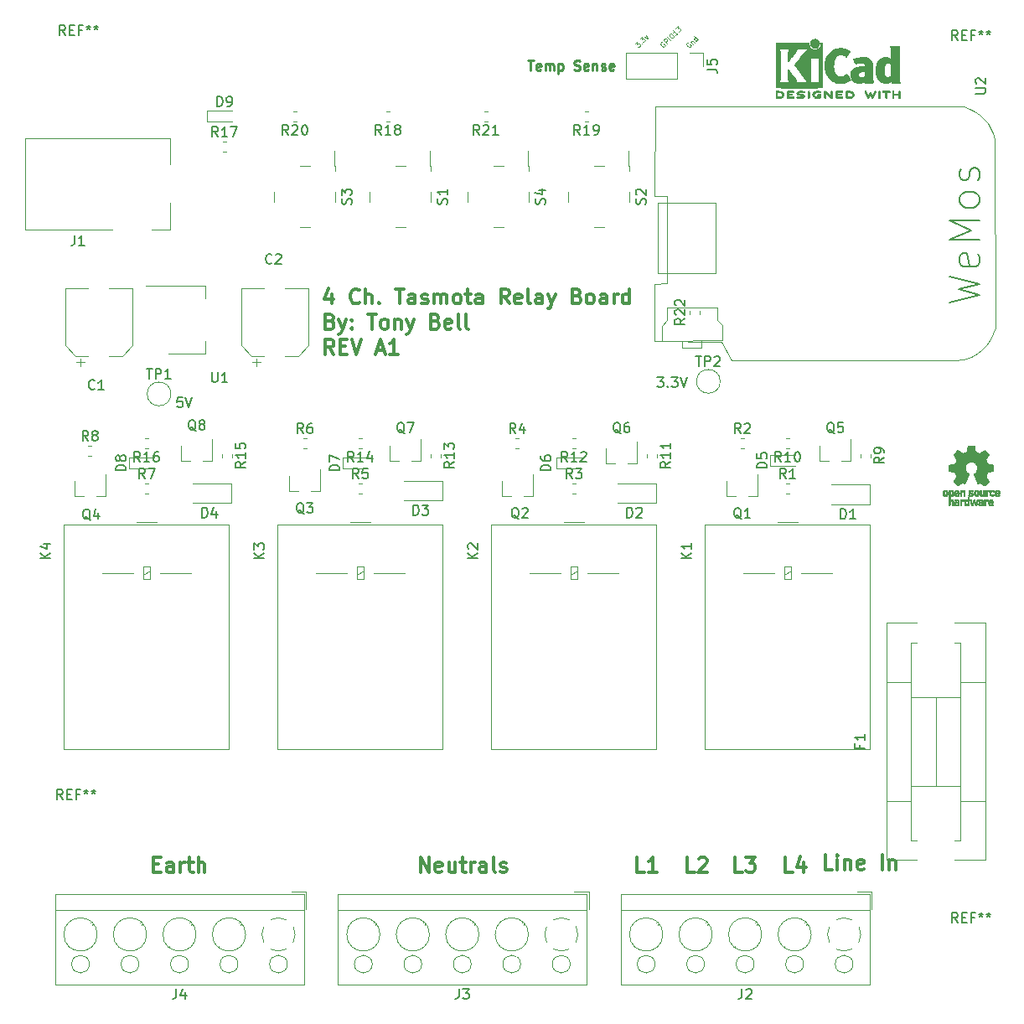
<source format=gbr>
G04 #@! TF.GenerationSoftware,KiCad,Pcbnew,(5.0.0)*
G04 #@! TF.CreationDate,2018-08-06T10:04:36+01:00*
G04 #@! TF.ProjectId,Sonoff_4ch_switch,536F6E6F66665F3463685F7377697463,rev?*
G04 #@! TF.SameCoordinates,Original*
G04 #@! TF.FileFunction,Legend,Top*
G04 #@! TF.FilePolarity,Positive*
%FSLAX46Y46*%
G04 Gerber Fmt 4.6, Leading zero omitted, Abs format (unit mm)*
G04 Created by KiCad (PCBNEW (5.0.0)) date 08/06/18 10:04:36*
%MOMM*%
%LPD*%
G01*
G04 APERTURE LIST*
%ADD10C,0.200000*%
%ADD11C,0.100000*%
%ADD12C,0.250000*%
%ADD13C,0.300000*%
%ADD14C,0.120000*%
%ADD15C,0.010000*%
%ADD16C,0.150000*%
G04 APERTURE END LIST*
D10*
X144319809Y-68794380D02*
X144938857Y-68794380D01*
X144605523Y-69175333D01*
X144748380Y-69175333D01*
X144843619Y-69222952D01*
X144891238Y-69270571D01*
X144938857Y-69365809D01*
X144938857Y-69603904D01*
X144891238Y-69699142D01*
X144843619Y-69746761D01*
X144748380Y-69794380D01*
X144462666Y-69794380D01*
X144367428Y-69746761D01*
X144319809Y-69699142D01*
X145367428Y-69699142D02*
X145415047Y-69746761D01*
X145367428Y-69794380D01*
X145319809Y-69746761D01*
X145367428Y-69699142D01*
X145367428Y-69794380D01*
X145748380Y-68794380D02*
X146367428Y-68794380D01*
X146034095Y-69175333D01*
X146176952Y-69175333D01*
X146272190Y-69222952D01*
X146319809Y-69270571D01*
X146367428Y-69365809D01*
X146367428Y-69603904D01*
X146319809Y-69699142D01*
X146272190Y-69746761D01*
X146176952Y-69794380D01*
X145891238Y-69794380D01*
X145796000Y-69746761D01*
X145748380Y-69699142D01*
X146653142Y-68794380D02*
X146986476Y-69794380D01*
X147319809Y-68794380D01*
X96329523Y-70826380D02*
X95853333Y-70826380D01*
X95805714Y-71302571D01*
X95853333Y-71254952D01*
X95948571Y-71207333D01*
X96186666Y-71207333D01*
X96281904Y-71254952D01*
X96329523Y-71302571D01*
X96377142Y-71397809D01*
X96377142Y-71635904D01*
X96329523Y-71731142D01*
X96281904Y-71778761D01*
X96186666Y-71826380D01*
X95948571Y-71826380D01*
X95853333Y-71778761D01*
X95805714Y-71731142D01*
X96662857Y-70826380D02*
X96996190Y-71826380D01*
X97329523Y-70826380D01*
D11*
X144801952Y-34930494D02*
X144751444Y-34947330D01*
X144700937Y-34997837D01*
X144667265Y-35065181D01*
X144667265Y-35132524D01*
X144684101Y-35183032D01*
X144734608Y-35267211D01*
X144785116Y-35317719D01*
X144869295Y-35368226D01*
X144919803Y-35385062D01*
X144987147Y-35385062D01*
X145054490Y-35351391D01*
X145088162Y-35317719D01*
X145121834Y-35250375D01*
X145121834Y-35216704D01*
X145003982Y-35098852D01*
X144936639Y-35166196D01*
X145307028Y-35098852D02*
X144953475Y-34745299D01*
X145088162Y-34610612D01*
X145138669Y-34593776D01*
X145172341Y-34593776D01*
X145222849Y-34610612D01*
X145273356Y-34661120D01*
X145290192Y-34711627D01*
X145290192Y-34745299D01*
X145273356Y-34795807D01*
X145138669Y-34930494D01*
X145660582Y-34745299D02*
X145307028Y-34391746D01*
X145542730Y-34156043D02*
X145610074Y-34088700D01*
X145660582Y-34071864D01*
X145727925Y-34071864D01*
X145812104Y-34122372D01*
X145929956Y-34240223D01*
X145980463Y-34324402D01*
X145980463Y-34391746D01*
X145963627Y-34442253D01*
X145896284Y-34509597D01*
X145845776Y-34526433D01*
X145778433Y-34526433D01*
X145694253Y-34475925D01*
X145576402Y-34358074D01*
X145525895Y-34273895D01*
X145525895Y-34206551D01*
X145542730Y-34156043D01*
X146384524Y-34021356D02*
X146182494Y-34223387D01*
X146283509Y-34122372D02*
X145929956Y-33768818D01*
X145946791Y-33852998D01*
X145946791Y-33920341D01*
X145929956Y-33970849D01*
X146148822Y-33549952D02*
X146367688Y-33331086D01*
X146384524Y-33583624D01*
X146435032Y-33533116D01*
X146485539Y-33516280D01*
X146519211Y-33516280D01*
X146569719Y-33533116D01*
X146653898Y-33617295D01*
X146670734Y-33667803D01*
X146670734Y-33701475D01*
X146653898Y-33751982D01*
X146552883Y-33852998D01*
X146502375Y-33869834D01*
X146468704Y-33869834D01*
X147423938Y-34975507D02*
X147373431Y-34992343D01*
X147322923Y-35042851D01*
X147289251Y-35110194D01*
X147289251Y-35177538D01*
X147306087Y-35228045D01*
X147356595Y-35312225D01*
X147407103Y-35362732D01*
X147491282Y-35413240D01*
X147541790Y-35430076D01*
X147609133Y-35430076D01*
X147676477Y-35396404D01*
X147710148Y-35362732D01*
X147743820Y-35295389D01*
X147743820Y-35261717D01*
X147625969Y-35143866D01*
X147558625Y-35211209D01*
X147693312Y-34908164D02*
X147929015Y-35143866D01*
X147726984Y-34941835D02*
X147726984Y-34908164D01*
X147743820Y-34857656D01*
X147794328Y-34807148D01*
X147844835Y-34790312D01*
X147895343Y-34807148D01*
X148080538Y-34992343D01*
X148400419Y-34672461D02*
X148046866Y-34318908D01*
X148383583Y-34655625D02*
X148366748Y-34706133D01*
X148299404Y-34773477D01*
X148248896Y-34790312D01*
X148215225Y-34790312D01*
X148164717Y-34773477D01*
X148063702Y-34672461D01*
X148046866Y-34621954D01*
X148046866Y-34588282D01*
X148063702Y-34537774D01*
X148131045Y-34470431D01*
X148181553Y-34453595D01*
X142049311Y-35109463D02*
X142268177Y-34890597D01*
X142285013Y-35143135D01*
X142335521Y-35092627D01*
X142386028Y-35075791D01*
X142419700Y-35075791D01*
X142470208Y-35092627D01*
X142554387Y-35176807D01*
X142571223Y-35227314D01*
X142571223Y-35260986D01*
X142554387Y-35311494D01*
X142453372Y-35412509D01*
X142402864Y-35429345D01*
X142369192Y-35429345D01*
X142739582Y-35058956D02*
X142773253Y-35058956D01*
X142773253Y-35092627D01*
X142739582Y-35092627D01*
X142739582Y-35058956D01*
X142773253Y-35092627D01*
X142554387Y-34604387D02*
X142773253Y-34385521D01*
X142790089Y-34638059D01*
X142840597Y-34587551D01*
X142891104Y-34570715D01*
X142924776Y-34570715D01*
X142975284Y-34587551D01*
X143059463Y-34671730D01*
X143076299Y-34722238D01*
X143076299Y-34755910D01*
X143059463Y-34806417D01*
X142958448Y-34907433D01*
X142907940Y-34924269D01*
X142874269Y-34924269D01*
X143008956Y-34385521D02*
X143328837Y-34537043D01*
X143177314Y-34217162D01*
D12*
X131231238Y-36790380D02*
X131802666Y-36790380D01*
X131516952Y-37790380D02*
X131516952Y-36790380D01*
X132516952Y-37742761D02*
X132421714Y-37790380D01*
X132231238Y-37790380D01*
X132136000Y-37742761D01*
X132088380Y-37647523D01*
X132088380Y-37266571D01*
X132136000Y-37171333D01*
X132231238Y-37123714D01*
X132421714Y-37123714D01*
X132516952Y-37171333D01*
X132564571Y-37266571D01*
X132564571Y-37361809D01*
X132088380Y-37457047D01*
X132993142Y-37790380D02*
X132993142Y-37123714D01*
X132993142Y-37218952D02*
X133040761Y-37171333D01*
X133136000Y-37123714D01*
X133278857Y-37123714D01*
X133374095Y-37171333D01*
X133421714Y-37266571D01*
X133421714Y-37790380D01*
X133421714Y-37266571D02*
X133469333Y-37171333D01*
X133564571Y-37123714D01*
X133707428Y-37123714D01*
X133802666Y-37171333D01*
X133850285Y-37266571D01*
X133850285Y-37790380D01*
X134326476Y-37123714D02*
X134326476Y-38123714D01*
X134326476Y-37171333D02*
X134421714Y-37123714D01*
X134612190Y-37123714D01*
X134707428Y-37171333D01*
X134755047Y-37218952D01*
X134802666Y-37314190D01*
X134802666Y-37599904D01*
X134755047Y-37695142D01*
X134707428Y-37742761D01*
X134612190Y-37790380D01*
X134421714Y-37790380D01*
X134326476Y-37742761D01*
X135945523Y-37742761D02*
X136088380Y-37790380D01*
X136326476Y-37790380D01*
X136421714Y-37742761D01*
X136469333Y-37695142D01*
X136516952Y-37599904D01*
X136516952Y-37504666D01*
X136469333Y-37409428D01*
X136421714Y-37361809D01*
X136326476Y-37314190D01*
X136136000Y-37266571D01*
X136040761Y-37218952D01*
X135993142Y-37171333D01*
X135945523Y-37076095D01*
X135945523Y-36980857D01*
X135993142Y-36885619D01*
X136040761Y-36838000D01*
X136136000Y-36790380D01*
X136374095Y-36790380D01*
X136516952Y-36838000D01*
X137326476Y-37742761D02*
X137231238Y-37790380D01*
X137040761Y-37790380D01*
X136945523Y-37742761D01*
X136897904Y-37647523D01*
X136897904Y-37266571D01*
X136945523Y-37171333D01*
X137040761Y-37123714D01*
X137231238Y-37123714D01*
X137326476Y-37171333D01*
X137374095Y-37266571D01*
X137374095Y-37361809D01*
X136897904Y-37457047D01*
X137802666Y-37123714D02*
X137802666Y-37790380D01*
X137802666Y-37218952D02*
X137850285Y-37171333D01*
X137945523Y-37123714D01*
X138088380Y-37123714D01*
X138183619Y-37171333D01*
X138231238Y-37266571D01*
X138231238Y-37790380D01*
X138659809Y-37742761D02*
X138755047Y-37790380D01*
X138945523Y-37790380D01*
X139040761Y-37742761D01*
X139088380Y-37647523D01*
X139088380Y-37599904D01*
X139040761Y-37504666D01*
X138945523Y-37457047D01*
X138802666Y-37457047D01*
X138707428Y-37409428D01*
X138659809Y-37314190D01*
X138659809Y-37266571D01*
X138707428Y-37171333D01*
X138802666Y-37123714D01*
X138945523Y-37123714D01*
X139040761Y-37171333D01*
X139897904Y-37742761D02*
X139802666Y-37790380D01*
X139612190Y-37790380D01*
X139516952Y-37742761D01*
X139469333Y-37647523D01*
X139469333Y-37266571D01*
X139516952Y-37171333D01*
X139612190Y-37123714D01*
X139802666Y-37123714D01*
X139897904Y-37171333D01*
X139945523Y-37266571D01*
X139945523Y-37361809D01*
X139469333Y-37457047D01*
D13*
X162024571Y-118534571D02*
X161310285Y-118534571D01*
X161310285Y-117034571D01*
X162524571Y-118534571D02*
X162524571Y-117534571D01*
X162524571Y-117034571D02*
X162453142Y-117106000D01*
X162524571Y-117177428D01*
X162596000Y-117106000D01*
X162524571Y-117034571D01*
X162524571Y-117177428D01*
X163238857Y-117534571D02*
X163238857Y-118534571D01*
X163238857Y-117677428D02*
X163310285Y-117606000D01*
X163453142Y-117534571D01*
X163667428Y-117534571D01*
X163810285Y-117606000D01*
X163881714Y-117748857D01*
X163881714Y-118534571D01*
X165167428Y-118463142D02*
X165024571Y-118534571D01*
X164738857Y-118534571D01*
X164596000Y-118463142D01*
X164524571Y-118320285D01*
X164524571Y-117748857D01*
X164596000Y-117606000D01*
X164738857Y-117534571D01*
X165024571Y-117534571D01*
X165167428Y-117606000D01*
X165238857Y-117748857D01*
X165238857Y-117891714D01*
X164524571Y-118034571D01*
X167024571Y-118534571D02*
X167024571Y-117034571D01*
X167738857Y-117534571D02*
X167738857Y-118534571D01*
X167738857Y-117677428D02*
X167810285Y-117606000D01*
X167953142Y-117534571D01*
X168167428Y-117534571D01*
X168310285Y-117606000D01*
X168381714Y-117748857D01*
X168381714Y-118534571D01*
X157992000Y-118788571D02*
X157277714Y-118788571D01*
X157277714Y-117288571D01*
X159134857Y-117788571D02*
X159134857Y-118788571D01*
X158777714Y-117217142D02*
X158420571Y-118288571D01*
X159349142Y-118288571D01*
X152912000Y-118788571D02*
X152197714Y-118788571D01*
X152197714Y-117288571D01*
X153269142Y-117288571D02*
X154197714Y-117288571D01*
X153697714Y-117860000D01*
X153912000Y-117860000D01*
X154054857Y-117931428D01*
X154126285Y-118002857D01*
X154197714Y-118145714D01*
X154197714Y-118502857D01*
X154126285Y-118645714D01*
X154054857Y-118717142D01*
X153912000Y-118788571D01*
X153483428Y-118788571D01*
X153340571Y-118717142D01*
X153269142Y-118645714D01*
X148086000Y-118788571D02*
X147371714Y-118788571D01*
X147371714Y-117288571D01*
X148514571Y-117431428D02*
X148586000Y-117360000D01*
X148728857Y-117288571D01*
X149086000Y-117288571D01*
X149228857Y-117360000D01*
X149300285Y-117431428D01*
X149371714Y-117574285D01*
X149371714Y-117717142D01*
X149300285Y-117931428D01*
X148443142Y-118788571D01*
X149371714Y-118788571D01*
X143006000Y-118788571D02*
X142291714Y-118788571D01*
X142291714Y-117288571D01*
X144291714Y-118788571D02*
X143434571Y-118788571D01*
X143863142Y-118788571D02*
X143863142Y-117288571D01*
X143720285Y-117502857D01*
X143577428Y-117645714D01*
X143434571Y-117717142D01*
X120392571Y-118788571D02*
X120392571Y-117288571D01*
X121249714Y-118788571D01*
X121249714Y-117288571D01*
X122535428Y-118717142D02*
X122392571Y-118788571D01*
X122106857Y-118788571D01*
X121964000Y-118717142D01*
X121892571Y-118574285D01*
X121892571Y-118002857D01*
X121964000Y-117860000D01*
X122106857Y-117788571D01*
X122392571Y-117788571D01*
X122535428Y-117860000D01*
X122606857Y-118002857D01*
X122606857Y-118145714D01*
X121892571Y-118288571D01*
X123892571Y-117788571D02*
X123892571Y-118788571D01*
X123249714Y-117788571D02*
X123249714Y-118574285D01*
X123321142Y-118717142D01*
X123464000Y-118788571D01*
X123678285Y-118788571D01*
X123821142Y-118717142D01*
X123892571Y-118645714D01*
X124392571Y-117788571D02*
X124964000Y-117788571D01*
X124606857Y-117288571D02*
X124606857Y-118574285D01*
X124678285Y-118717142D01*
X124821142Y-118788571D01*
X124964000Y-118788571D01*
X125464000Y-118788571D02*
X125464000Y-117788571D01*
X125464000Y-118074285D02*
X125535428Y-117931428D01*
X125606857Y-117860000D01*
X125749714Y-117788571D01*
X125892571Y-117788571D01*
X127035428Y-118788571D02*
X127035428Y-118002857D01*
X126964000Y-117860000D01*
X126821142Y-117788571D01*
X126535428Y-117788571D01*
X126392571Y-117860000D01*
X127035428Y-118717142D02*
X126892571Y-118788571D01*
X126535428Y-118788571D01*
X126392571Y-118717142D01*
X126321142Y-118574285D01*
X126321142Y-118431428D01*
X126392571Y-118288571D01*
X126535428Y-118217142D01*
X126892571Y-118217142D01*
X127035428Y-118145714D01*
X127964000Y-118788571D02*
X127821142Y-118717142D01*
X127749714Y-118574285D01*
X127749714Y-117288571D01*
X128464000Y-118717142D02*
X128606857Y-118788571D01*
X128892571Y-118788571D01*
X129035428Y-118717142D01*
X129106857Y-118574285D01*
X129106857Y-118502857D01*
X129035428Y-118360000D01*
X128892571Y-118288571D01*
X128678285Y-118288571D01*
X128535428Y-118217142D01*
X128464000Y-118074285D01*
X128464000Y-118002857D01*
X128535428Y-117860000D01*
X128678285Y-117788571D01*
X128892571Y-117788571D01*
X129035428Y-117860000D01*
X93440571Y-118002857D02*
X93940571Y-118002857D01*
X94154857Y-118788571D02*
X93440571Y-118788571D01*
X93440571Y-117288571D01*
X94154857Y-117288571D01*
X95440571Y-118788571D02*
X95440571Y-118002857D01*
X95369142Y-117860000D01*
X95226285Y-117788571D01*
X94940571Y-117788571D01*
X94797714Y-117860000D01*
X95440571Y-118717142D02*
X95297714Y-118788571D01*
X94940571Y-118788571D01*
X94797714Y-118717142D01*
X94726285Y-118574285D01*
X94726285Y-118431428D01*
X94797714Y-118288571D01*
X94940571Y-118217142D01*
X95297714Y-118217142D01*
X95440571Y-118145714D01*
X96154857Y-118788571D02*
X96154857Y-117788571D01*
X96154857Y-118074285D02*
X96226285Y-117931428D01*
X96297714Y-117860000D01*
X96440571Y-117788571D01*
X96583428Y-117788571D01*
X96869142Y-117788571D02*
X97440571Y-117788571D01*
X97083428Y-117288571D02*
X97083428Y-118574285D01*
X97154857Y-118717142D01*
X97297714Y-118788571D01*
X97440571Y-118788571D01*
X97940571Y-118788571D02*
X97940571Y-117288571D01*
X98583428Y-118788571D02*
X98583428Y-118002857D01*
X98512000Y-117860000D01*
X98369142Y-117788571D01*
X98154857Y-117788571D01*
X98012000Y-117860000D01*
X97940571Y-117931428D01*
X111431000Y-60374571D02*
X111431000Y-61374571D01*
X111073857Y-59803142D02*
X110716714Y-60874571D01*
X111645285Y-60874571D01*
X114216714Y-61231714D02*
X114145285Y-61303142D01*
X113931000Y-61374571D01*
X113788142Y-61374571D01*
X113573857Y-61303142D01*
X113431000Y-61160285D01*
X113359571Y-61017428D01*
X113288142Y-60731714D01*
X113288142Y-60517428D01*
X113359571Y-60231714D01*
X113431000Y-60088857D01*
X113573857Y-59946000D01*
X113788142Y-59874571D01*
X113931000Y-59874571D01*
X114145285Y-59946000D01*
X114216714Y-60017428D01*
X114859571Y-61374571D02*
X114859571Y-59874571D01*
X115502428Y-61374571D02*
X115502428Y-60588857D01*
X115431000Y-60446000D01*
X115288142Y-60374571D01*
X115073857Y-60374571D01*
X114931000Y-60446000D01*
X114859571Y-60517428D01*
X116216714Y-61231714D02*
X116288142Y-61303142D01*
X116216714Y-61374571D01*
X116145285Y-61303142D01*
X116216714Y-61231714D01*
X116216714Y-61374571D01*
X117859571Y-59874571D02*
X118716714Y-59874571D01*
X118288142Y-61374571D02*
X118288142Y-59874571D01*
X119859571Y-61374571D02*
X119859571Y-60588857D01*
X119788142Y-60446000D01*
X119645285Y-60374571D01*
X119359571Y-60374571D01*
X119216714Y-60446000D01*
X119859571Y-61303142D02*
X119716714Y-61374571D01*
X119359571Y-61374571D01*
X119216714Y-61303142D01*
X119145285Y-61160285D01*
X119145285Y-61017428D01*
X119216714Y-60874571D01*
X119359571Y-60803142D01*
X119716714Y-60803142D01*
X119859571Y-60731714D01*
X120502428Y-61303142D02*
X120645285Y-61374571D01*
X120931000Y-61374571D01*
X121073857Y-61303142D01*
X121145285Y-61160285D01*
X121145285Y-61088857D01*
X121073857Y-60946000D01*
X120931000Y-60874571D01*
X120716714Y-60874571D01*
X120573857Y-60803142D01*
X120502428Y-60660285D01*
X120502428Y-60588857D01*
X120573857Y-60446000D01*
X120716714Y-60374571D01*
X120931000Y-60374571D01*
X121073857Y-60446000D01*
X121788142Y-61374571D02*
X121788142Y-60374571D01*
X121788142Y-60517428D02*
X121859571Y-60446000D01*
X122002428Y-60374571D01*
X122216714Y-60374571D01*
X122359571Y-60446000D01*
X122431000Y-60588857D01*
X122431000Y-61374571D01*
X122431000Y-60588857D02*
X122502428Y-60446000D01*
X122645285Y-60374571D01*
X122859571Y-60374571D01*
X123002428Y-60446000D01*
X123073857Y-60588857D01*
X123073857Y-61374571D01*
X124002428Y-61374571D02*
X123859571Y-61303142D01*
X123788142Y-61231714D01*
X123716714Y-61088857D01*
X123716714Y-60660285D01*
X123788142Y-60517428D01*
X123859571Y-60446000D01*
X124002428Y-60374571D01*
X124216714Y-60374571D01*
X124359571Y-60446000D01*
X124431000Y-60517428D01*
X124502428Y-60660285D01*
X124502428Y-61088857D01*
X124431000Y-61231714D01*
X124359571Y-61303142D01*
X124216714Y-61374571D01*
X124002428Y-61374571D01*
X124931000Y-60374571D02*
X125502428Y-60374571D01*
X125145285Y-59874571D02*
X125145285Y-61160285D01*
X125216714Y-61303142D01*
X125359571Y-61374571D01*
X125502428Y-61374571D01*
X126645285Y-61374571D02*
X126645285Y-60588857D01*
X126573857Y-60446000D01*
X126431000Y-60374571D01*
X126145285Y-60374571D01*
X126002428Y-60446000D01*
X126645285Y-61303142D02*
X126502428Y-61374571D01*
X126145285Y-61374571D01*
X126002428Y-61303142D01*
X125931000Y-61160285D01*
X125931000Y-61017428D01*
X126002428Y-60874571D01*
X126145285Y-60803142D01*
X126502428Y-60803142D01*
X126645285Y-60731714D01*
X129359571Y-61374571D02*
X128859571Y-60660285D01*
X128502428Y-61374571D02*
X128502428Y-59874571D01*
X129073857Y-59874571D01*
X129216714Y-59946000D01*
X129288142Y-60017428D01*
X129359571Y-60160285D01*
X129359571Y-60374571D01*
X129288142Y-60517428D01*
X129216714Y-60588857D01*
X129073857Y-60660285D01*
X128502428Y-60660285D01*
X130573857Y-61303142D02*
X130431000Y-61374571D01*
X130145285Y-61374571D01*
X130002428Y-61303142D01*
X129931000Y-61160285D01*
X129931000Y-60588857D01*
X130002428Y-60446000D01*
X130145285Y-60374571D01*
X130431000Y-60374571D01*
X130573857Y-60446000D01*
X130645285Y-60588857D01*
X130645285Y-60731714D01*
X129931000Y-60874571D01*
X131502428Y-61374571D02*
X131359571Y-61303142D01*
X131288142Y-61160285D01*
X131288142Y-59874571D01*
X132716714Y-61374571D02*
X132716714Y-60588857D01*
X132645285Y-60446000D01*
X132502428Y-60374571D01*
X132216714Y-60374571D01*
X132073857Y-60446000D01*
X132716714Y-61303142D02*
X132573857Y-61374571D01*
X132216714Y-61374571D01*
X132073857Y-61303142D01*
X132002428Y-61160285D01*
X132002428Y-61017428D01*
X132073857Y-60874571D01*
X132216714Y-60803142D01*
X132573857Y-60803142D01*
X132716714Y-60731714D01*
X133288142Y-60374571D02*
X133645285Y-61374571D01*
X134002428Y-60374571D02*
X133645285Y-61374571D01*
X133502428Y-61731714D01*
X133431000Y-61803142D01*
X133288142Y-61874571D01*
X136216714Y-60588857D02*
X136431000Y-60660285D01*
X136502428Y-60731714D01*
X136573857Y-60874571D01*
X136573857Y-61088857D01*
X136502428Y-61231714D01*
X136431000Y-61303142D01*
X136288142Y-61374571D01*
X135716714Y-61374571D01*
X135716714Y-59874571D01*
X136216714Y-59874571D01*
X136359571Y-59946000D01*
X136431000Y-60017428D01*
X136502428Y-60160285D01*
X136502428Y-60303142D01*
X136431000Y-60446000D01*
X136359571Y-60517428D01*
X136216714Y-60588857D01*
X135716714Y-60588857D01*
X137431000Y-61374571D02*
X137288142Y-61303142D01*
X137216714Y-61231714D01*
X137145285Y-61088857D01*
X137145285Y-60660285D01*
X137216714Y-60517428D01*
X137288142Y-60446000D01*
X137431000Y-60374571D01*
X137645285Y-60374571D01*
X137788142Y-60446000D01*
X137859571Y-60517428D01*
X137931000Y-60660285D01*
X137931000Y-61088857D01*
X137859571Y-61231714D01*
X137788142Y-61303142D01*
X137645285Y-61374571D01*
X137431000Y-61374571D01*
X139216714Y-61374571D02*
X139216714Y-60588857D01*
X139145285Y-60446000D01*
X139002428Y-60374571D01*
X138716714Y-60374571D01*
X138573857Y-60446000D01*
X139216714Y-61303142D02*
X139073857Y-61374571D01*
X138716714Y-61374571D01*
X138573857Y-61303142D01*
X138502428Y-61160285D01*
X138502428Y-61017428D01*
X138573857Y-60874571D01*
X138716714Y-60803142D01*
X139073857Y-60803142D01*
X139216714Y-60731714D01*
X139931000Y-61374571D02*
X139931000Y-60374571D01*
X139931000Y-60660285D02*
X140002428Y-60517428D01*
X140073857Y-60446000D01*
X140216714Y-60374571D01*
X140359571Y-60374571D01*
X141502428Y-61374571D02*
X141502428Y-59874571D01*
X141502428Y-61303142D02*
X141359571Y-61374571D01*
X141073857Y-61374571D01*
X140931000Y-61303142D01*
X140859571Y-61231714D01*
X140788142Y-61088857D01*
X140788142Y-60660285D01*
X140859571Y-60517428D01*
X140931000Y-60446000D01*
X141073857Y-60374571D01*
X141359571Y-60374571D01*
X141502428Y-60446000D01*
X111288142Y-63138857D02*
X111502428Y-63210285D01*
X111573857Y-63281714D01*
X111645285Y-63424571D01*
X111645285Y-63638857D01*
X111573857Y-63781714D01*
X111502428Y-63853142D01*
X111359571Y-63924571D01*
X110788142Y-63924571D01*
X110788142Y-62424571D01*
X111288142Y-62424571D01*
X111431000Y-62496000D01*
X111502428Y-62567428D01*
X111573857Y-62710285D01*
X111573857Y-62853142D01*
X111502428Y-62996000D01*
X111431000Y-63067428D01*
X111288142Y-63138857D01*
X110788142Y-63138857D01*
X112145285Y-62924571D02*
X112502428Y-63924571D01*
X112859571Y-62924571D02*
X112502428Y-63924571D01*
X112359571Y-64281714D01*
X112288142Y-64353142D01*
X112145285Y-64424571D01*
X113431000Y-63781714D02*
X113502428Y-63853142D01*
X113431000Y-63924571D01*
X113359571Y-63853142D01*
X113431000Y-63781714D01*
X113431000Y-63924571D01*
X113431000Y-62996000D02*
X113502428Y-63067428D01*
X113431000Y-63138857D01*
X113359571Y-63067428D01*
X113431000Y-62996000D01*
X113431000Y-63138857D01*
X115073857Y-62424571D02*
X115931000Y-62424571D01*
X115502428Y-63924571D02*
X115502428Y-62424571D01*
X116645285Y-63924571D02*
X116502428Y-63853142D01*
X116431000Y-63781714D01*
X116359571Y-63638857D01*
X116359571Y-63210285D01*
X116431000Y-63067428D01*
X116502428Y-62996000D01*
X116645285Y-62924571D01*
X116859571Y-62924571D01*
X117002428Y-62996000D01*
X117073857Y-63067428D01*
X117145285Y-63210285D01*
X117145285Y-63638857D01*
X117073857Y-63781714D01*
X117002428Y-63853142D01*
X116859571Y-63924571D01*
X116645285Y-63924571D01*
X117788142Y-62924571D02*
X117788142Y-63924571D01*
X117788142Y-63067428D02*
X117859571Y-62996000D01*
X118002428Y-62924571D01*
X118216714Y-62924571D01*
X118359571Y-62996000D01*
X118431000Y-63138857D01*
X118431000Y-63924571D01*
X119002428Y-62924571D02*
X119359571Y-63924571D01*
X119716714Y-62924571D02*
X119359571Y-63924571D01*
X119216714Y-64281714D01*
X119145285Y-64353142D01*
X119002428Y-64424571D01*
X121931000Y-63138857D02*
X122145285Y-63210285D01*
X122216714Y-63281714D01*
X122288142Y-63424571D01*
X122288142Y-63638857D01*
X122216714Y-63781714D01*
X122145285Y-63853142D01*
X122002428Y-63924571D01*
X121431000Y-63924571D01*
X121431000Y-62424571D01*
X121931000Y-62424571D01*
X122073857Y-62496000D01*
X122145285Y-62567428D01*
X122216714Y-62710285D01*
X122216714Y-62853142D01*
X122145285Y-62996000D01*
X122073857Y-63067428D01*
X121931000Y-63138857D01*
X121431000Y-63138857D01*
X123502428Y-63853142D02*
X123359571Y-63924571D01*
X123073857Y-63924571D01*
X122931000Y-63853142D01*
X122859571Y-63710285D01*
X122859571Y-63138857D01*
X122931000Y-62996000D01*
X123073857Y-62924571D01*
X123359571Y-62924571D01*
X123502428Y-62996000D01*
X123573857Y-63138857D01*
X123573857Y-63281714D01*
X122859571Y-63424571D01*
X124431000Y-63924571D02*
X124288142Y-63853142D01*
X124216714Y-63710285D01*
X124216714Y-62424571D01*
X125216714Y-63924571D02*
X125073857Y-63853142D01*
X125002428Y-63710285D01*
X125002428Y-62424571D01*
X111645285Y-66474571D02*
X111145285Y-65760285D01*
X110788142Y-66474571D02*
X110788142Y-64974571D01*
X111359571Y-64974571D01*
X111502428Y-65046000D01*
X111573857Y-65117428D01*
X111645285Y-65260285D01*
X111645285Y-65474571D01*
X111573857Y-65617428D01*
X111502428Y-65688857D01*
X111359571Y-65760285D01*
X110788142Y-65760285D01*
X112288142Y-65688857D02*
X112788142Y-65688857D01*
X113002428Y-66474571D02*
X112288142Y-66474571D01*
X112288142Y-64974571D01*
X113002428Y-64974571D01*
X113431000Y-64974571D02*
X113931000Y-66474571D01*
X114431000Y-64974571D01*
X116002428Y-66046000D02*
X116716714Y-66046000D01*
X115859571Y-66474571D02*
X116359571Y-64974571D01*
X116859571Y-66474571D01*
X118145285Y-66474571D02*
X117288142Y-66474571D01*
X117716714Y-66474571D02*
X117716714Y-64974571D01*
X117573857Y-65188857D01*
X117431000Y-65331714D01*
X117288142Y-65403142D01*
D14*
G04 #@! TO.C,R21*
X127171267Y-41908000D02*
X126828733Y-41908000D01*
X127171267Y-42928000D02*
X126828733Y-42928000D01*
G04 #@! TO.C,R20*
X107867267Y-42928000D02*
X107524733Y-42928000D01*
X107867267Y-41908000D02*
X107524733Y-41908000D01*
G04 #@! TO.C,R19*
X137331267Y-41908000D02*
X136988733Y-41908000D01*
X137331267Y-42928000D02*
X136988733Y-42928000D01*
G04 #@! TO.C,R18*
X117265267Y-42928000D02*
X116922733Y-42928000D01*
X117265267Y-41908000D02*
X116922733Y-41908000D01*
G04 #@! TO.C,R17*
X100412733Y-45976000D02*
X100755267Y-45976000D01*
X100412733Y-44956000D02*
X100755267Y-44956000D01*
G04 #@! TO.C,R15*
X101348000Y-76536733D02*
X101348000Y-76879267D01*
X100328000Y-76536733D02*
X100328000Y-76879267D01*
G04 #@! TO.C,R14*
X114471267Y-74928000D02*
X114128733Y-74928000D01*
X114471267Y-75948000D02*
X114128733Y-75948000D01*
G04 #@! TO.C,R7*
X92538733Y-79500000D02*
X92881267Y-79500000D01*
X92538733Y-80520000D02*
X92881267Y-80520000D01*
G04 #@! TO.C,R5*
X114128733Y-80520000D02*
X114471267Y-80520000D01*
X114128733Y-79500000D02*
X114471267Y-79500000D01*
G04 #@! TO.C,R22*
X147572000Y-62401267D02*
X147572000Y-62058733D01*
X148592000Y-62401267D02*
X148592000Y-62058733D01*
G04 #@! TO.C,R6*
X108540733Y-75948000D02*
X108883267Y-75948000D01*
X108540733Y-74928000D02*
X108883267Y-74928000D01*
G04 #@! TO.C,R16*
X92881267Y-75948000D02*
X92538733Y-75948000D01*
X92881267Y-74928000D02*
X92538733Y-74928000D01*
G04 #@! TO.C,R2*
X152736733Y-75948000D02*
X153079267Y-75948000D01*
X152736733Y-74928000D02*
X153079267Y-74928000D01*
G04 #@! TO.C,R1*
X157308733Y-79500000D02*
X157651267Y-79500000D01*
X157308733Y-80520000D02*
X157651267Y-80520000D01*
G04 #@! TO.C,R8*
X86823733Y-76710000D02*
X87166267Y-76710000D01*
X86823733Y-75690000D02*
X87166267Y-75690000D01*
G04 #@! TO.C,R9*
X165864000Y-76536733D02*
X165864000Y-76879267D01*
X164844000Y-76536733D02*
X164844000Y-76879267D01*
G04 #@! TO.C,R10*
X157651267Y-74928000D02*
X157308733Y-74928000D01*
X157651267Y-75948000D02*
X157308733Y-75948000D01*
G04 #@! TO.C,R11*
X144274000Y-76536733D02*
X144274000Y-76879267D01*
X143254000Y-76536733D02*
X143254000Y-76879267D01*
G04 #@! TO.C,R12*
X136061267Y-74928000D02*
X135718733Y-74928000D01*
X136061267Y-75948000D02*
X135718733Y-75948000D01*
G04 #@! TO.C,R3*
X135718733Y-79500000D02*
X136061267Y-79500000D01*
X135718733Y-80520000D02*
X136061267Y-80520000D01*
G04 #@! TO.C,R4*
X130003733Y-75948000D02*
X130346267Y-75948000D01*
X130003733Y-74928000D02*
X130346267Y-74928000D01*
G04 #@! TO.C,R13*
X122430000Y-76536733D02*
X122430000Y-76879267D01*
X121410000Y-76536733D02*
X121410000Y-76879267D01*
G04 #@! TO.C,J5*
X141164000Y-36008000D02*
X141164000Y-38668000D01*
X146304000Y-36008000D02*
X141164000Y-36008000D01*
X146304000Y-38668000D02*
X141164000Y-38668000D01*
X146304000Y-36008000D02*
X146304000Y-38668000D01*
X147574000Y-36008000D02*
X148904000Y-36008000D01*
X148904000Y-36008000D02*
X148904000Y-37338000D01*
G04 #@! TO.C,TP1*
X95180000Y-70485000D02*
G75*
G03X95180000Y-70485000I-1200000J0D01*
G01*
G04 #@! TO.C,TP2*
X150679000Y-69215000D02*
G75*
G03X150679000Y-69215000I-1200000J0D01*
G01*
D11*
G04 #@! TO.C,S1*
X118364000Y-47446000D02*
X118864000Y-47446000D01*
X118364000Y-47446000D02*
X117864000Y-47446000D01*
X118364000Y-53646000D02*
X118864000Y-53646000D01*
X118364000Y-53646000D02*
X117864000Y-53646000D01*
X115264000Y-50546000D02*
X115264000Y-50046000D01*
X115264000Y-50546000D02*
X115264000Y-51046000D01*
X121464000Y-50546000D02*
X121464000Y-51046000D01*
X121464000Y-50546000D02*
X121464000Y-50046000D01*
X121364000Y-47146000D02*
X121364000Y-45946000D01*
X121364000Y-47446000D02*
X121364000Y-47146000D01*
X121464000Y-47446000D02*
X121364000Y-47446000D01*
X121464000Y-47946000D02*
X121464000Y-47446000D01*
D14*
G04 #@! TO.C,D1*
X165826000Y-81645000D02*
X165826000Y-79645000D01*
X165826000Y-79645000D02*
X161926000Y-79645000D01*
X165826000Y-81645000D02*
X161926000Y-81645000D01*
G04 #@! TO.C,D2*
X144236000Y-81518000D02*
X140336000Y-81518000D01*
X144236000Y-79518000D02*
X140336000Y-79518000D01*
X144236000Y-81518000D02*
X144236000Y-79518000D01*
G04 #@! TO.C,D3*
X122646000Y-81264000D02*
X122646000Y-79264000D01*
X122646000Y-79264000D02*
X118746000Y-79264000D01*
X122646000Y-81264000D02*
X118746000Y-81264000D01*
G04 #@! TO.C,D4*
X101310000Y-81518000D02*
X97410000Y-81518000D01*
X101310000Y-79518000D02*
X97410000Y-79518000D01*
X101310000Y-81518000D02*
X101310000Y-79518000D01*
D11*
G04 #@! TO.C,U2*
X143996772Y-65173472D02*
X143996772Y-59362180D01*
X143996772Y-59362180D02*
X145280205Y-59335849D01*
X145280205Y-59335849D02*
X145273517Y-50504627D01*
X145273517Y-50504627D02*
X144071264Y-50506603D01*
X144071264Y-50506603D02*
X144097342Y-41425807D01*
X144097342Y-41425807D02*
X175267493Y-41439805D01*
X175267493Y-41439805D02*
X175870286Y-41672616D01*
X175870286Y-41672616D02*
X176415167Y-41956099D01*
X176415167Y-41956099D02*
X176901577Y-42290747D01*
X176901577Y-42290747D02*
X177328952Y-42677047D01*
X177328952Y-42677047D02*
X177696741Y-43115488D01*
X177696741Y-43115488D02*
X178004377Y-43606560D01*
X178004377Y-43606560D02*
X178251310Y-44150750D01*
X178251310Y-44150750D02*
X178436976Y-44748547D01*
X178436976Y-44748547D02*
X178465734Y-63786460D01*
X178465734Y-63786460D02*
X178231741Y-64405824D01*
X178231741Y-64405824D02*
X177947258Y-64994018D01*
X177947258Y-64994018D02*
X177597743Y-65537445D01*
X177597743Y-65537445D02*
X177168658Y-66022503D01*
X177168658Y-66022503D02*
X176645460Y-66435595D01*
X176645460Y-66435595D02*
X176013613Y-66763122D01*
X176013613Y-66763122D02*
X175258575Y-66991482D01*
X175258575Y-66991482D02*
X174365807Y-67107078D01*
X174365807Y-67107078D02*
X151810715Y-67132026D01*
X151810715Y-67132026D02*
X150849819Y-65188480D01*
X150849819Y-65188480D02*
X144041476Y-65158686D01*
X150222549Y-51176350D02*
X150222549Y-58315931D01*
X150222549Y-58315931D02*
X144408812Y-58315931D01*
X144408812Y-58315931D02*
X144408812Y-51176350D01*
X144408812Y-51176350D02*
X150222549Y-51176350D01*
X150871651Y-65099600D02*
X150871651Y-63547378D01*
X150871651Y-63547378D02*
X150342485Y-63018211D01*
X150342485Y-63018211D02*
X150342485Y-61765850D01*
X150342485Y-61765850D02*
X145280124Y-61765850D01*
X145280124Y-61765850D02*
X145280124Y-63053489D01*
X145280124Y-63053489D02*
X144786235Y-63582656D01*
X144786235Y-63582656D02*
X144786235Y-65152517D01*
X144786235Y-65152517D02*
X150871651Y-65099600D01*
X148790262Y-65134878D02*
X148790262Y-65787517D01*
X148790262Y-65787517D02*
X146797068Y-65787517D01*
X146797068Y-65787517D02*
X146797068Y-65170156D01*
G04 #@! TO.C,S3*
X108712000Y-47446000D02*
X109212000Y-47446000D01*
X108712000Y-47446000D02*
X108212000Y-47446000D01*
X108712000Y-53646000D02*
X109212000Y-53646000D01*
X108712000Y-53646000D02*
X108212000Y-53646000D01*
X105612000Y-50546000D02*
X105612000Y-50046000D01*
X105612000Y-50546000D02*
X105612000Y-51046000D01*
X111812000Y-50546000D02*
X111812000Y-51046000D01*
X111812000Y-50546000D02*
X111812000Y-50046000D01*
X111712000Y-47146000D02*
X111712000Y-45946000D01*
X111712000Y-47446000D02*
X111712000Y-47146000D01*
X111812000Y-47446000D02*
X111712000Y-47446000D01*
X111812000Y-47946000D02*
X111812000Y-47446000D01*
G04 #@! TO.C,S4*
X131370000Y-47946000D02*
X131370000Y-47446000D01*
X131370000Y-47446000D02*
X131270000Y-47446000D01*
X131270000Y-47446000D02*
X131270000Y-47146000D01*
X131270000Y-47146000D02*
X131270000Y-45946000D01*
X131370000Y-50546000D02*
X131370000Y-50046000D01*
X131370000Y-50546000D02*
X131370000Y-51046000D01*
X125170000Y-50546000D02*
X125170000Y-51046000D01*
X125170000Y-50546000D02*
X125170000Y-50046000D01*
X128270000Y-53646000D02*
X127770000Y-53646000D01*
X128270000Y-53646000D02*
X128770000Y-53646000D01*
X128270000Y-47446000D02*
X127770000Y-47446000D01*
X128270000Y-47446000D02*
X128770000Y-47446000D01*
G04 #@! TO.C,S2*
X141530000Y-47946000D02*
X141530000Y-47446000D01*
X141530000Y-47446000D02*
X141430000Y-47446000D01*
X141430000Y-47446000D02*
X141430000Y-47146000D01*
X141430000Y-47146000D02*
X141430000Y-45946000D01*
X141530000Y-50546000D02*
X141530000Y-50046000D01*
X141530000Y-50546000D02*
X141530000Y-51046000D01*
X135330000Y-50546000D02*
X135330000Y-51046000D01*
X135330000Y-50546000D02*
X135330000Y-50046000D01*
X138430000Y-53646000D02*
X137930000Y-53646000D01*
X138430000Y-53646000D02*
X138930000Y-53646000D01*
X138430000Y-47446000D02*
X137930000Y-47446000D01*
X138430000Y-47446000D02*
X138930000Y-47446000D01*
D14*
G04 #@! TO.C,D5*
X155680000Y-76666000D02*
X158280000Y-76666000D01*
X155680000Y-77766000D02*
X158280000Y-77766000D01*
X155680000Y-76666000D02*
X155680000Y-77766000D01*
G04 #@! TO.C,D6*
X134090000Y-76920000D02*
X134090000Y-78020000D01*
X134090000Y-78020000D02*
X136690000Y-78020000D01*
X134090000Y-76920000D02*
X136690000Y-76920000D01*
G04 #@! TO.C,D7*
X112500000Y-76920000D02*
X115100000Y-76920000D01*
X112500000Y-78020000D02*
X115100000Y-78020000D01*
X112500000Y-76920000D02*
X112500000Y-78020000D01*
G04 #@! TO.C,D8*
X90910000Y-76920000D02*
X90910000Y-78020000D01*
X90910000Y-78020000D02*
X93510000Y-78020000D01*
X90910000Y-76920000D02*
X93510000Y-76920000D01*
G04 #@! TO.C,D9*
X98784000Y-41868000D02*
X101384000Y-41868000D01*
X98784000Y-42968000D02*
X101384000Y-42968000D01*
X98784000Y-41868000D02*
X98784000Y-42968000D01*
G04 #@! TO.C,F1*
X169966000Y-111586000D02*
X167466000Y-111586000D01*
X177466000Y-111586000D02*
X174966000Y-111586000D01*
X177466000Y-99586000D02*
X174966000Y-99586000D01*
X167466000Y-99586000D02*
X169966000Y-99586000D01*
X172466000Y-110086000D02*
X172466000Y-101086000D01*
X169966000Y-110086000D02*
X174966000Y-110086000D01*
X169966000Y-101086000D02*
X174966000Y-101086000D01*
X170566000Y-95586000D02*
X169966000Y-95586000D01*
X174366000Y-115586000D02*
X174966000Y-115586000D01*
X174966000Y-115586000D02*
X174966000Y-95586000D01*
X174966000Y-95586000D02*
X174366000Y-95586000D01*
X169966000Y-95586000D02*
X169966000Y-115586000D01*
X169966000Y-115586000D02*
X170566000Y-115586000D01*
X170566000Y-93586000D02*
X167466000Y-93586000D01*
X174366000Y-117586000D02*
X177466000Y-117586000D01*
X177466000Y-117586000D02*
X177466000Y-93586000D01*
X177466000Y-93586000D02*
X174366000Y-93586000D01*
X167466000Y-93586000D02*
X167466000Y-117586000D01*
X167466000Y-117586000D02*
X170566000Y-117586000D01*
G04 #@! TO.C,J1*
X95134000Y-44676000D02*
X95134000Y-47276000D01*
X80434000Y-44676000D02*
X95134000Y-44676000D01*
X95134000Y-53876000D02*
X93234000Y-53876000D01*
X95134000Y-51176000D02*
X95134000Y-53876000D01*
X80434000Y-53876000D02*
X80434000Y-44676000D01*
X89234000Y-53876000D02*
X80434000Y-53876000D01*
G04 #@! TO.C,Q7*
X117292000Y-77214000D02*
X117292000Y-75754000D01*
X120452000Y-77214000D02*
X120452000Y-75054000D01*
X120452000Y-77214000D02*
X119522000Y-77214000D01*
X117292000Y-77214000D02*
X118222000Y-77214000D01*
G04 #@! TO.C,Q5*
X160726000Y-77214000D02*
X161656000Y-77214000D01*
X163886000Y-77214000D02*
X162956000Y-77214000D01*
X163886000Y-77214000D02*
X163886000Y-75054000D01*
X160726000Y-77214000D02*
X160726000Y-75754000D01*
G04 #@! TO.C,Q6*
X139136000Y-77468000D02*
X139136000Y-76008000D01*
X142296000Y-77468000D02*
X142296000Y-75308000D01*
X142296000Y-77468000D02*
X141366000Y-77468000D01*
X139136000Y-77468000D02*
X140066000Y-77468000D01*
G04 #@! TO.C,Q8*
X96210000Y-77214000D02*
X97140000Y-77214000D01*
X99370000Y-77214000D02*
X98440000Y-77214000D01*
X99370000Y-77214000D02*
X99370000Y-75054000D01*
X96210000Y-77214000D02*
X96210000Y-75754000D01*
G04 #@! TO.C,C2*
X103422750Y-67289750D02*
X104210250Y-67289750D01*
X103816500Y-67683500D02*
X103816500Y-66896000D01*
X108009563Y-66656000D02*
X109074000Y-65591563D01*
X103318437Y-66656000D02*
X102254000Y-65591563D01*
X103318437Y-66656000D02*
X104604000Y-66656000D01*
X108009563Y-66656000D02*
X106724000Y-66656000D01*
X109074000Y-65591563D02*
X109074000Y-59836000D01*
X102254000Y-65591563D02*
X102254000Y-59836000D01*
X102254000Y-59836000D02*
X104604000Y-59836000D01*
X109074000Y-59836000D02*
X106724000Y-59836000D01*
G04 #@! TO.C,C1*
X91294000Y-59836000D02*
X88944000Y-59836000D01*
X84474000Y-59836000D02*
X86824000Y-59836000D01*
X84474000Y-65591563D02*
X84474000Y-59836000D01*
X91294000Y-65591563D02*
X91294000Y-59836000D01*
X90229563Y-66656000D02*
X88944000Y-66656000D01*
X85538437Y-66656000D02*
X86824000Y-66656000D01*
X85538437Y-66656000D02*
X84474000Y-65591563D01*
X90229563Y-66656000D02*
X91294000Y-65591563D01*
X86036500Y-67683500D02*
X86036500Y-66896000D01*
X85642750Y-67289750D02*
X86430250Y-67289750D01*
G04 #@! TO.C,Q1*
X151328000Y-80770000D02*
X152258000Y-80770000D01*
X154488000Y-80770000D02*
X153558000Y-80770000D01*
X154488000Y-80770000D02*
X154488000Y-78610000D01*
X151328000Y-80770000D02*
X151328000Y-79310000D01*
G04 #@! TO.C,U1*
X98684000Y-66402000D02*
X98684000Y-65142000D01*
X98684000Y-59582000D02*
X98684000Y-60842000D01*
X94924000Y-66402000D02*
X98684000Y-66402000D01*
X92674000Y-59582000D02*
X98684000Y-59582000D01*
G04 #@! TO.C,K1*
X158830000Y-88560000D02*
X161980000Y-88560000D01*
X152980000Y-88560000D02*
X156130000Y-88560000D01*
X156480000Y-83450000D02*
X158480000Y-83450000D01*
X157130000Y-89160000D02*
X157830000Y-89160000D01*
X157130000Y-87960000D02*
X157130000Y-89160000D01*
X157830000Y-87960000D02*
X157130000Y-87960000D01*
X157830000Y-89160000D02*
X157830000Y-87960000D01*
X157130000Y-88760000D02*
X157830000Y-88360000D01*
X149130000Y-106410000D02*
X165830000Y-106410000D01*
X149130000Y-83710000D02*
X149130000Y-106410000D01*
X165830000Y-83710000D02*
X149130000Y-83710000D01*
X165830000Y-106410000D02*
X165830000Y-83710000D01*
G04 #@! TO.C,K2*
X144240000Y-106410000D02*
X144240000Y-83710000D01*
X144240000Y-83710000D02*
X127540000Y-83710000D01*
X127540000Y-83710000D02*
X127540000Y-106410000D01*
X127540000Y-106410000D02*
X144240000Y-106410000D01*
X135540000Y-88760000D02*
X136240000Y-88360000D01*
X136240000Y-89160000D02*
X136240000Y-87960000D01*
X136240000Y-87960000D02*
X135540000Y-87960000D01*
X135540000Y-87960000D02*
X135540000Y-89160000D01*
X135540000Y-89160000D02*
X136240000Y-89160000D01*
X134890000Y-83450000D02*
X136890000Y-83450000D01*
X131390000Y-88560000D02*
X134540000Y-88560000D01*
X137240000Y-88560000D02*
X140390000Y-88560000D01*
G04 #@! TO.C,K3*
X115650000Y-88560000D02*
X118800000Y-88560000D01*
X109800000Y-88560000D02*
X112950000Y-88560000D01*
X113300000Y-83450000D02*
X115300000Y-83450000D01*
X113950000Y-89160000D02*
X114650000Y-89160000D01*
X113950000Y-87960000D02*
X113950000Y-89160000D01*
X114650000Y-87960000D02*
X113950000Y-87960000D01*
X114650000Y-89160000D02*
X114650000Y-87960000D01*
X113950000Y-88760000D02*
X114650000Y-88360000D01*
X105950000Y-106410000D02*
X122650000Y-106410000D01*
X105950000Y-83710000D02*
X105950000Y-106410000D01*
X122650000Y-83710000D02*
X105950000Y-83710000D01*
X122650000Y-106410000D02*
X122650000Y-83710000D01*
G04 #@! TO.C,K4*
X101060000Y-106410000D02*
X101060000Y-83710000D01*
X101060000Y-83710000D02*
X84360000Y-83710000D01*
X84360000Y-83710000D02*
X84360000Y-106410000D01*
X84360000Y-106410000D02*
X101060000Y-106410000D01*
X92360000Y-88760000D02*
X93060000Y-88360000D01*
X93060000Y-89160000D02*
X93060000Y-87960000D01*
X93060000Y-87960000D02*
X92360000Y-87960000D01*
X92360000Y-87960000D02*
X92360000Y-89160000D01*
X92360000Y-89160000D02*
X93060000Y-89160000D01*
X91710000Y-83450000D02*
X93710000Y-83450000D01*
X88210000Y-88560000D02*
X91360000Y-88560000D01*
X94060000Y-88560000D02*
X97210000Y-88560000D01*
G04 #@! TO.C,Q2*
X128595000Y-80770000D02*
X129525000Y-80770000D01*
X131755000Y-80770000D02*
X130825000Y-80770000D01*
X131755000Y-80770000D02*
X131755000Y-78610000D01*
X128595000Y-80770000D02*
X128595000Y-79310000D01*
G04 #@! TO.C,Q3*
X107132000Y-80262000D02*
X107132000Y-78802000D01*
X110292000Y-80262000D02*
X110292000Y-78102000D01*
X110292000Y-80262000D02*
X109362000Y-80262000D01*
X107132000Y-80262000D02*
X108062000Y-80262000D01*
G04 #@! TO.C,Q4*
X85415000Y-80770000D02*
X86345000Y-80770000D01*
X88575000Y-80770000D02*
X87645000Y-80770000D01*
X88575000Y-80770000D02*
X88575000Y-78610000D01*
X85415000Y-80770000D02*
X85415000Y-79310000D01*
G04 #@! TO.C,J2*
X162406288Y-123611648D02*
G75*
G02X163195000Y-123415000I788712J-1483352D01*
G01*
X161711047Y-125884088D02*
G75*
G02X161711000Y-124306000I1483953J789088D01*
G01*
X163984088Y-126578953D02*
G75*
G02X162406000Y-126579000I-789088J1483953D01*
G01*
X164678953Y-124305912D02*
G75*
G02X164679000Y-125884000I-1483953J-789088D01*
G01*
X163165617Y-123414550D02*
G75*
G02X163984000Y-123611000I29383J-1680450D01*
G01*
X164095000Y-128095000D02*
G75*
G03X164095000Y-128095000I-900000J0D01*
G01*
X159875000Y-125095000D02*
G75*
G03X159875000Y-125095000I-1680000J0D01*
G01*
X159095000Y-128095000D02*
G75*
G03X159095000Y-128095000I-900000J0D01*
G01*
X154875000Y-125095000D02*
G75*
G03X154875000Y-125095000I-1680000J0D01*
G01*
X154095000Y-128095000D02*
G75*
G03X154095000Y-128095000I-900000J0D01*
G01*
X149875000Y-125095000D02*
G75*
G03X149875000Y-125095000I-1680000J0D01*
G01*
X149095000Y-128095000D02*
G75*
G03X149095000Y-128095000I-900000J0D01*
G01*
X144875000Y-125095000D02*
G75*
G03X144875000Y-125095000I-1680000J0D01*
G01*
X144095000Y-128095000D02*
G75*
G03X144095000Y-128095000I-900000J0D01*
G01*
X165755000Y-122595000D02*
X140635000Y-122595000D01*
X165755000Y-130155000D02*
X140635000Y-130155000D01*
X165755000Y-121035000D02*
X140635000Y-121035000D01*
X165755000Y-130155000D02*
X165755000Y-121035000D01*
X140635000Y-130155000D02*
X140635000Y-121035000D01*
X156920000Y-126164000D02*
X157014000Y-126071000D01*
X159205000Y-123879000D02*
X159264000Y-123821000D01*
X157125000Y-126370000D02*
X157184000Y-126311000D01*
X159375000Y-124119000D02*
X159469000Y-124026000D01*
X151920000Y-126164000D02*
X152014000Y-126071000D01*
X154205000Y-123879000D02*
X154264000Y-123821000D01*
X152125000Y-126370000D02*
X152184000Y-126311000D01*
X154375000Y-124119000D02*
X154469000Y-124026000D01*
X146920000Y-126164000D02*
X147014000Y-126071000D01*
X149205000Y-123879000D02*
X149264000Y-123821000D01*
X147125000Y-126370000D02*
X147184000Y-126311000D01*
X149375000Y-124119000D02*
X149469000Y-124026000D01*
X141920000Y-126164000D02*
X142014000Y-126071000D01*
X144205000Y-123879000D02*
X144264000Y-123821000D01*
X142125000Y-126370000D02*
X142184000Y-126311000D01*
X144375000Y-124119000D02*
X144469000Y-124026000D01*
X165995000Y-122535000D02*
X165995000Y-120795000D01*
X165995000Y-120795000D02*
X164495000Y-120795000D01*
G04 #@! TO.C,J3*
X137420000Y-120795000D02*
X135920000Y-120795000D01*
X137420000Y-122535000D02*
X137420000Y-120795000D01*
X115800000Y-124119000D02*
X115894000Y-124026000D01*
X113550000Y-126370000D02*
X113609000Y-126311000D01*
X115630000Y-123879000D02*
X115689000Y-123821000D01*
X113345000Y-126164000D02*
X113439000Y-126071000D01*
X120800000Y-124119000D02*
X120894000Y-124026000D01*
X118550000Y-126370000D02*
X118609000Y-126311000D01*
X120630000Y-123879000D02*
X120689000Y-123821000D01*
X118345000Y-126164000D02*
X118439000Y-126071000D01*
X125800000Y-124119000D02*
X125894000Y-124026000D01*
X123550000Y-126370000D02*
X123609000Y-126311000D01*
X125630000Y-123879000D02*
X125689000Y-123821000D01*
X123345000Y-126164000D02*
X123439000Y-126071000D01*
X130800000Y-124119000D02*
X130894000Y-124026000D01*
X128550000Y-126370000D02*
X128609000Y-126311000D01*
X130630000Y-123879000D02*
X130689000Y-123821000D01*
X128345000Y-126164000D02*
X128439000Y-126071000D01*
X112060000Y-130155000D02*
X112060000Y-121035000D01*
X137180000Y-130155000D02*
X137180000Y-121035000D01*
X137180000Y-121035000D02*
X112060000Y-121035000D01*
X137180000Y-130155000D02*
X112060000Y-130155000D01*
X137180000Y-122595000D02*
X112060000Y-122595000D01*
X115520000Y-128095000D02*
G75*
G03X115520000Y-128095000I-900000J0D01*
G01*
X116300000Y-125095000D02*
G75*
G03X116300000Y-125095000I-1680000J0D01*
G01*
X120520000Y-128095000D02*
G75*
G03X120520000Y-128095000I-900000J0D01*
G01*
X121300000Y-125095000D02*
G75*
G03X121300000Y-125095000I-1680000J0D01*
G01*
X125520000Y-128095000D02*
G75*
G03X125520000Y-128095000I-900000J0D01*
G01*
X126300000Y-125095000D02*
G75*
G03X126300000Y-125095000I-1680000J0D01*
G01*
X130520000Y-128095000D02*
G75*
G03X130520000Y-128095000I-900000J0D01*
G01*
X131300000Y-125095000D02*
G75*
G03X131300000Y-125095000I-1680000J0D01*
G01*
X135520000Y-128095000D02*
G75*
G03X135520000Y-128095000I-900000J0D01*
G01*
X134590617Y-123414550D02*
G75*
G02X135409000Y-123611000I29383J-1680450D01*
G01*
X136103953Y-124305912D02*
G75*
G02X136104000Y-125884000I-1483953J-789088D01*
G01*
X135409088Y-126578953D02*
G75*
G02X133831000Y-126579000I-789088J1483953D01*
G01*
X133136047Y-125884088D02*
G75*
G02X133136000Y-124306000I1483953J789088D01*
G01*
X133831288Y-123611648D02*
G75*
G02X134620000Y-123415000I788712J-1483352D01*
G01*
G04 #@! TO.C,J4*
X105256288Y-123611648D02*
G75*
G02X106045000Y-123415000I788712J-1483352D01*
G01*
X104561047Y-125884088D02*
G75*
G02X104561000Y-124306000I1483953J789088D01*
G01*
X106834088Y-126578953D02*
G75*
G02X105256000Y-126579000I-789088J1483953D01*
G01*
X107528953Y-124305912D02*
G75*
G02X107529000Y-125884000I-1483953J-789088D01*
G01*
X106015617Y-123414550D02*
G75*
G02X106834000Y-123611000I29383J-1680450D01*
G01*
X106945000Y-128095000D02*
G75*
G03X106945000Y-128095000I-900000J0D01*
G01*
X102725000Y-125095000D02*
G75*
G03X102725000Y-125095000I-1680000J0D01*
G01*
X101945000Y-128095000D02*
G75*
G03X101945000Y-128095000I-900000J0D01*
G01*
X97725000Y-125095000D02*
G75*
G03X97725000Y-125095000I-1680000J0D01*
G01*
X96945000Y-128095000D02*
G75*
G03X96945000Y-128095000I-900000J0D01*
G01*
X92725000Y-125095000D02*
G75*
G03X92725000Y-125095000I-1680000J0D01*
G01*
X91945000Y-128095000D02*
G75*
G03X91945000Y-128095000I-900000J0D01*
G01*
X87725000Y-125095000D02*
G75*
G03X87725000Y-125095000I-1680000J0D01*
G01*
X86945000Y-128095000D02*
G75*
G03X86945000Y-128095000I-900000J0D01*
G01*
X108605000Y-122595000D02*
X83485000Y-122595000D01*
X108605000Y-130155000D02*
X83485000Y-130155000D01*
X108605000Y-121035000D02*
X83485000Y-121035000D01*
X108605000Y-130155000D02*
X108605000Y-121035000D01*
X83485000Y-130155000D02*
X83485000Y-121035000D01*
X99770000Y-126164000D02*
X99864000Y-126071000D01*
X102055000Y-123879000D02*
X102114000Y-123821000D01*
X99975000Y-126370000D02*
X100034000Y-126311000D01*
X102225000Y-124119000D02*
X102319000Y-124026000D01*
X94770000Y-126164000D02*
X94864000Y-126071000D01*
X97055000Y-123879000D02*
X97114000Y-123821000D01*
X94975000Y-126370000D02*
X95034000Y-126311000D01*
X97225000Y-124119000D02*
X97319000Y-124026000D01*
X89770000Y-126164000D02*
X89864000Y-126071000D01*
X92055000Y-123879000D02*
X92114000Y-123821000D01*
X89975000Y-126370000D02*
X90034000Y-126311000D01*
X92225000Y-124119000D02*
X92319000Y-124026000D01*
X84770000Y-126164000D02*
X84864000Y-126071000D01*
X87055000Y-123879000D02*
X87114000Y-123821000D01*
X84975000Y-126370000D02*
X85034000Y-126311000D01*
X87225000Y-124119000D02*
X87319000Y-124026000D01*
X108845000Y-122535000D02*
X108845000Y-120795000D01*
X108845000Y-120795000D02*
X107345000Y-120795000D01*
D15*
G04 #@! TO.C,REF\002A\002A*
G36*
X176398964Y-76030018D02*
X176455812Y-76331570D01*
X176875338Y-76504512D01*
X177126984Y-76333395D01*
X177197458Y-76285750D01*
X177261163Y-76243210D01*
X177315126Y-76207715D01*
X177356373Y-76181210D01*
X177381934Y-76165636D01*
X177388895Y-76162278D01*
X177401435Y-76170914D01*
X177428231Y-76194792D01*
X177466280Y-76230859D01*
X177512579Y-76276067D01*
X177564123Y-76327364D01*
X177617909Y-76381701D01*
X177670935Y-76436028D01*
X177720195Y-76487295D01*
X177762687Y-76532451D01*
X177795407Y-76568446D01*
X177815351Y-76592230D01*
X177820119Y-76600190D01*
X177813257Y-76614865D01*
X177794020Y-76647014D01*
X177764430Y-76693492D01*
X177726510Y-76751156D01*
X177682282Y-76816860D01*
X177656654Y-76854336D01*
X177609941Y-76922768D01*
X177568432Y-76984520D01*
X177534140Y-77036519D01*
X177509080Y-77075692D01*
X177495264Y-77098965D01*
X177493188Y-77103855D01*
X177497895Y-77117755D01*
X177510723Y-77150150D01*
X177529738Y-77196485D01*
X177553003Y-77252206D01*
X177578584Y-77312758D01*
X177604545Y-77373586D01*
X177628950Y-77430136D01*
X177649863Y-77477852D01*
X177665349Y-77512181D01*
X177673472Y-77528568D01*
X177673952Y-77529212D01*
X177686707Y-77532341D01*
X177720677Y-77539321D01*
X177772340Y-77549467D01*
X177838176Y-77562092D01*
X177914664Y-77576509D01*
X177959290Y-77584823D01*
X178041021Y-77600384D01*
X178114843Y-77615192D01*
X178177021Y-77628436D01*
X178223822Y-77639305D01*
X178251509Y-77646989D01*
X178257074Y-77649427D01*
X178262526Y-77665930D01*
X178266924Y-77703200D01*
X178270272Y-77756880D01*
X178272574Y-77822612D01*
X178273832Y-77896037D01*
X178274048Y-77972796D01*
X178273227Y-78048532D01*
X178271371Y-78118886D01*
X178268482Y-78179500D01*
X178264565Y-78226016D01*
X178259622Y-78254075D01*
X178256657Y-78259916D01*
X178238934Y-78266917D01*
X178201381Y-78276927D01*
X178148964Y-78288769D01*
X178086652Y-78301267D01*
X178064900Y-78305310D01*
X177960024Y-78324520D01*
X177877180Y-78339991D01*
X177813630Y-78352337D01*
X177766637Y-78362173D01*
X177733463Y-78370114D01*
X177711371Y-78376776D01*
X177697624Y-78382773D01*
X177689484Y-78388719D01*
X177688345Y-78389894D01*
X177676977Y-78408826D01*
X177659635Y-78445669D01*
X177638050Y-78495913D01*
X177613954Y-78555046D01*
X177589079Y-78618556D01*
X177565157Y-78681932D01*
X177543919Y-78740662D01*
X177527097Y-78790235D01*
X177516422Y-78826139D01*
X177513627Y-78843862D01*
X177513860Y-78844483D01*
X177523331Y-78858970D01*
X177544818Y-78890844D01*
X177576063Y-78936789D01*
X177614807Y-78993485D01*
X177658793Y-79057617D01*
X177671319Y-79075842D01*
X177715984Y-79141914D01*
X177755288Y-79202200D01*
X177787088Y-79253235D01*
X177809245Y-79291560D01*
X177819617Y-79313711D01*
X177820119Y-79316432D01*
X177811405Y-79330736D01*
X177787325Y-79359072D01*
X177750976Y-79398396D01*
X177705453Y-79445661D01*
X177653852Y-79497823D01*
X177599267Y-79551835D01*
X177544794Y-79604653D01*
X177493529Y-79653231D01*
X177448567Y-79694523D01*
X177413004Y-79725485D01*
X177389935Y-79743070D01*
X177383554Y-79745941D01*
X177368699Y-79739178D01*
X177338286Y-79720939D01*
X177297268Y-79694297D01*
X177265709Y-79672852D01*
X177208525Y-79633503D01*
X177140806Y-79587171D01*
X177072880Y-79540913D01*
X177036361Y-79516155D01*
X176912752Y-79432547D01*
X176808991Y-79488650D01*
X176761720Y-79513228D01*
X176721523Y-79532331D01*
X176694326Y-79543227D01*
X176687402Y-79544743D01*
X176679077Y-79533549D01*
X176662654Y-79501917D01*
X176639357Y-79452765D01*
X176610414Y-79389010D01*
X176577050Y-79313571D01*
X176540491Y-79229364D01*
X176501964Y-79139308D01*
X176462694Y-79046321D01*
X176423908Y-78953320D01*
X176386830Y-78863223D01*
X176352689Y-78778948D01*
X176322708Y-78703413D01*
X176298116Y-78639534D01*
X176280136Y-78590231D01*
X176269997Y-78558421D01*
X176268366Y-78547496D01*
X176281291Y-78533561D01*
X176309589Y-78510940D01*
X176347346Y-78484333D01*
X176350515Y-78482228D01*
X176448100Y-78404114D01*
X176526786Y-78312982D01*
X176585891Y-78211745D01*
X176624732Y-78103318D01*
X176642628Y-77990614D01*
X176638897Y-77876548D01*
X176612857Y-77764034D01*
X176563825Y-77655985D01*
X176549400Y-77632345D01*
X176474369Y-77536887D01*
X176385730Y-77460232D01*
X176286549Y-77402780D01*
X176179895Y-77364929D01*
X176068836Y-77347078D01*
X175956439Y-77349625D01*
X175845773Y-77372970D01*
X175739906Y-77417510D01*
X175641905Y-77483645D01*
X175611590Y-77510487D01*
X175534438Y-77594512D01*
X175478218Y-77682966D01*
X175439653Y-77782115D01*
X175418174Y-77880303D01*
X175412872Y-77990697D01*
X175430552Y-78101640D01*
X175469419Y-78209381D01*
X175527677Y-78310169D01*
X175603531Y-78400256D01*
X175695183Y-78475892D01*
X175707228Y-78483864D01*
X175745389Y-78509974D01*
X175774399Y-78532595D01*
X175788268Y-78547039D01*
X175788469Y-78547496D01*
X175785492Y-78563121D01*
X175773689Y-78598582D01*
X175754286Y-78650962D01*
X175728512Y-78717345D01*
X175697591Y-78794814D01*
X175662751Y-78880450D01*
X175625217Y-78971337D01*
X175586217Y-79064559D01*
X175546977Y-79157197D01*
X175508724Y-79246335D01*
X175472683Y-79329055D01*
X175440083Y-79402441D01*
X175412148Y-79463575D01*
X175390105Y-79509541D01*
X175375182Y-79537421D01*
X175369172Y-79544743D01*
X175350809Y-79539041D01*
X175316448Y-79523749D01*
X175272016Y-79501599D01*
X175247583Y-79488650D01*
X175143822Y-79432547D01*
X175020213Y-79516155D01*
X174957114Y-79558987D01*
X174888030Y-79606122D01*
X174823293Y-79650503D01*
X174790866Y-79672852D01*
X174745259Y-79703477D01*
X174706640Y-79727747D01*
X174680048Y-79742587D01*
X174671410Y-79745724D01*
X174658839Y-79737261D01*
X174631016Y-79713636D01*
X174590639Y-79677302D01*
X174540405Y-79630711D01*
X174483012Y-79576317D01*
X174446714Y-79541392D01*
X174383210Y-79478996D01*
X174328327Y-79423188D01*
X174284286Y-79376354D01*
X174253305Y-79340882D01*
X174237602Y-79319161D01*
X174236095Y-79314752D01*
X174243086Y-79297985D01*
X174262406Y-79264082D01*
X174291909Y-79216476D01*
X174329455Y-79158599D01*
X174372900Y-79093884D01*
X174385255Y-79075842D01*
X174430273Y-79010267D01*
X174470660Y-78951228D01*
X174504160Y-78902042D01*
X174528514Y-78866028D01*
X174541464Y-78846502D01*
X174542715Y-78844483D01*
X174540844Y-78828922D01*
X174530913Y-78794709D01*
X174514653Y-78746355D01*
X174493795Y-78688371D01*
X174470073Y-78625270D01*
X174445216Y-78561563D01*
X174420958Y-78501761D01*
X174399029Y-78450376D01*
X174381162Y-78411919D01*
X174369087Y-78390902D01*
X174368229Y-78389894D01*
X174360846Y-78383888D01*
X174348375Y-78377948D01*
X174328080Y-78371460D01*
X174297222Y-78363809D01*
X174253066Y-78354380D01*
X174192874Y-78342559D01*
X174113907Y-78327729D01*
X174013430Y-78309277D01*
X173991675Y-78305310D01*
X173927198Y-78292853D01*
X173870989Y-78280666D01*
X173828013Y-78269926D01*
X173803240Y-78261809D01*
X173799918Y-78259916D01*
X173794444Y-78243138D01*
X173789994Y-78205645D01*
X173786572Y-78151794D01*
X173784181Y-78085944D01*
X173782823Y-78012453D01*
X173782501Y-77935680D01*
X173783219Y-77859983D01*
X173784979Y-77789720D01*
X173787784Y-77729250D01*
X173791638Y-77682930D01*
X173796543Y-77655119D01*
X173799500Y-77649427D01*
X173815963Y-77643686D01*
X173853449Y-77634345D01*
X173908225Y-77622215D01*
X173976555Y-77608107D01*
X174054706Y-77592830D01*
X174097284Y-77584823D01*
X174178071Y-77569721D01*
X174250113Y-77556040D01*
X174309889Y-77544467D01*
X174353879Y-77535687D01*
X174378561Y-77530387D01*
X174382623Y-77529212D01*
X174389489Y-77515965D01*
X174404002Y-77484057D01*
X174424229Y-77438047D01*
X174448234Y-77382492D01*
X174474082Y-77321953D01*
X174499840Y-77260986D01*
X174523573Y-77204151D01*
X174543346Y-77156006D01*
X174557224Y-77121110D01*
X174563274Y-77104021D01*
X174563386Y-77103274D01*
X174556528Y-77089793D01*
X174537302Y-77058770D01*
X174507728Y-77013289D01*
X174469827Y-76956432D01*
X174425620Y-76891283D01*
X174399921Y-76853862D01*
X174353093Y-76785247D01*
X174311501Y-76722952D01*
X174277175Y-76670129D01*
X174252143Y-76629927D01*
X174238435Y-76605500D01*
X174236456Y-76600024D01*
X174244966Y-76587278D01*
X174268493Y-76560063D01*
X174304032Y-76521428D01*
X174348577Y-76474423D01*
X174399123Y-76422095D01*
X174452664Y-76367495D01*
X174506195Y-76313670D01*
X174556711Y-76263670D01*
X174601206Y-76220543D01*
X174636675Y-76187339D01*
X174660113Y-76167106D01*
X174667954Y-76162278D01*
X174680720Y-76169067D01*
X174711256Y-76188142D01*
X174756590Y-76217561D01*
X174813756Y-76255381D01*
X174879784Y-76299661D01*
X174929590Y-76333395D01*
X175181236Y-76504512D01*
X175390999Y-76418041D01*
X175600763Y-76331570D01*
X175657611Y-76030018D01*
X175714460Y-75728466D01*
X176342115Y-75728466D01*
X176398964Y-76030018D01*
X176398964Y-76030018D01*
G37*
X176398964Y-76030018D02*
X176455812Y-76331570D01*
X176875338Y-76504512D01*
X177126984Y-76333395D01*
X177197458Y-76285750D01*
X177261163Y-76243210D01*
X177315126Y-76207715D01*
X177356373Y-76181210D01*
X177381934Y-76165636D01*
X177388895Y-76162278D01*
X177401435Y-76170914D01*
X177428231Y-76194792D01*
X177466280Y-76230859D01*
X177512579Y-76276067D01*
X177564123Y-76327364D01*
X177617909Y-76381701D01*
X177670935Y-76436028D01*
X177720195Y-76487295D01*
X177762687Y-76532451D01*
X177795407Y-76568446D01*
X177815351Y-76592230D01*
X177820119Y-76600190D01*
X177813257Y-76614865D01*
X177794020Y-76647014D01*
X177764430Y-76693492D01*
X177726510Y-76751156D01*
X177682282Y-76816860D01*
X177656654Y-76854336D01*
X177609941Y-76922768D01*
X177568432Y-76984520D01*
X177534140Y-77036519D01*
X177509080Y-77075692D01*
X177495264Y-77098965D01*
X177493188Y-77103855D01*
X177497895Y-77117755D01*
X177510723Y-77150150D01*
X177529738Y-77196485D01*
X177553003Y-77252206D01*
X177578584Y-77312758D01*
X177604545Y-77373586D01*
X177628950Y-77430136D01*
X177649863Y-77477852D01*
X177665349Y-77512181D01*
X177673472Y-77528568D01*
X177673952Y-77529212D01*
X177686707Y-77532341D01*
X177720677Y-77539321D01*
X177772340Y-77549467D01*
X177838176Y-77562092D01*
X177914664Y-77576509D01*
X177959290Y-77584823D01*
X178041021Y-77600384D01*
X178114843Y-77615192D01*
X178177021Y-77628436D01*
X178223822Y-77639305D01*
X178251509Y-77646989D01*
X178257074Y-77649427D01*
X178262526Y-77665930D01*
X178266924Y-77703200D01*
X178270272Y-77756880D01*
X178272574Y-77822612D01*
X178273832Y-77896037D01*
X178274048Y-77972796D01*
X178273227Y-78048532D01*
X178271371Y-78118886D01*
X178268482Y-78179500D01*
X178264565Y-78226016D01*
X178259622Y-78254075D01*
X178256657Y-78259916D01*
X178238934Y-78266917D01*
X178201381Y-78276927D01*
X178148964Y-78288769D01*
X178086652Y-78301267D01*
X178064900Y-78305310D01*
X177960024Y-78324520D01*
X177877180Y-78339991D01*
X177813630Y-78352337D01*
X177766637Y-78362173D01*
X177733463Y-78370114D01*
X177711371Y-78376776D01*
X177697624Y-78382773D01*
X177689484Y-78388719D01*
X177688345Y-78389894D01*
X177676977Y-78408826D01*
X177659635Y-78445669D01*
X177638050Y-78495913D01*
X177613954Y-78555046D01*
X177589079Y-78618556D01*
X177565157Y-78681932D01*
X177543919Y-78740662D01*
X177527097Y-78790235D01*
X177516422Y-78826139D01*
X177513627Y-78843862D01*
X177513860Y-78844483D01*
X177523331Y-78858970D01*
X177544818Y-78890844D01*
X177576063Y-78936789D01*
X177614807Y-78993485D01*
X177658793Y-79057617D01*
X177671319Y-79075842D01*
X177715984Y-79141914D01*
X177755288Y-79202200D01*
X177787088Y-79253235D01*
X177809245Y-79291560D01*
X177819617Y-79313711D01*
X177820119Y-79316432D01*
X177811405Y-79330736D01*
X177787325Y-79359072D01*
X177750976Y-79398396D01*
X177705453Y-79445661D01*
X177653852Y-79497823D01*
X177599267Y-79551835D01*
X177544794Y-79604653D01*
X177493529Y-79653231D01*
X177448567Y-79694523D01*
X177413004Y-79725485D01*
X177389935Y-79743070D01*
X177383554Y-79745941D01*
X177368699Y-79739178D01*
X177338286Y-79720939D01*
X177297268Y-79694297D01*
X177265709Y-79672852D01*
X177208525Y-79633503D01*
X177140806Y-79587171D01*
X177072880Y-79540913D01*
X177036361Y-79516155D01*
X176912752Y-79432547D01*
X176808991Y-79488650D01*
X176761720Y-79513228D01*
X176721523Y-79532331D01*
X176694326Y-79543227D01*
X176687402Y-79544743D01*
X176679077Y-79533549D01*
X176662654Y-79501917D01*
X176639357Y-79452765D01*
X176610414Y-79389010D01*
X176577050Y-79313571D01*
X176540491Y-79229364D01*
X176501964Y-79139308D01*
X176462694Y-79046321D01*
X176423908Y-78953320D01*
X176386830Y-78863223D01*
X176352689Y-78778948D01*
X176322708Y-78703413D01*
X176298116Y-78639534D01*
X176280136Y-78590231D01*
X176269997Y-78558421D01*
X176268366Y-78547496D01*
X176281291Y-78533561D01*
X176309589Y-78510940D01*
X176347346Y-78484333D01*
X176350515Y-78482228D01*
X176448100Y-78404114D01*
X176526786Y-78312982D01*
X176585891Y-78211745D01*
X176624732Y-78103318D01*
X176642628Y-77990614D01*
X176638897Y-77876548D01*
X176612857Y-77764034D01*
X176563825Y-77655985D01*
X176549400Y-77632345D01*
X176474369Y-77536887D01*
X176385730Y-77460232D01*
X176286549Y-77402780D01*
X176179895Y-77364929D01*
X176068836Y-77347078D01*
X175956439Y-77349625D01*
X175845773Y-77372970D01*
X175739906Y-77417510D01*
X175641905Y-77483645D01*
X175611590Y-77510487D01*
X175534438Y-77594512D01*
X175478218Y-77682966D01*
X175439653Y-77782115D01*
X175418174Y-77880303D01*
X175412872Y-77990697D01*
X175430552Y-78101640D01*
X175469419Y-78209381D01*
X175527677Y-78310169D01*
X175603531Y-78400256D01*
X175695183Y-78475892D01*
X175707228Y-78483864D01*
X175745389Y-78509974D01*
X175774399Y-78532595D01*
X175788268Y-78547039D01*
X175788469Y-78547496D01*
X175785492Y-78563121D01*
X175773689Y-78598582D01*
X175754286Y-78650962D01*
X175728512Y-78717345D01*
X175697591Y-78794814D01*
X175662751Y-78880450D01*
X175625217Y-78971337D01*
X175586217Y-79064559D01*
X175546977Y-79157197D01*
X175508724Y-79246335D01*
X175472683Y-79329055D01*
X175440083Y-79402441D01*
X175412148Y-79463575D01*
X175390105Y-79509541D01*
X175375182Y-79537421D01*
X175369172Y-79544743D01*
X175350809Y-79539041D01*
X175316448Y-79523749D01*
X175272016Y-79501599D01*
X175247583Y-79488650D01*
X175143822Y-79432547D01*
X175020213Y-79516155D01*
X174957114Y-79558987D01*
X174888030Y-79606122D01*
X174823293Y-79650503D01*
X174790866Y-79672852D01*
X174745259Y-79703477D01*
X174706640Y-79727747D01*
X174680048Y-79742587D01*
X174671410Y-79745724D01*
X174658839Y-79737261D01*
X174631016Y-79713636D01*
X174590639Y-79677302D01*
X174540405Y-79630711D01*
X174483012Y-79576317D01*
X174446714Y-79541392D01*
X174383210Y-79478996D01*
X174328327Y-79423188D01*
X174284286Y-79376354D01*
X174253305Y-79340882D01*
X174237602Y-79319161D01*
X174236095Y-79314752D01*
X174243086Y-79297985D01*
X174262406Y-79264082D01*
X174291909Y-79216476D01*
X174329455Y-79158599D01*
X174372900Y-79093884D01*
X174385255Y-79075842D01*
X174430273Y-79010267D01*
X174470660Y-78951228D01*
X174504160Y-78902042D01*
X174528514Y-78866028D01*
X174541464Y-78846502D01*
X174542715Y-78844483D01*
X174540844Y-78828922D01*
X174530913Y-78794709D01*
X174514653Y-78746355D01*
X174493795Y-78688371D01*
X174470073Y-78625270D01*
X174445216Y-78561563D01*
X174420958Y-78501761D01*
X174399029Y-78450376D01*
X174381162Y-78411919D01*
X174369087Y-78390902D01*
X174368229Y-78389894D01*
X174360846Y-78383888D01*
X174348375Y-78377948D01*
X174328080Y-78371460D01*
X174297222Y-78363809D01*
X174253066Y-78354380D01*
X174192874Y-78342559D01*
X174113907Y-78327729D01*
X174013430Y-78309277D01*
X173991675Y-78305310D01*
X173927198Y-78292853D01*
X173870989Y-78280666D01*
X173828013Y-78269926D01*
X173803240Y-78261809D01*
X173799918Y-78259916D01*
X173794444Y-78243138D01*
X173789994Y-78205645D01*
X173786572Y-78151794D01*
X173784181Y-78085944D01*
X173782823Y-78012453D01*
X173782501Y-77935680D01*
X173783219Y-77859983D01*
X173784979Y-77789720D01*
X173787784Y-77729250D01*
X173791638Y-77682930D01*
X173796543Y-77655119D01*
X173799500Y-77649427D01*
X173815963Y-77643686D01*
X173853449Y-77634345D01*
X173908225Y-77622215D01*
X173976555Y-77608107D01*
X174054706Y-77592830D01*
X174097284Y-77584823D01*
X174178071Y-77569721D01*
X174250113Y-77556040D01*
X174309889Y-77544467D01*
X174353879Y-77535687D01*
X174378561Y-77530387D01*
X174382623Y-77529212D01*
X174389489Y-77515965D01*
X174404002Y-77484057D01*
X174424229Y-77438047D01*
X174448234Y-77382492D01*
X174474082Y-77321953D01*
X174499840Y-77260986D01*
X174523573Y-77204151D01*
X174543346Y-77156006D01*
X174557224Y-77121110D01*
X174563274Y-77104021D01*
X174563386Y-77103274D01*
X174556528Y-77089793D01*
X174537302Y-77058770D01*
X174507728Y-77013289D01*
X174469827Y-76956432D01*
X174425620Y-76891283D01*
X174399921Y-76853862D01*
X174353093Y-76785247D01*
X174311501Y-76722952D01*
X174277175Y-76670129D01*
X174252143Y-76629927D01*
X174238435Y-76605500D01*
X174236456Y-76600024D01*
X174244966Y-76587278D01*
X174268493Y-76560063D01*
X174304032Y-76521428D01*
X174348577Y-76474423D01*
X174399123Y-76422095D01*
X174452664Y-76367495D01*
X174506195Y-76313670D01*
X174556711Y-76263670D01*
X174601206Y-76220543D01*
X174636675Y-76187339D01*
X174660113Y-76167106D01*
X174667954Y-76162278D01*
X174680720Y-76169067D01*
X174711256Y-76188142D01*
X174756590Y-76217561D01*
X174813756Y-76255381D01*
X174879784Y-76299661D01*
X174929590Y-76333395D01*
X175181236Y-76504512D01*
X175390999Y-76418041D01*
X175600763Y-76331570D01*
X175657611Y-76030018D01*
X175714460Y-75728466D01*
X176342115Y-75728466D01*
X176398964Y-76030018D01*
G36*
X177821460Y-80198030D02*
X177864711Y-80211245D01*
X177892558Y-80227941D01*
X177901629Y-80241145D01*
X177899132Y-80256797D01*
X177882931Y-80281385D01*
X177869232Y-80298800D01*
X177840992Y-80330283D01*
X177819775Y-80343529D01*
X177801688Y-80342664D01*
X177748035Y-80329010D01*
X177708630Y-80329630D01*
X177676632Y-80345104D01*
X177665890Y-80354161D01*
X177631505Y-80386027D01*
X177631505Y-80802179D01*
X177493188Y-80802179D01*
X177493188Y-80198614D01*
X177562347Y-80198614D01*
X177603869Y-80200256D01*
X177625291Y-80206087D01*
X177631502Y-80217461D01*
X177631505Y-80217798D01*
X177634439Y-80229713D01*
X177647704Y-80228159D01*
X177666084Y-80219563D01*
X177704046Y-80203568D01*
X177734872Y-80193945D01*
X177774536Y-80191478D01*
X177821460Y-80198030D01*
X177821460Y-80198030D01*
G37*
X177821460Y-80198030D02*
X177864711Y-80211245D01*
X177892558Y-80227941D01*
X177901629Y-80241145D01*
X177899132Y-80256797D01*
X177882931Y-80281385D01*
X177869232Y-80298800D01*
X177840992Y-80330283D01*
X177819775Y-80343529D01*
X177801688Y-80342664D01*
X177748035Y-80329010D01*
X177708630Y-80329630D01*
X177676632Y-80345104D01*
X177665890Y-80354161D01*
X177631505Y-80386027D01*
X177631505Y-80802179D01*
X177493188Y-80802179D01*
X177493188Y-80198614D01*
X177562347Y-80198614D01*
X177603869Y-80200256D01*
X177625291Y-80206087D01*
X177631502Y-80217461D01*
X177631505Y-80217798D01*
X177634439Y-80229713D01*
X177647704Y-80228159D01*
X177666084Y-80219563D01*
X177704046Y-80203568D01*
X177734872Y-80193945D01*
X177774536Y-80191478D01*
X177821460Y-80198030D01*
G36*
X175267988Y-80209002D02*
X175299283Y-80223950D01*
X175329591Y-80245541D01*
X175352682Y-80270391D01*
X175369500Y-80302087D01*
X175380994Y-80344214D01*
X175388109Y-80400358D01*
X175391793Y-80474106D01*
X175392992Y-80569044D01*
X175393011Y-80578985D01*
X175393287Y-80802179D01*
X175254970Y-80802179D01*
X175254970Y-80596418D01*
X175254872Y-80520189D01*
X175254191Y-80464939D01*
X175252349Y-80426501D01*
X175248767Y-80400706D01*
X175242868Y-80383384D01*
X175234073Y-80370368D01*
X175221820Y-80357507D01*
X175178953Y-80329873D01*
X175132157Y-80324745D01*
X175087576Y-80342217D01*
X175072072Y-80355221D01*
X175060690Y-80367447D01*
X175052519Y-80380540D01*
X175047026Y-80398615D01*
X175043680Y-80425787D01*
X175041949Y-80466170D01*
X175041303Y-80523879D01*
X175041208Y-80594132D01*
X175041208Y-80802179D01*
X174902891Y-80802179D01*
X174902891Y-80198614D01*
X174972050Y-80198614D01*
X175013572Y-80200256D01*
X175034994Y-80206087D01*
X175041205Y-80217461D01*
X175041208Y-80217798D01*
X175044090Y-80228938D01*
X175056801Y-80227674D01*
X175082074Y-80215434D01*
X175139395Y-80197424D01*
X175204963Y-80195421D01*
X175267988Y-80209002D01*
X175267988Y-80209002D01*
G37*
X175267988Y-80209002D02*
X175299283Y-80223950D01*
X175329591Y-80245541D01*
X175352682Y-80270391D01*
X175369500Y-80302087D01*
X175380994Y-80344214D01*
X175388109Y-80400358D01*
X175391793Y-80474106D01*
X175392992Y-80569044D01*
X175393011Y-80578985D01*
X175393287Y-80802179D01*
X175254970Y-80802179D01*
X175254970Y-80596418D01*
X175254872Y-80520189D01*
X175254191Y-80464939D01*
X175252349Y-80426501D01*
X175248767Y-80400706D01*
X175242868Y-80383384D01*
X175234073Y-80370368D01*
X175221820Y-80357507D01*
X175178953Y-80329873D01*
X175132157Y-80324745D01*
X175087576Y-80342217D01*
X175072072Y-80355221D01*
X175060690Y-80367447D01*
X175052519Y-80380540D01*
X175047026Y-80398615D01*
X175043680Y-80425787D01*
X175041949Y-80466170D01*
X175041303Y-80523879D01*
X175041208Y-80594132D01*
X175041208Y-80802179D01*
X174902891Y-80802179D01*
X174902891Y-80198614D01*
X174972050Y-80198614D01*
X175013572Y-80200256D01*
X175034994Y-80206087D01*
X175041205Y-80217461D01*
X175041208Y-80217798D01*
X175044090Y-80228938D01*
X175056801Y-80227674D01*
X175082074Y-80215434D01*
X175139395Y-80197424D01*
X175204963Y-80195421D01*
X175267988Y-80209002D01*
G36*
X178699898Y-80196457D02*
X178732096Y-80204279D01*
X178793825Y-80232921D01*
X178846610Y-80276667D01*
X178883141Y-80329117D01*
X178888160Y-80340893D01*
X178895045Y-80371740D01*
X178899864Y-80417371D01*
X178901505Y-80463492D01*
X178901505Y-80550693D01*
X178719178Y-80550693D01*
X178643979Y-80550978D01*
X178591003Y-80552704D01*
X178557325Y-80557181D01*
X178540020Y-80565720D01*
X178536163Y-80579630D01*
X178542829Y-80600222D01*
X178554770Y-80624315D01*
X178588080Y-80664525D01*
X178634368Y-80684558D01*
X178690944Y-80683905D01*
X178755031Y-80662101D01*
X178810417Y-80635193D01*
X178856375Y-80671532D01*
X178902333Y-80707872D01*
X178859096Y-80747819D01*
X178801374Y-80785563D01*
X178730386Y-80808320D01*
X178654029Y-80814688D01*
X178580199Y-80803268D01*
X178568287Y-80799393D01*
X178503399Y-80765506D01*
X178455130Y-80714986D01*
X178422465Y-80646325D01*
X178404385Y-80558014D01*
X178404175Y-80556121D01*
X178402556Y-80459878D01*
X178409100Y-80425542D01*
X178536852Y-80425542D01*
X178548584Y-80430822D01*
X178580438Y-80434867D01*
X178627397Y-80437176D01*
X178657154Y-80437525D01*
X178712648Y-80437306D01*
X178747346Y-80435916D01*
X178765601Y-80432251D01*
X178771766Y-80425210D01*
X178770195Y-80413690D01*
X178768878Y-80409233D01*
X178746382Y-80367355D01*
X178711003Y-80333604D01*
X178679780Y-80318773D01*
X178638301Y-80319668D01*
X178596269Y-80338164D01*
X178561012Y-80368786D01*
X178539854Y-80406062D01*
X178536852Y-80425542D01*
X178409100Y-80425542D01*
X178418690Y-80375229D01*
X178450698Y-80304191D01*
X178496701Y-80248779D01*
X178554821Y-80211009D01*
X178623180Y-80192896D01*
X178699898Y-80196457D01*
X178699898Y-80196457D01*
G37*
X178699898Y-80196457D02*
X178732096Y-80204279D01*
X178793825Y-80232921D01*
X178846610Y-80276667D01*
X178883141Y-80329117D01*
X178888160Y-80340893D01*
X178895045Y-80371740D01*
X178899864Y-80417371D01*
X178901505Y-80463492D01*
X178901505Y-80550693D01*
X178719178Y-80550693D01*
X178643979Y-80550978D01*
X178591003Y-80552704D01*
X178557325Y-80557181D01*
X178540020Y-80565720D01*
X178536163Y-80579630D01*
X178542829Y-80600222D01*
X178554770Y-80624315D01*
X178588080Y-80664525D01*
X178634368Y-80684558D01*
X178690944Y-80683905D01*
X178755031Y-80662101D01*
X178810417Y-80635193D01*
X178856375Y-80671532D01*
X178902333Y-80707872D01*
X178859096Y-80747819D01*
X178801374Y-80785563D01*
X178730386Y-80808320D01*
X178654029Y-80814688D01*
X178580199Y-80803268D01*
X178568287Y-80799393D01*
X178503399Y-80765506D01*
X178455130Y-80714986D01*
X178422465Y-80646325D01*
X178404385Y-80558014D01*
X178404175Y-80556121D01*
X178402556Y-80459878D01*
X178409100Y-80425542D01*
X178536852Y-80425542D01*
X178548584Y-80430822D01*
X178580438Y-80434867D01*
X178627397Y-80437176D01*
X178657154Y-80437525D01*
X178712648Y-80437306D01*
X178747346Y-80435916D01*
X178765601Y-80432251D01*
X178771766Y-80425210D01*
X178770195Y-80413690D01*
X178768878Y-80409233D01*
X178746382Y-80367355D01*
X178711003Y-80333604D01*
X178679780Y-80318773D01*
X178638301Y-80319668D01*
X178596269Y-80338164D01*
X178561012Y-80368786D01*
X178539854Y-80406062D01*
X178536852Y-80425542D01*
X178409100Y-80425542D01*
X178418690Y-80375229D01*
X178450698Y-80304191D01*
X178496701Y-80248779D01*
X178554821Y-80211009D01*
X178623180Y-80192896D01*
X178699898Y-80196457D01*
G36*
X178239226Y-80203880D02*
X178312080Y-80234830D01*
X178335027Y-80249895D01*
X178364354Y-80273048D01*
X178382764Y-80291253D01*
X178385961Y-80297183D01*
X178376935Y-80310340D01*
X178353837Y-80332667D01*
X178335344Y-80348250D01*
X178284728Y-80388926D01*
X178244760Y-80355295D01*
X178213874Y-80333584D01*
X178183759Y-80326090D01*
X178149292Y-80327920D01*
X178094561Y-80341528D01*
X178056886Y-80369772D01*
X178033991Y-80415433D01*
X178023597Y-80481289D01*
X178023595Y-80481331D01*
X178024494Y-80554939D01*
X178038463Y-80608946D01*
X178066328Y-80645716D01*
X178085325Y-80658168D01*
X178135776Y-80673673D01*
X178189663Y-80673683D01*
X178236546Y-80658638D01*
X178247644Y-80651287D01*
X178275476Y-80632511D01*
X178297236Y-80629434D01*
X178320704Y-80643409D01*
X178346649Y-80668510D01*
X178387716Y-80710880D01*
X178342121Y-80748464D01*
X178271674Y-80790882D01*
X178192233Y-80811785D01*
X178109215Y-80810272D01*
X178054694Y-80796411D01*
X177990970Y-80762135D01*
X177940005Y-80708212D01*
X177916851Y-80670149D01*
X177898099Y-80615536D01*
X177888715Y-80546369D01*
X177888643Y-80471407D01*
X177897824Y-80399409D01*
X177916199Y-80339137D01*
X177919093Y-80332958D01*
X177961952Y-80272351D01*
X178019979Y-80228224D01*
X178088591Y-80201493D01*
X178163201Y-80193073D01*
X178239226Y-80203880D01*
X178239226Y-80203880D01*
G37*
X178239226Y-80203880D02*
X178312080Y-80234830D01*
X178335027Y-80249895D01*
X178364354Y-80273048D01*
X178382764Y-80291253D01*
X178385961Y-80297183D01*
X178376935Y-80310340D01*
X178353837Y-80332667D01*
X178335344Y-80348250D01*
X178284728Y-80388926D01*
X178244760Y-80355295D01*
X178213874Y-80333584D01*
X178183759Y-80326090D01*
X178149292Y-80327920D01*
X178094561Y-80341528D01*
X178056886Y-80369772D01*
X178033991Y-80415433D01*
X178023597Y-80481289D01*
X178023595Y-80481331D01*
X178024494Y-80554939D01*
X178038463Y-80608946D01*
X178066328Y-80645716D01*
X178085325Y-80658168D01*
X178135776Y-80673673D01*
X178189663Y-80673683D01*
X178236546Y-80658638D01*
X178247644Y-80651287D01*
X178275476Y-80632511D01*
X178297236Y-80629434D01*
X178320704Y-80643409D01*
X178346649Y-80668510D01*
X178387716Y-80710880D01*
X178342121Y-80748464D01*
X178271674Y-80790882D01*
X178192233Y-80811785D01*
X178109215Y-80810272D01*
X178054694Y-80796411D01*
X177990970Y-80762135D01*
X177940005Y-80708212D01*
X177916851Y-80670149D01*
X177898099Y-80615536D01*
X177888715Y-80546369D01*
X177888643Y-80471407D01*
X177897824Y-80399409D01*
X177916199Y-80339137D01*
X177919093Y-80332958D01*
X177961952Y-80272351D01*
X178019979Y-80228224D01*
X178088591Y-80201493D01*
X178163201Y-80193073D01*
X178239226Y-80203880D01*
G36*
X177015367Y-80394342D02*
X177016555Y-80486563D01*
X177020897Y-80556610D01*
X177029558Y-80607381D01*
X177043704Y-80641772D01*
X177064500Y-80662679D01*
X177093110Y-80673000D01*
X177128535Y-80675636D01*
X177165636Y-80672682D01*
X177193818Y-80661889D01*
X177214243Y-80640360D01*
X177228079Y-80605199D01*
X177236491Y-80553510D01*
X177240643Y-80482394D01*
X177241703Y-80394342D01*
X177241703Y-80198614D01*
X177380020Y-80198614D01*
X177380020Y-80802179D01*
X177310862Y-80802179D01*
X177269170Y-80800489D01*
X177247701Y-80794556D01*
X177241703Y-80783293D01*
X177238091Y-80773261D01*
X177223714Y-80775383D01*
X177194736Y-80789580D01*
X177128319Y-80811480D01*
X177057875Y-80809928D01*
X176990377Y-80786147D01*
X176958233Y-80767362D01*
X176933715Y-80747022D01*
X176915804Y-80721573D01*
X176903479Y-80687458D01*
X176895723Y-80641121D01*
X176891516Y-80579007D01*
X176889840Y-80497561D01*
X176889624Y-80434578D01*
X176889624Y-80198614D01*
X177015367Y-80198614D01*
X177015367Y-80394342D01*
X177015367Y-80394342D01*
G37*
X177015367Y-80394342D02*
X177016555Y-80486563D01*
X177020897Y-80556610D01*
X177029558Y-80607381D01*
X177043704Y-80641772D01*
X177064500Y-80662679D01*
X177093110Y-80673000D01*
X177128535Y-80675636D01*
X177165636Y-80672682D01*
X177193818Y-80661889D01*
X177214243Y-80640360D01*
X177228079Y-80605199D01*
X177236491Y-80553510D01*
X177240643Y-80482394D01*
X177241703Y-80394342D01*
X177241703Y-80198614D01*
X177380020Y-80198614D01*
X177380020Y-80802179D01*
X177310862Y-80802179D01*
X177269170Y-80800489D01*
X177247701Y-80794556D01*
X177241703Y-80783293D01*
X177238091Y-80773261D01*
X177223714Y-80775383D01*
X177194736Y-80789580D01*
X177128319Y-80811480D01*
X177057875Y-80809928D01*
X176990377Y-80786147D01*
X176958233Y-80767362D01*
X176933715Y-80747022D01*
X176915804Y-80721573D01*
X176903479Y-80687458D01*
X176895723Y-80641121D01*
X176891516Y-80579007D01*
X176889840Y-80497561D01*
X176889624Y-80434578D01*
X176889624Y-80198614D01*
X177015367Y-80198614D01*
X177015367Y-80394342D01*
G36*
X176632762Y-80206055D02*
X176696363Y-80240692D01*
X176746123Y-80295372D01*
X176769568Y-80339842D01*
X176779634Y-80379121D01*
X176786156Y-80435116D01*
X176788951Y-80499621D01*
X176787836Y-80564429D01*
X176782626Y-80621334D01*
X176776541Y-80651727D01*
X176756014Y-80693306D01*
X176720463Y-80737468D01*
X176677619Y-80776087D01*
X176635211Y-80801034D01*
X176634177Y-80801430D01*
X176581553Y-80812331D01*
X176519188Y-80812601D01*
X176459924Y-80802676D01*
X176437040Y-80794722D01*
X176378102Y-80761300D01*
X176335890Y-80717511D01*
X176308156Y-80659538D01*
X176292651Y-80583565D01*
X176289143Y-80543771D01*
X176289590Y-80493766D01*
X176424376Y-80493766D01*
X176428917Y-80566732D01*
X176441986Y-80622334D01*
X176462756Y-80657861D01*
X176477552Y-80668020D01*
X176515464Y-80675104D01*
X176560527Y-80673007D01*
X176599487Y-80662812D01*
X176609704Y-80657204D01*
X176636659Y-80624538D01*
X176654451Y-80574545D01*
X176662024Y-80513705D01*
X176658325Y-80448497D01*
X176650057Y-80409253D01*
X176626320Y-80363805D01*
X176588849Y-80335396D01*
X176543720Y-80325573D01*
X176497011Y-80335887D01*
X176461132Y-80361112D01*
X176442277Y-80381925D01*
X176431272Y-80402439D01*
X176426026Y-80430203D01*
X176424449Y-80472762D01*
X176424376Y-80493766D01*
X176289590Y-80493766D01*
X176290094Y-80437580D01*
X176307388Y-80350501D01*
X176341029Y-80282530D01*
X176391018Y-80233664D01*
X176457356Y-80203899D01*
X176471601Y-80200448D01*
X176557210Y-80192345D01*
X176632762Y-80206055D01*
X176632762Y-80206055D01*
G37*
X176632762Y-80206055D02*
X176696363Y-80240692D01*
X176746123Y-80295372D01*
X176769568Y-80339842D01*
X176779634Y-80379121D01*
X176786156Y-80435116D01*
X176788951Y-80499621D01*
X176787836Y-80564429D01*
X176782626Y-80621334D01*
X176776541Y-80651727D01*
X176756014Y-80693306D01*
X176720463Y-80737468D01*
X176677619Y-80776087D01*
X176635211Y-80801034D01*
X176634177Y-80801430D01*
X176581553Y-80812331D01*
X176519188Y-80812601D01*
X176459924Y-80802676D01*
X176437040Y-80794722D01*
X176378102Y-80761300D01*
X176335890Y-80717511D01*
X176308156Y-80659538D01*
X176292651Y-80583565D01*
X176289143Y-80543771D01*
X176289590Y-80493766D01*
X176424376Y-80493766D01*
X176428917Y-80566732D01*
X176441986Y-80622334D01*
X176462756Y-80657861D01*
X176477552Y-80668020D01*
X176515464Y-80675104D01*
X176560527Y-80673007D01*
X176599487Y-80662812D01*
X176609704Y-80657204D01*
X176636659Y-80624538D01*
X176654451Y-80574545D01*
X176662024Y-80513705D01*
X176658325Y-80448497D01*
X176650057Y-80409253D01*
X176626320Y-80363805D01*
X176588849Y-80335396D01*
X176543720Y-80325573D01*
X176497011Y-80335887D01*
X176461132Y-80361112D01*
X176442277Y-80381925D01*
X176431272Y-80402439D01*
X176426026Y-80430203D01*
X176424449Y-80472762D01*
X176424376Y-80493766D01*
X176289590Y-80493766D01*
X176290094Y-80437580D01*
X176307388Y-80350501D01*
X176341029Y-80282530D01*
X176391018Y-80233664D01*
X176457356Y-80203899D01*
X176471601Y-80200448D01*
X176557210Y-80192345D01*
X176632762Y-80206055D01*
G36*
X176036017Y-80196452D02*
X176083634Y-80205482D01*
X176133034Y-80224370D01*
X176138312Y-80226777D01*
X176175774Y-80246476D01*
X176201717Y-80264781D01*
X176210103Y-80276508D01*
X176202117Y-80295632D01*
X176182720Y-80323850D01*
X176174110Y-80334384D01*
X176138628Y-80375847D01*
X176092885Y-80348858D01*
X176049350Y-80330878D01*
X175999050Y-80321267D01*
X175950812Y-80320660D01*
X175913467Y-80329691D01*
X175904505Y-80335327D01*
X175887437Y-80361171D01*
X175885363Y-80390941D01*
X175898134Y-80414197D01*
X175905688Y-80418708D01*
X175928325Y-80424309D01*
X175968115Y-80430892D01*
X176017166Y-80437183D01*
X176026215Y-80438170D01*
X176104996Y-80451798D01*
X176162136Y-80474946D01*
X176200030Y-80509752D01*
X176221079Y-80558354D01*
X176227635Y-80617718D01*
X176218577Y-80685198D01*
X176189164Y-80738188D01*
X176139278Y-80776783D01*
X176068800Y-80801081D01*
X175990565Y-80810667D01*
X175926766Y-80810552D01*
X175875016Y-80801845D01*
X175839673Y-80789825D01*
X175795017Y-80768880D01*
X175753747Y-80744574D01*
X175739079Y-80733876D01*
X175701357Y-80703084D01*
X175746852Y-80657049D01*
X175792347Y-80611013D01*
X175844072Y-80645243D01*
X175895952Y-80670952D01*
X175951351Y-80684399D01*
X176004605Y-80685818D01*
X176050049Y-80675443D01*
X176082016Y-80653507D01*
X176092338Y-80634998D01*
X176090789Y-80605314D01*
X176065140Y-80582615D01*
X176015460Y-80566940D01*
X175961031Y-80559695D01*
X175877264Y-80545873D01*
X175815033Y-80519796D01*
X175773507Y-80480699D01*
X175751853Y-80427820D01*
X175748853Y-80365126D01*
X175763671Y-80299642D01*
X175797454Y-80250144D01*
X175850505Y-80216408D01*
X175923126Y-80198207D01*
X175976928Y-80194639D01*
X176036017Y-80196452D01*
X176036017Y-80196452D01*
G37*
X176036017Y-80196452D02*
X176083634Y-80205482D01*
X176133034Y-80224370D01*
X176138312Y-80226777D01*
X176175774Y-80246476D01*
X176201717Y-80264781D01*
X176210103Y-80276508D01*
X176202117Y-80295632D01*
X176182720Y-80323850D01*
X176174110Y-80334384D01*
X176138628Y-80375847D01*
X176092885Y-80348858D01*
X176049350Y-80330878D01*
X175999050Y-80321267D01*
X175950812Y-80320660D01*
X175913467Y-80329691D01*
X175904505Y-80335327D01*
X175887437Y-80361171D01*
X175885363Y-80390941D01*
X175898134Y-80414197D01*
X175905688Y-80418708D01*
X175928325Y-80424309D01*
X175968115Y-80430892D01*
X176017166Y-80437183D01*
X176026215Y-80438170D01*
X176104996Y-80451798D01*
X176162136Y-80474946D01*
X176200030Y-80509752D01*
X176221079Y-80558354D01*
X176227635Y-80617718D01*
X176218577Y-80685198D01*
X176189164Y-80738188D01*
X176139278Y-80776783D01*
X176068800Y-80801081D01*
X175990565Y-80810667D01*
X175926766Y-80810552D01*
X175875016Y-80801845D01*
X175839673Y-80789825D01*
X175795017Y-80768880D01*
X175753747Y-80744574D01*
X175739079Y-80733876D01*
X175701357Y-80703084D01*
X175746852Y-80657049D01*
X175792347Y-80611013D01*
X175844072Y-80645243D01*
X175895952Y-80670952D01*
X175951351Y-80684399D01*
X176004605Y-80685818D01*
X176050049Y-80675443D01*
X176082016Y-80653507D01*
X176092338Y-80634998D01*
X176090789Y-80605314D01*
X176065140Y-80582615D01*
X176015460Y-80566940D01*
X175961031Y-80559695D01*
X175877264Y-80545873D01*
X175815033Y-80519796D01*
X175773507Y-80480699D01*
X175751853Y-80427820D01*
X175748853Y-80365126D01*
X175763671Y-80299642D01*
X175797454Y-80250144D01*
X175850505Y-80216408D01*
X175923126Y-80198207D01*
X175976928Y-80194639D01*
X176036017Y-80196452D01*
G36*
X174665301Y-80212614D02*
X174677832Y-80218514D01*
X174721201Y-80250283D01*
X174762210Y-80296646D01*
X174792832Y-80347696D01*
X174801541Y-80371166D01*
X174809488Y-80413091D01*
X174814226Y-80463757D01*
X174814801Y-80484679D01*
X174814871Y-80550693D01*
X174434917Y-80550693D01*
X174443017Y-80585273D01*
X174462896Y-80626170D01*
X174497653Y-80661514D01*
X174539002Y-80684282D01*
X174565351Y-80689010D01*
X174601084Y-80683273D01*
X174643718Y-80668882D01*
X174658201Y-80662262D01*
X174711760Y-80635513D01*
X174757467Y-80670376D01*
X174783842Y-80693955D01*
X174797876Y-80713417D01*
X174798586Y-80719129D01*
X174786049Y-80732973D01*
X174758572Y-80754012D01*
X174733634Y-80770425D01*
X174666336Y-80799930D01*
X174590890Y-80813284D01*
X174516112Y-80809812D01*
X174456505Y-80791663D01*
X174395059Y-80752784D01*
X174351392Y-80701595D01*
X174324074Y-80635367D01*
X174311678Y-80551371D01*
X174310579Y-80512936D01*
X174314978Y-80424861D01*
X174315518Y-80422299D01*
X174441418Y-80422299D01*
X174444885Y-80430558D01*
X174459137Y-80435113D01*
X174488530Y-80437065D01*
X174537425Y-80437517D01*
X174556252Y-80437525D01*
X174613533Y-80436843D01*
X174649859Y-80434364D01*
X174669396Y-80429443D01*
X174676310Y-80421434D01*
X174676555Y-80418862D01*
X174668664Y-80398423D01*
X174648915Y-80369789D01*
X174640425Y-80359763D01*
X174608906Y-80331408D01*
X174576051Y-80320259D01*
X174558349Y-80319327D01*
X174510461Y-80330981D01*
X174470301Y-80362285D01*
X174444827Y-80407752D01*
X174444375Y-80409233D01*
X174441418Y-80422299D01*
X174315518Y-80422299D01*
X174329608Y-80355510D01*
X174355962Y-80300025D01*
X174388193Y-80260639D01*
X174447783Y-80217931D01*
X174517832Y-80195109D01*
X174592339Y-80193046D01*
X174665301Y-80212614D01*
X174665301Y-80212614D01*
G37*
X174665301Y-80212614D02*
X174677832Y-80218514D01*
X174721201Y-80250283D01*
X174762210Y-80296646D01*
X174792832Y-80347696D01*
X174801541Y-80371166D01*
X174809488Y-80413091D01*
X174814226Y-80463757D01*
X174814801Y-80484679D01*
X174814871Y-80550693D01*
X174434917Y-80550693D01*
X174443017Y-80585273D01*
X174462896Y-80626170D01*
X174497653Y-80661514D01*
X174539002Y-80684282D01*
X174565351Y-80689010D01*
X174601084Y-80683273D01*
X174643718Y-80668882D01*
X174658201Y-80662262D01*
X174711760Y-80635513D01*
X174757467Y-80670376D01*
X174783842Y-80693955D01*
X174797876Y-80713417D01*
X174798586Y-80719129D01*
X174786049Y-80732973D01*
X174758572Y-80754012D01*
X174733634Y-80770425D01*
X174666336Y-80799930D01*
X174590890Y-80813284D01*
X174516112Y-80809812D01*
X174456505Y-80791663D01*
X174395059Y-80752784D01*
X174351392Y-80701595D01*
X174324074Y-80635367D01*
X174311678Y-80551371D01*
X174310579Y-80512936D01*
X174314978Y-80424861D01*
X174315518Y-80422299D01*
X174441418Y-80422299D01*
X174444885Y-80430558D01*
X174459137Y-80435113D01*
X174488530Y-80437065D01*
X174537425Y-80437517D01*
X174556252Y-80437525D01*
X174613533Y-80436843D01*
X174649859Y-80434364D01*
X174669396Y-80429443D01*
X174676310Y-80421434D01*
X174676555Y-80418862D01*
X174668664Y-80398423D01*
X174648915Y-80369789D01*
X174640425Y-80359763D01*
X174608906Y-80331408D01*
X174576051Y-80320259D01*
X174558349Y-80319327D01*
X174510461Y-80330981D01*
X174470301Y-80362285D01*
X174444827Y-80407752D01*
X174444375Y-80409233D01*
X174441418Y-80422299D01*
X174315518Y-80422299D01*
X174329608Y-80355510D01*
X174355962Y-80300025D01*
X174388193Y-80260639D01*
X174447783Y-80217931D01*
X174517832Y-80195109D01*
X174592339Y-80193046D01*
X174665301Y-80212614D01*
G36*
X173483739Y-80205148D02*
X173549521Y-80234231D01*
X173599460Y-80282793D01*
X173633626Y-80350908D01*
X173652093Y-80438651D01*
X173653417Y-80452351D01*
X173654454Y-80548939D01*
X173641007Y-80633602D01*
X173613892Y-80702221D01*
X173599373Y-80724294D01*
X173548799Y-80771011D01*
X173484391Y-80801268D01*
X173412334Y-80813824D01*
X173338815Y-80807439D01*
X173282928Y-80787772D01*
X173234868Y-80754629D01*
X173195588Y-80711175D01*
X173194908Y-80710158D01*
X173178956Y-80683338D01*
X173168590Y-80656368D01*
X173162312Y-80622332D01*
X173158627Y-80574310D01*
X173157003Y-80534931D01*
X173156328Y-80499219D01*
X173282045Y-80499219D01*
X173283274Y-80534770D01*
X173287734Y-80582094D01*
X173295603Y-80612465D01*
X173309793Y-80634072D01*
X173323083Y-80646694D01*
X173370198Y-80673122D01*
X173419495Y-80676653D01*
X173465407Y-80657639D01*
X173488362Y-80636331D01*
X173504904Y-80614859D01*
X173514579Y-80594313D01*
X173518826Y-80567574D01*
X173519080Y-80527523D01*
X173517772Y-80490638D01*
X173514957Y-80437947D01*
X173510495Y-80403772D01*
X173502452Y-80381480D01*
X173488897Y-80364442D01*
X173478155Y-80354703D01*
X173433223Y-80329123D01*
X173384751Y-80327847D01*
X173344106Y-80342999D01*
X173309433Y-80374642D01*
X173288776Y-80426620D01*
X173282045Y-80499219D01*
X173156328Y-80499219D01*
X173155521Y-80456621D01*
X173158052Y-80398056D01*
X173165638Y-80354007D01*
X173179319Y-80319248D01*
X173200135Y-80288551D01*
X173207853Y-80279436D01*
X173256111Y-80234021D01*
X173307872Y-80207493D01*
X173371172Y-80196379D01*
X173402039Y-80195471D01*
X173483739Y-80205148D01*
X173483739Y-80205148D01*
G37*
X173483739Y-80205148D02*
X173549521Y-80234231D01*
X173599460Y-80282793D01*
X173633626Y-80350908D01*
X173652093Y-80438651D01*
X173653417Y-80452351D01*
X173654454Y-80548939D01*
X173641007Y-80633602D01*
X173613892Y-80702221D01*
X173599373Y-80724294D01*
X173548799Y-80771011D01*
X173484391Y-80801268D01*
X173412334Y-80813824D01*
X173338815Y-80807439D01*
X173282928Y-80787772D01*
X173234868Y-80754629D01*
X173195588Y-80711175D01*
X173194908Y-80710158D01*
X173178956Y-80683338D01*
X173168590Y-80656368D01*
X173162312Y-80622332D01*
X173158627Y-80574310D01*
X173157003Y-80534931D01*
X173156328Y-80499219D01*
X173282045Y-80499219D01*
X173283274Y-80534770D01*
X173287734Y-80582094D01*
X173295603Y-80612465D01*
X173309793Y-80634072D01*
X173323083Y-80646694D01*
X173370198Y-80673122D01*
X173419495Y-80676653D01*
X173465407Y-80657639D01*
X173488362Y-80636331D01*
X173504904Y-80614859D01*
X173514579Y-80594313D01*
X173518826Y-80567574D01*
X173519080Y-80527523D01*
X173517772Y-80490638D01*
X173514957Y-80437947D01*
X173510495Y-80403772D01*
X173502452Y-80381480D01*
X173488897Y-80364442D01*
X173478155Y-80354703D01*
X173433223Y-80329123D01*
X173384751Y-80327847D01*
X173344106Y-80342999D01*
X173309433Y-80374642D01*
X173288776Y-80426620D01*
X173282045Y-80499219D01*
X173156328Y-80499219D01*
X173155521Y-80456621D01*
X173158052Y-80398056D01*
X173165638Y-80354007D01*
X173179319Y-80319248D01*
X173200135Y-80288551D01*
X173207853Y-80279436D01*
X173256111Y-80234021D01*
X173307872Y-80207493D01*
X173371172Y-80196379D01*
X173402039Y-80195471D01*
X173483739Y-80205148D01*
G36*
X178054581Y-81144970D02*
X178114685Y-81160597D01*
X178165021Y-81192848D01*
X178189393Y-81216940D01*
X178229345Y-81273895D01*
X178252242Y-81339965D01*
X178260108Y-81421182D01*
X178260148Y-81427748D01*
X178260218Y-81493763D01*
X177880264Y-81493763D01*
X177888363Y-81528342D01*
X177902987Y-81559659D01*
X177928581Y-81592291D01*
X177933935Y-81597500D01*
X177979943Y-81625694D01*
X178032410Y-81630475D01*
X178092803Y-81611926D01*
X178103040Y-81606931D01*
X178134439Y-81591745D01*
X178155470Y-81583094D01*
X178159139Y-81582293D01*
X178171948Y-81590063D01*
X178196378Y-81609072D01*
X178208779Y-81619460D01*
X178234476Y-81643321D01*
X178242915Y-81659077D01*
X178237058Y-81673571D01*
X178233928Y-81677534D01*
X178212725Y-81694879D01*
X178177738Y-81715959D01*
X178153337Y-81728265D01*
X178084072Y-81749946D01*
X178007388Y-81756971D01*
X177934765Y-81748647D01*
X177914426Y-81742686D01*
X177851476Y-81708952D01*
X177804815Y-81657045D01*
X177774173Y-81586459D01*
X177759282Y-81496692D01*
X177757647Y-81449753D01*
X177762421Y-81381413D01*
X177882990Y-81381413D01*
X177894652Y-81386465D01*
X177925998Y-81390429D01*
X177971571Y-81392768D01*
X178002446Y-81393169D01*
X178057981Y-81392783D01*
X178093033Y-81390975D01*
X178112262Y-81386773D01*
X178120330Y-81379203D01*
X178121901Y-81368218D01*
X178111121Y-81334381D01*
X178083980Y-81300940D01*
X178048277Y-81275272D01*
X178012560Y-81264772D01*
X177964048Y-81274086D01*
X177922053Y-81301013D01*
X177892936Y-81339827D01*
X177882990Y-81381413D01*
X177762421Y-81381413D01*
X177764599Y-81350236D01*
X177786055Y-81270949D01*
X177822470Y-81211263D01*
X177874297Y-81170549D01*
X177941990Y-81148179D01*
X177978662Y-81143871D01*
X178054581Y-81144970D01*
X178054581Y-81144970D01*
G37*
X178054581Y-81144970D02*
X178114685Y-81160597D01*
X178165021Y-81192848D01*
X178189393Y-81216940D01*
X178229345Y-81273895D01*
X178252242Y-81339965D01*
X178260108Y-81421182D01*
X178260148Y-81427748D01*
X178260218Y-81493763D01*
X177880264Y-81493763D01*
X177888363Y-81528342D01*
X177902987Y-81559659D01*
X177928581Y-81592291D01*
X177933935Y-81597500D01*
X177979943Y-81625694D01*
X178032410Y-81630475D01*
X178092803Y-81611926D01*
X178103040Y-81606931D01*
X178134439Y-81591745D01*
X178155470Y-81583094D01*
X178159139Y-81582293D01*
X178171948Y-81590063D01*
X178196378Y-81609072D01*
X178208779Y-81619460D01*
X178234476Y-81643321D01*
X178242915Y-81659077D01*
X178237058Y-81673571D01*
X178233928Y-81677534D01*
X178212725Y-81694879D01*
X178177738Y-81715959D01*
X178153337Y-81728265D01*
X178084072Y-81749946D01*
X178007388Y-81756971D01*
X177934765Y-81748647D01*
X177914426Y-81742686D01*
X177851476Y-81708952D01*
X177804815Y-81657045D01*
X177774173Y-81586459D01*
X177759282Y-81496692D01*
X177757647Y-81449753D01*
X177762421Y-81381413D01*
X177882990Y-81381413D01*
X177894652Y-81386465D01*
X177925998Y-81390429D01*
X177971571Y-81392768D01*
X178002446Y-81393169D01*
X178057981Y-81392783D01*
X178093033Y-81390975D01*
X178112262Y-81386773D01*
X178120330Y-81379203D01*
X178121901Y-81368218D01*
X178111121Y-81334381D01*
X178083980Y-81300940D01*
X178048277Y-81275272D01*
X178012560Y-81264772D01*
X177964048Y-81274086D01*
X177922053Y-81301013D01*
X177892936Y-81339827D01*
X177882990Y-81381413D01*
X177762421Y-81381413D01*
X177764599Y-81350236D01*
X177786055Y-81270949D01*
X177822470Y-81211263D01*
X177874297Y-81170549D01*
X177941990Y-81148179D01*
X177978662Y-81143871D01*
X178054581Y-81144970D01*
G36*
X177657255Y-81141486D02*
X177705595Y-81151015D01*
X177733114Y-81165125D01*
X177762064Y-81188568D01*
X177720876Y-81240571D01*
X177695482Y-81272064D01*
X177678238Y-81287428D01*
X177661102Y-81289776D01*
X177636027Y-81282217D01*
X177624257Y-81277941D01*
X177576270Y-81271631D01*
X177532324Y-81285156D01*
X177500060Y-81315710D01*
X177494819Y-81325452D01*
X177489112Y-81351258D01*
X177484706Y-81398817D01*
X177481811Y-81464758D01*
X177480631Y-81545710D01*
X177480614Y-81557226D01*
X177480614Y-81757822D01*
X177342297Y-81757822D01*
X177342297Y-81141683D01*
X177411456Y-81141683D01*
X177451333Y-81142725D01*
X177472107Y-81147358D01*
X177479789Y-81157849D01*
X177480614Y-81167745D01*
X177480614Y-81193806D01*
X177513745Y-81167745D01*
X177551735Y-81149965D01*
X177602770Y-81141174D01*
X177657255Y-81141486D01*
X177657255Y-81141486D01*
G37*
X177657255Y-81141486D02*
X177705595Y-81151015D01*
X177733114Y-81165125D01*
X177762064Y-81188568D01*
X177720876Y-81240571D01*
X177695482Y-81272064D01*
X177678238Y-81287428D01*
X177661102Y-81289776D01*
X177636027Y-81282217D01*
X177624257Y-81277941D01*
X177576270Y-81271631D01*
X177532324Y-81285156D01*
X177500060Y-81315710D01*
X177494819Y-81325452D01*
X177489112Y-81351258D01*
X177484706Y-81398817D01*
X177481811Y-81464758D01*
X177480631Y-81545710D01*
X177480614Y-81557226D01*
X177480614Y-81757822D01*
X177342297Y-81757822D01*
X177342297Y-81141683D01*
X177411456Y-81141683D01*
X177451333Y-81142725D01*
X177472107Y-81147358D01*
X177479789Y-81157849D01*
X177480614Y-81167745D01*
X177480614Y-81193806D01*
X177513745Y-81167745D01*
X177551735Y-81149965D01*
X177602770Y-81141174D01*
X177657255Y-81141486D01*
G36*
X177060411Y-81145417D02*
X177113411Y-81158290D01*
X177128731Y-81165110D01*
X177158428Y-81182974D01*
X177181220Y-81203093D01*
X177198083Y-81228962D01*
X177209998Y-81264073D01*
X177217942Y-81311920D01*
X177222894Y-81375996D01*
X177225831Y-81459794D01*
X177226947Y-81515768D01*
X177231052Y-81757822D01*
X177160932Y-81757822D01*
X177118393Y-81756038D01*
X177096476Y-81749942D01*
X177090812Y-81739706D01*
X177087821Y-81728637D01*
X177074451Y-81730754D01*
X177056233Y-81739629D01*
X177010624Y-81753233D01*
X176952007Y-81756899D01*
X176890354Y-81750903D01*
X176835638Y-81735521D01*
X176830730Y-81733386D01*
X176780723Y-81698255D01*
X176747756Y-81649419D01*
X176732587Y-81592333D01*
X176733746Y-81571824D01*
X176857508Y-81571824D01*
X176868413Y-81599425D01*
X176900745Y-81619204D01*
X176952910Y-81629819D01*
X176980787Y-81631228D01*
X177027247Y-81627620D01*
X177058129Y-81613597D01*
X177065664Y-81606931D01*
X177086076Y-81570666D01*
X177090812Y-81537773D01*
X177090812Y-81493763D01*
X177029513Y-81493763D01*
X176958256Y-81497395D01*
X176908276Y-81508818D01*
X176876696Y-81528824D01*
X176869626Y-81537743D01*
X176857508Y-81571824D01*
X176733746Y-81571824D01*
X176735971Y-81532456D01*
X176758663Y-81475244D01*
X176789624Y-81436580D01*
X176808376Y-81419864D01*
X176826733Y-81408878D01*
X176850619Y-81402180D01*
X176885957Y-81398326D01*
X176938669Y-81395873D01*
X176959577Y-81395168D01*
X177090812Y-81390879D01*
X177090620Y-81351158D01*
X177085537Y-81309405D01*
X177067162Y-81284158D01*
X177030039Y-81268030D01*
X177029043Y-81267742D01*
X176976410Y-81261400D01*
X176924906Y-81269684D01*
X176886630Y-81289827D01*
X176871272Y-81299773D01*
X176854730Y-81298397D01*
X176829275Y-81283987D01*
X176814328Y-81273817D01*
X176785091Y-81252088D01*
X176766980Y-81235800D01*
X176764074Y-81231137D01*
X176776040Y-81207005D01*
X176811396Y-81178185D01*
X176826753Y-81168461D01*
X176870901Y-81151714D01*
X176930398Y-81142227D01*
X176996487Y-81140095D01*
X177060411Y-81145417D01*
X177060411Y-81145417D01*
G37*
X177060411Y-81145417D02*
X177113411Y-81158290D01*
X177128731Y-81165110D01*
X177158428Y-81182974D01*
X177181220Y-81203093D01*
X177198083Y-81228962D01*
X177209998Y-81264073D01*
X177217942Y-81311920D01*
X177222894Y-81375996D01*
X177225831Y-81459794D01*
X177226947Y-81515768D01*
X177231052Y-81757822D01*
X177160932Y-81757822D01*
X177118393Y-81756038D01*
X177096476Y-81749942D01*
X177090812Y-81739706D01*
X177087821Y-81728637D01*
X177074451Y-81730754D01*
X177056233Y-81739629D01*
X177010624Y-81753233D01*
X176952007Y-81756899D01*
X176890354Y-81750903D01*
X176835638Y-81735521D01*
X176830730Y-81733386D01*
X176780723Y-81698255D01*
X176747756Y-81649419D01*
X176732587Y-81592333D01*
X176733746Y-81571824D01*
X176857508Y-81571824D01*
X176868413Y-81599425D01*
X176900745Y-81619204D01*
X176952910Y-81629819D01*
X176980787Y-81631228D01*
X177027247Y-81627620D01*
X177058129Y-81613597D01*
X177065664Y-81606931D01*
X177086076Y-81570666D01*
X177090812Y-81537773D01*
X177090812Y-81493763D01*
X177029513Y-81493763D01*
X176958256Y-81497395D01*
X176908276Y-81508818D01*
X176876696Y-81528824D01*
X176869626Y-81537743D01*
X176857508Y-81571824D01*
X176733746Y-81571824D01*
X176735971Y-81532456D01*
X176758663Y-81475244D01*
X176789624Y-81436580D01*
X176808376Y-81419864D01*
X176826733Y-81408878D01*
X176850619Y-81402180D01*
X176885957Y-81398326D01*
X176938669Y-81395873D01*
X176959577Y-81395168D01*
X177090812Y-81390879D01*
X177090620Y-81351158D01*
X177085537Y-81309405D01*
X177067162Y-81284158D01*
X177030039Y-81268030D01*
X177029043Y-81267742D01*
X176976410Y-81261400D01*
X176924906Y-81269684D01*
X176886630Y-81289827D01*
X176871272Y-81299773D01*
X176854730Y-81298397D01*
X176829275Y-81283987D01*
X176814328Y-81273817D01*
X176785091Y-81252088D01*
X176766980Y-81235800D01*
X176764074Y-81231137D01*
X176776040Y-81207005D01*
X176811396Y-81178185D01*
X176826753Y-81168461D01*
X176870901Y-81151714D01*
X176930398Y-81142227D01*
X176996487Y-81140095D01*
X177060411Y-81145417D01*
G36*
X176303524Y-81144237D02*
X176353255Y-81147971D01*
X176483291Y-81537773D01*
X176503678Y-81468614D01*
X176515946Y-81425874D01*
X176532085Y-81368115D01*
X176549512Y-81304625D01*
X176558726Y-81270570D01*
X176593388Y-81141683D01*
X176736391Y-81141683D01*
X176693646Y-81276857D01*
X176672596Y-81343342D01*
X176647167Y-81423539D01*
X176620610Y-81507193D01*
X176596902Y-81581782D01*
X176542902Y-81751535D01*
X176484598Y-81755328D01*
X176426295Y-81759122D01*
X176394679Y-81654734D01*
X176375182Y-81589889D01*
X176353904Y-81518400D01*
X176335308Y-81455263D01*
X176334574Y-81452750D01*
X176320684Y-81409969D01*
X176308429Y-81380779D01*
X176299846Y-81369741D01*
X176298082Y-81371018D01*
X176291891Y-81388130D01*
X176280128Y-81424787D01*
X176264225Y-81476378D01*
X176245614Y-81538294D01*
X176235543Y-81572352D01*
X176181007Y-81757822D01*
X176065264Y-81757822D01*
X175972737Y-81465471D01*
X175946744Y-81383462D01*
X175923066Y-81308987D01*
X175902820Y-81245544D01*
X175887126Y-81196632D01*
X175877102Y-81165749D01*
X175874055Y-81156726D01*
X175876467Y-81147487D01*
X175895408Y-81143441D01*
X175934823Y-81143846D01*
X175940993Y-81144152D01*
X176014086Y-81147971D01*
X176061957Y-81324010D01*
X176079553Y-81388211D01*
X176095277Y-81444649D01*
X176107746Y-81488422D01*
X176115574Y-81514630D01*
X176117020Y-81518903D01*
X176123014Y-81513990D01*
X176135101Y-81488532D01*
X176151893Y-81445997D01*
X176172003Y-81389850D01*
X176189003Y-81339130D01*
X176253794Y-81140504D01*
X176303524Y-81144237D01*
X176303524Y-81144237D01*
G37*
X176303524Y-81144237D02*
X176353255Y-81147971D01*
X176483291Y-81537773D01*
X176503678Y-81468614D01*
X176515946Y-81425874D01*
X176532085Y-81368115D01*
X176549512Y-81304625D01*
X176558726Y-81270570D01*
X176593388Y-81141683D01*
X176736391Y-81141683D01*
X176693646Y-81276857D01*
X176672596Y-81343342D01*
X176647167Y-81423539D01*
X176620610Y-81507193D01*
X176596902Y-81581782D01*
X176542902Y-81751535D01*
X176484598Y-81755328D01*
X176426295Y-81759122D01*
X176394679Y-81654734D01*
X176375182Y-81589889D01*
X176353904Y-81518400D01*
X176335308Y-81455263D01*
X176334574Y-81452750D01*
X176320684Y-81409969D01*
X176308429Y-81380779D01*
X176299846Y-81369741D01*
X176298082Y-81371018D01*
X176291891Y-81388130D01*
X176280128Y-81424787D01*
X176264225Y-81476378D01*
X176245614Y-81538294D01*
X176235543Y-81572352D01*
X176181007Y-81757822D01*
X176065264Y-81757822D01*
X175972737Y-81465471D01*
X175946744Y-81383462D01*
X175923066Y-81308987D01*
X175902820Y-81245544D01*
X175887126Y-81196632D01*
X175877102Y-81165749D01*
X175874055Y-81156726D01*
X175876467Y-81147487D01*
X175895408Y-81143441D01*
X175934823Y-81143846D01*
X175940993Y-81144152D01*
X176014086Y-81147971D01*
X176061957Y-81324010D01*
X176079553Y-81388211D01*
X176095277Y-81444649D01*
X176107746Y-81488422D01*
X176115574Y-81514630D01*
X176117020Y-81518903D01*
X176123014Y-81513990D01*
X176135101Y-81488532D01*
X176151893Y-81445997D01*
X176172003Y-81389850D01*
X176189003Y-81339130D01*
X176253794Y-81140504D01*
X176303524Y-81144237D01*
G36*
X175820812Y-81757822D02*
X175751654Y-81757822D01*
X175711512Y-81756645D01*
X175690606Y-81751772D01*
X175683078Y-81741186D01*
X175682495Y-81734029D01*
X175681226Y-81719676D01*
X175673221Y-81716923D01*
X175652185Y-81725771D01*
X175635827Y-81734029D01*
X175573023Y-81753597D01*
X175504752Y-81754729D01*
X175449248Y-81740135D01*
X175397562Y-81704877D01*
X175358162Y-81652835D01*
X175336587Y-81591450D01*
X175336038Y-81588018D01*
X175332833Y-81550571D01*
X175331239Y-81496813D01*
X175331367Y-81456155D01*
X175468721Y-81456155D01*
X175471903Y-81510194D01*
X175479141Y-81554735D01*
X175488940Y-81579888D01*
X175526011Y-81614260D01*
X175570026Y-81626582D01*
X175615416Y-81616618D01*
X175654203Y-81586895D01*
X175668892Y-81566905D01*
X175677481Y-81543050D01*
X175681504Y-81508230D01*
X175682495Y-81455930D01*
X175680722Y-81404139D01*
X175676037Y-81358634D01*
X175669397Y-81328181D01*
X175668290Y-81325452D01*
X175641509Y-81293000D01*
X175602421Y-81275183D01*
X175558685Y-81272306D01*
X175517962Y-81284674D01*
X175487913Y-81312593D01*
X175484796Y-81318148D01*
X175475039Y-81352022D01*
X175469723Y-81400728D01*
X175468721Y-81456155D01*
X175331367Y-81456155D01*
X175331432Y-81435540D01*
X175332336Y-81402563D01*
X175338486Y-81320981D01*
X175351267Y-81259730D01*
X175372529Y-81214449D01*
X175404122Y-81180779D01*
X175434793Y-81161014D01*
X175477646Y-81147120D01*
X175530944Y-81142354D01*
X175585520Y-81146236D01*
X175632208Y-81158282D01*
X175656876Y-81172693D01*
X175682495Y-81195878D01*
X175682495Y-80902773D01*
X175820812Y-80902773D01*
X175820812Y-81757822D01*
X175820812Y-81757822D01*
G37*
X175820812Y-81757822D02*
X175751654Y-81757822D01*
X175711512Y-81756645D01*
X175690606Y-81751772D01*
X175683078Y-81741186D01*
X175682495Y-81734029D01*
X175681226Y-81719676D01*
X175673221Y-81716923D01*
X175652185Y-81725771D01*
X175635827Y-81734029D01*
X175573023Y-81753597D01*
X175504752Y-81754729D01*
X175449248Y-81740135D01*
X175397562Y-81704877D01*
X175358162Y-81652835D01*
X175336587Y-81591450D01*
X175336038Y-81588018D01*
X175332833Y-81550571D01*
X175331239Y-81496813D01*
X175331367Y-81456155D01*
X175468721Y-81456155D01*
X175471903Y-81510194D01*
X175479141Y-81554735D01*
X175488940Y-81579888D01*
X175526011Y-81614260D01*
X175570026Y-81626582D01*
X175615416Y-81616618D01*
X175654203Y-81586895D01*
X175668892Y-81566905D01*
X175677481Y-81543050D01*
X175681504Y-81508230D01*
X175682495Y-81455930D01*
X175680722Y-81404139D01*
X175676037Y-81358634D01*
X175669397Y-81328181D01*
X175668290Y-81325452D01*
X175641509Y-81293000D01*
X175602421Y-81275183D01*
X175558685Y-81272306D01*
X175517962Y-81284674D01*
X175487913Y-81312593D01*
X175484796Y-81318148D01*
X175475039Y-81352022D01*
X175469723Y-81400728D01*
X175468721Y-81456155D01*
X175331367Y-81456155D01*
X175331432Y-81435540D01*
X175332336Y-81402563D01*
X175338486Y-81320981D01*
X175351267Y-81259730D01*
X175372529Y-81214449D01*
X175404122Y-81180779D01*
X175434793Y-81161014D01*
X175477646Y-81147120D01*
X175530944Y-81142354D01*
X175585520Y-81146236D01*
X175632208Y-81158282D01*
X175656876Y-81172693D01*
X175682495Y-81195878D01*
X175682495Y-80902773D01*
X175820812Y-80902773D01*
X175820812Y-81757822D01*
G36*
X175028644Y-81143020D02*
X175047461Y-81148660D01*
X175053527Y-81161053D01*
X175053782Y-81166647D01*
X175054871Y-81182230D01*
X175062368Y-81184676D01*
X175082619Y-81173993D01*
X175094649Y-81166694D01*
X175132600Y-81151063D01*
X175177928Y-81143334D01*
X175225456Y-81142740D01*
X175270005Y-81148513D01*
X175306398Y-81159884D01*
X175329457Y-81176088D01*
X175334004Y-81196355D01*
X175331709Y-81201843D01*
X175314980Y-81224626D01*
X175289037Y-81252647D01*
X175284345Y-81257177D01*
X175259617Y-81278005D01*
X175238282Y-81284735D01*
X175208445Y-81280038D01*
X175196492Y-81276917D01*
X175159295Y-81269421D01*
X175133141Y-81272792D01*
X175111054Y-81284681D01*
X175090822Y-81300635D01*
X175075921Y-81320700D01*
X175065566Y-81348702D01*
X175058971Y-81388467D01*
X175055351Y-81443823D01*
X175053922Y-81518594D01*
X175053782Y-81563740D01*
X175053782Y-81757822D01*
X174928040Y-81757822D01*
X174928040Y-81141683D01*
X174990911Y-81141683D01*
X175028644Y-81143020D01*
X175028644Y-81143020D01*
G37*
X175028644Y-81143020D02*
X175047461Y-81148660D01*
X175053527Y-81161053D01*
X175053782Y-81166647D01*
X175054871Y-81182230D01*
X175062368Y-81184676D01*
X175082619Y-81173993D01*
X175094649Y-81166694D01*
X175132600Y-81151063D01*
X175177928Y-81143334D01*
X175225456Y-81142740D01*
X175270005Y-81148513D01*
X175306398Y-81159884D01*
X175329457Y-81176088D01*
X175334004Y-81196355D01*
X175331709Y-81201843D01*
X175314980Y-81224626D01*
X175289037Y-81252647D01*
X175284345Y-81257177D01*
X175259617Y-81278005D01*
X175238282Y-81284735D01*
X175208445Y-81280038D01*
X175196492Y-81276917D01*
X175159295Y-81269421D01*
X175133141Y-81272792D01*
X175111054Y-81284681D01*
X175090822Y-81300635D01*
X175075921Y-81320700D01*
X175065566Y-81348702D01*
X175058971Y-81388467D01*
X175055351Y-81443823D01*
X175053922Y-81518594D01*
X175053782Y-81563740D01*
X175053782Y-81757822D01*
X174928040Y-81757822D01*
X174928040Y-81141683D01*
X174990911Y-81141683D01*
X175028644Y-81143020D01*
G36*
X174637790Y-81146555D02*
X174696945Y-81162339D01*
X174741977Y-81190948D01*
X174773754Y-81228419D01*
X174783634Y-81244411D01*
X174790927Y-81261163D01*
X174796026Y-81282592D01*
X174799321Y-81312616D01*
X174801203Y-81355154D01*
X174802063Y-81414122D01*
X174802293Y-81493440D01*
X174802297Y-81514484D01*
X174802297Y-81757822D01*
X174741941Y-81757822D01*
X174703443Y-81755126D01*
X174674977Y-81748295D01*
X174667845Y-81744083D01*
X174648348Y-81736813D01*
X174628434Y-81744083D01*
X174595647Y-81753160D01*
X174548022Y-81756813D01*
X174495236Y-81755228D01*
X174446964Y-81748589D01*
X174418782Y-81740072D01*
X174364247Y-81705063D01*
X174330165Y-81656479D01*
X174314843Y-81591882D01*
X174314701Y-81590223D01*
X174316045Y-81561566D01*
X174437644Y-81561566D01*
X174448274Y-81594161D01*
X174465590Y-81612505D01*
X174500348Y-81626379D01*
X174546227Y-81631917D01*
X174593012Y-81629191D01*
X174630486Y-81618274D01*
X174640985Y-81611269D01*
X174659332Y-81578904D01*
X174663980Y-81542111D01*
X174663980Y-81493763D01*
X174594418Y-81493763D01*
X174528333Y-81498850D01*
X174478236Y-81513263D01*
X174447071Y-81535729D01*
X174437644Y-81561566D01*
X174316045Y-81561566D01*
X174318013Y-81519647D01*
X174341290Y-81463845D01*
X174385052Y-81421647D01*
X174391101Y-81417808D01*
X174417093Y-81405309D01*
X174449265Y-81397740D01*
X174494240Y-81394061D01*
X174547669Y-81393216D01*
X174663980Y-81393169D01*
X174663980Y-81344411D01*
X174659047Y-81306581D01*
X174646457Y-81281236D01*
X174644983Y-81279887D01*
X174616966Y-81268800D01*
X174574674Y-81264503D01*
X174527936Y-81266615D01*
X174486582Y-81274756D01*
X174462043Y-81286965D01*
X174448747Y-81296746D01*
X174434706Y-81298613D01*
X174415329Y-81290600D01*
X174386024Y-81270739D01*
X174342197Y-81237063D01*
X174338175Y-81233909D01*
X174340236Y-81222236D01*
X174357432Y-81202822D01*
X174383567Y-81181248D01*
X174412448Y-81163096D01*
X174421522Y-81158809D01*
X174454620Y-81150256D01*
X174503120Y-81144155D01*
X174557305Y-81141708D01*
X174559839Y-81141703D01*
X174637790Y-81146555D01*
X174637790Y-81146555D01*
G37*
X174637790Y-81146555D02*
X174696945Y-81162339D01*
X174741977Y-81190948D01*
X174773754Y-81228419D01*
X174783634Y-81244411D01*
X174790927Y-81261163D01*
X174796026Y-81282592D01*
X174799321Y-81312616D01*
X174801203Y-81355154D01*
X174802063Y-81414122D01*
X174802293Y-81493440D01*
X174802297Y-81514484D01*
X174802297Y-81757822D01*
X174741941Y-81757822D01*
X174703443Y-81755126D01*
X174674977Y-81748295D01*
X174667845Y-81744083D01*
X174648348Y-81736813D01*
X174628434Y-81744083D01*
X174595647Y-81753160D01*
X174548022Y-81756813D01*
X174495236Y-81755228D01*
X174446964Y-81748589D01*
X174418782Y-81740072D01*
X174364247Y-81705063D01*
X174330165Y-81656479D01*
X174314843Y-81591882D01*
X174314701Y-81590223D01*
X174316045Y-81561566D01*
X174437644Y-81561566D01*
X174448274Y-81594161D01*
X174465590Y-81612505D01*
X174500348Y-81626379D01*
X174546227Y-81631917D01*
X174593012Y-81629191D01*
X174630486Y-81618274D01*
X174640985Y-81611269D01*
X174659332Y-81578904D01*
X174663980Y-81542111D01*
X174663980Y-81493763D01*
X174594418Y-81493763D01*
X174528333Y-81498850D01*
X174478236Y-81513263D01*
X174447071Y-81535729D01*
X174437644Y-81561566D01*
X174316045Y-81561566D01*
X174318013Y-81519647D01*
X174341290Y-81463845D01*
X174385052Y-81421647D01*
X174391101Y-81417808D01*
X174417093Y-81405309D01*
X174449265Y-81397740D01*
X174494240Y-81394061D01*
X174547669Y-81393216D01*
X174663980Y-81393169D01*
X174663980Y-81344411D01*
X174659047Y-81306581D01*
X174646457Y-81281236D01*
X174644983Y-81279887D01*
X174616966Y-81268800D01*
X174574674Y-81264503D01*
X174527936Y-81266615D01*
X174486582Y-81274756D01*
X174462043Y-81286965D01*
X174448747Y-81296746D01*
X174434706Y-81298613D01*
X174415329Y-81290600D01*
X174386024Y-81270739D01*
X174342197Y-81237063D01*
X174338175Y-81233909D01*
X174340236Y-81222236D01*
X174357432Y-81202822D01*
X174383567Y-81181248D01*
X174412448Y-81163096D01*
X174421522Y-81158809D01*
X174454620Y-81150256D01*
X174503120Y-81144155D01*
X174557305Y-81141708D01*
X174559839Y-81141703D01*
X174637790Y-81146555D01*
G36*
X174113241Y-80209184D02*
X174139753Y-80222282D01*
X174172447Y-80245106D01*
X174196275Y-80269996D01*
X174212594Y-80301249D01*
X174222760Y-80343166D01*
X174228128Y-80400044D01*
X174230056Y-80476184D01*
X174230169Y-80508917D01*
X174229839Y-80580656D01*
X174228473Y-80631927D01*
X174225500Y-80667404D01*
X174220351Y-80691763D01*
X174212457Y-80709680D01*
X174204243Y-80721902D01*
X174151813Y-80773905D01*
X174090070Y-80805184D01*
X174023464Y-80814592D01*
X173956442Y-80800980D01*
X173935208Y-80791354D01*
X173884376Y-80764859D01*
X173884376Y-81180052D01*
X173921475Y-81160868D01*
X173970357Y-81146025D01*
X174030439Y-81142222D01*
X174090436Y-81149243D01*
X174135744Y-81165013D01*
X174173325Y-81195047D01*
X174205436Y-81238024D01*
X174207850Y-81242436D01*
X174218033Y-81263221D01*
X174225470Y-81284170D01*
X174230589Y-81309548D01*
X174233819Y-81343618D01*
X174235587Y-81390641D01*
X174236323Y-81454882D01*
X174236456Y-81527176D01*
X174236456Y-81757822D01*
X174098139Y-81757822D01*
X174098139Y-81332533D01*
X174059451Y-81299979D01*
X174019262Y-81273940D01*
X173981203Y-81269205D01*
X173942934Y-81281389D01*
X173922538Y-81293320D01*
X173907358Y-81310313D01*
X173896562Y-81335995D01*
X173889317Y-81373991D01*
X173884792Y-81427926D01*
X173882156Y-81501425D01*
X173881228Y-81550347D01*
X173878089Y-81751535D01*
X173812074Y-81755336D01*
X173746060Y-81759136D01*
X173746060Y-80510650D01*
X173884376Y-80510650D01*
X173887903Y-80580254D01*
X173899785Y-80628569D01*
X173921980Y-80658631D01*
X173956441Y-80673471D01*
X173991258Y-80676436D01*
X174030671Y-80673028D01*
X174056829Y-80659617D01*
X174073186Y-80641896D01*
X174086063Y-80622835D01*
X174093728Y-80601601D01*
X174097139Y-80571849D01*
X174097251Y-80527236D01*
X174096103Y-80489880D01*
X174093468Y-80433604D01*
X174089544Y-80396658D01*
X174082937Y-80373223D01*
X174072251Y-80357480D01*
X174062167Y-80348380D01*
X174020030Y-80328537D01*
X173970160Y-80325332D01*
X173941524Y-80332168D01*
X173913172Y-80356464D01*
X173894391Y-80403728D01*
X173885288Y-80473624D01*
X173884376Y-80510650D01*
X173746060Y-80510650D01*
X173746060Y-80198614D01*
X173815218Y-80198614D01*
X173856740Y-80200256D01*
X173878162Y-80206087D01*
X173884374Y-80217461D01*
X173884376Y-80217798D01*
X173887258Y-80228938D01*
X173899970Y-80227673D01*
X173925243Y-80215433D01*
X173984131Y-80196707D01*
X174050385Y-80194739D01*
X174113241Y-80209184D01*
X174113241Y-80209184D01*
G37*
X174113241Y-80209184D02*
X174139753Y-80222282D01*
X174172447Y-80245106D01*
X174196275Y-80269996D01*
X174212594Y-80301249D01*
X174222760Y-80343166D01*
X174228128Y-80400044D01*
X174230056Y-80476184D01*
X174230169Y-80508917D01*
X174229839Y-80580656D01*
X174228473Y-80631927D01*
X174225500Y-80667404D01*
X174220351Y-80691763D01*
X174212457Y-80709680D01*
X174204243Y-80721902D01*
X174151813Y-80773905D01*
X174090070Y-80805184D01*
X174023464Y-80814592D01*
X173956442Y-80800980D01*
X173935208Y-80791354D01*
X173884376Y-80764859D01*
X173884376Y-81180052D01*
X173921475Y-81160868D01*
X173970357Y-81146025D01*
X174030439Y-81142222D01*
X174090436Y-81149243D01*
X174135744Y-81165013D01*
X174173325Y-81195047D01*
X174205436Y-81238024D01*
X174207850Y-81242436D01*
X174218033Y-81263221D01*
X174225470Y-81284170D01*
X174230589Y-81309548D01*
X174233819Y-81343618D01*
X174235587Y-81390641D01*
X174236323Y-81454882D01*
X174236456Y-81527176D01*
X174236456Y-81757822D01*
X174098139Y-81757822D01*
X174098139Y-81332533D01*
X174059451Y-81299979D01*
X174019262Y-81273940D01*
X173981203Y-81269205D01*
X173942934Y-81281389D01*
X173922538Y-81293320D01*
X173907358Y-81310313D01*
X173896562Y-81335995D01*
X173889317Y-81373991D01*
X173884792Y-81427926D01*
X173882156Y-81501425D01*
X173881228Y-81550347D01*
X173878089Y-81751535D01*
X173812074Y-81755336D01*
X173746060Y-81759136D01*
X173746060Y-80510650D01*
X173884376Y-80510650D01*
X173887903Y-80580254D01*
X173899785Y-80628569D01*
X173921980Y-80658631D01*
X173956441Y-80673471D01*
X173991258Y-80676436D01*
X174030671Y-80673028D01*
X174056829Y-80659617D01*
X174073186Y-80641896D01*
X174086063Y-80622835D01*
X174093728Y-80601601D01*
X174097139Y-80571849D01*
X174097251Y-80527236D01*
X174096103Y-80489880D01*
X174093468Y-80433604D01*
X174089544Y-80396658D01*
X174082937Y-80373223D01*
X174072251Y-80357480D01*
X174062167Y-80348380D01*
X174020030Y-80328537D01*
X173970160Y-80325332D01*
X173941524Y-80332168D01*
X173913172Y-80356464D01*
X173894391Y-80403728D01*
X173885288Y-80473624D01*
X173884376Y-80510650D01*
X173746060Y-80510650D01*
X173746060Y-80198614D01*
X173815218Y-80198614D01*
X173856740Y-80200256D01*
X173878162Y-80206087D01*
X173884374Y-80217461D01*
X173884376Y-80217798D01*
X173887258Y-80228938D01*
X173899970Y-80227673D01*
X173925243Y-80215433D01*
X173984131Y-80196707D01*
X174050385Y-80194739D01*
X174113241Y-80209184D01*
G36*
X160286957Y-34618571D02*
X160383232Y-34642809D01*
X160469816Y-34685641D01*
X160544627Y-34745419D01*
X160605582Y-34820494D01*
X160650601Y-34909220D01*
X160676864Y-35005530D01*
X160682714Y-35102795D01*
X160667860Y-35196654D01*
X160634160Y-35284511D01*
X160583472Y-35363770D01*
X160517655Y-35431836D01*
X160438566Y-35486112D01*
X160348066Y-35524002D01*
X160296800Y-35536426D01*
X160252302Y-35543947D01*
X160218001Y-35546919D01*
X160185040Y-35545094D01*
X160144566Y-35538225D01*
X160111469Y-35531250D01*
X160018053Y-35499741D01*
X159934381Y-35448617D01*
X159862335Y-35379429D01*
X159803800Y-35293728D01*
X159789852Y-35266489D01*
X159773414Y-35230122D01*
X159763106Y-35199582D01*
X159757540Y-35167450D01*
X159755331Y-35126307D01*
X159755052Y-35080222D01*
X159759139Y-34995865D01*
X159772554Y-34926586D01*
X159797744Y-34865961D01*
X159837154Y-34807567D01*
X159875702Y-34763302D01*
X159947594Y-34697484D01*
X160022687Y-34652053D01*
X160105438Y-34624850D01*
X160183072Y-34614576D01*
X160286957Y-34618571D01*
X160286957Y-34618571D01*
G37*
X160286957Y-34618571D02*
X160383232Y-34642809D01*
X160469816Y-34685641D01*
X160544627Y-34745419D01*
X160605582Y-34820494D01*
X160650601Y-34909220D01*
X160676864Y-35005530D01*
X160682714Y-35102795D01*
X160667860Y-35196654D01*
X160634160Y-35284511D01*
X160583472Y-35363770D01*
X160517655Y-35431836D01*
X160438566Y-35486112D01*
X160348066Y-35524002D01*
X160296800Y-35536426D01*
X160252302Y-35543947D01*
X160218001Y-35546919D01*
X160185040Y-35545094D01*
X160144566Y-35538225D01*
X160111469Y-35531250D01*
X160018053Y-35499741D01*
X159934381Y-35448617D01*
X159862335Y-35379429D01*
X159803800Y-35293728D01*
X159789852Y-35266489D01*
X159773414Y-35230122D01*
X159763106Y-35199582D01*
X159757540Y-35167450D01*
X159755331Y-35126307D01*
X159755052Y-35080222D01*
X159759139Y-34995865D01*
X159772554Y-34926586D01*
X159797744Y-34865961D01*
X159837154Y-34807567D01*
X159875702Y-34763302D01*
X159947594Y-34697484D01*
X160022687Y-34652053D01*
X160105438Y-34624850D01*
X160183072Y-34614576D01*
X160286957Y-34618571D01*
G36*
X168746507Y-37064245D02*
X168746526Y-37298662D01*
X168746552Y-37511603D01*
X168746625Y-37704168D01*
X168746782Y-37877459D01*
X168747064Y-38032576D01*
X168747509Y-38170620D01*
X168748156Y-38292692D01*
X168749045Y-38399894D01*
X168750213Y-38493326D01*
X168751701Y-38574090D01*
X168753546Y-38643286D01*
X168755789Y-38702015D01*
X168758469Y-38751379D01*
X168761623Y-38792478D01*
X168765292Y-38826413D01*
X168769513Y-38854286D01*
X168774327Y-38877198D01*
X168779773Y-38896249D01*
X168785888Y-38912540D01*
X168792712Y-38927173D01*
X168800285Y-38941249D01*
X168808645Y-38955868D01*
X168813839Y-38964974D01*
X168848104Y-39025689D01*
X167989955Y-39025689D01*
X167989955Y-38929733D01*
X167989224Y-38886370D01*
X167987272Y-38853205D01*
X167984463Y-38835424D01*
X167983221Y-38833778D01*
X167971799Y-38840662D01*
X167949084Y-38858505D01*
X167926385Y-38877879D01*
X167871800Y-38918614D01*
X167802321Y-38959617D01*
X167725270Y-38997123D01*
X167647965Y-39027364D01*
X167617113Y-39037012D01*
X167548616Y-39051578D01*
X167465764Y-39061539D01*
X167376371Y-39066583D01*
X167288248Y-39066396D01*
X167209207Y-39060666D01*
X167171511Y-39054858D01*
X167033414Y-39016797D01*
X166906113Y-38959073D01*
X166790292Y-38882211D01*
X166686637Y-38786739D01*
X166595833Y-38673179D01*
X166529031Y-38562381D01*
X166474164Y-38445625D01*
X166432163Y-38326276D01*
X166402167Y-38200283D01*
X166383311Y-38063594D01*
X166374732Y-37912158D01*
X166374006Y-37834711D01*
X166376100Y-37777934D01*
X167205217Y-37777934D01*
X167205424Y-37871002D01*
X167208337Y-37958692D01*
X167214000Y-38035772D01*
X167222455Y-38097009D01*
X167225038Y-38109350D01*
X167256840Y-38216633D01*
X167298498Y-38303658D01*
X167350363Y-38370642D01*
X167412781Y-38417805D01*
X167486100Y-38445365D01*
X167570669Y-38453541D01*
X167666835Y-38442551D01*
X167730311Y-38426829D01*
X167779454Y-38408639D01*
X167833583Y-38382791D01*
X167874244Y-38359089D01*
X167944800Y-38312721D01*
X167944800Y-37162530D01*
X167877392Y-37118962D01*
X167798867Y-37078040D01*
X167714681Y-37051389D01*
X167629557Y-37039465D01*
X167548216Y-37042722D01*
X167475380Y-37061615D01*
X167443426Y-37077184D01*
X167385501Y-37120181D01*
X167336544Y-37176953D01*
X167295390Y-37249575D01*
X167260874Y-37340121D01*
X167231833Y-37450666D01*
X167230552Y-37456533D01*
X167220381Y-37518788D01*
X167212739Y-37596594D01*
X167207670Y-37684720D01*
X167205217Y-37777934D01*
X166376100Y-37777934D01*
X166381857Y-37621895D01*
X166403802Y-37426059D01*
X166439786Y-37247332D01*
X166489759Y-37085845D01*
X166553668Y-36941726D01*
X166631462Y-36815106D01*
X166723089Y-36706115D01*
X166828497Y-36614883D01*
X166873662Y-36583932D01*
X166974611Y-36527785D01*
X167077901Y-36488174D01*
X167187989Y-36464014D01*
X167309330Y-36454219D01*
X167401836Y-36455265D01*
X167531490Y-36466231D01*
X167644084Y-36488046D01*
X167742875Y-36521714D01*
X167831121Y-36568236D01*
X167879986Y-36602448D01*
X167909353Y-36624362D01*
X167931043Y-36639333D01*
X167939253Y-36643733D01*
X167940868Y-36632904D01*
X167942159Y-36602251D01*
X167943138Y-36554526D01*
X167943817Y-36492479D01*
X167944210Y-36418862D01*
X167944330Y-36336427D01*
X167944188Y-36247925D01*
X167943797Y-36156107D01*
X167943171Y-36063724D01*
X167942320Y-35973528D01*
X167941260Y-35888271D01*
X167940001Y-35810703D01*
X167938556Y-35743576D01*
X167936938Y-35689641D01*
X167935161Y-35651650D01*
X167934669Y-35644667D01*
X167927092Y-35574251D01*
X167915531Y-35519102D01*
X167897792Y-35471981D01*
X167871682Y-35425647D01*
X167865415Y-35416067D01*
X167840983Y-35379378D01*
X168746311Y-35379378D01*
X168746507Y-37064245D01*
X168746507Y-37064245D01*
G37*
X168746507Y-37064245D02*
X168746526Y-37298662D01*
X168746552Y-37511603D01*
X168746625Y-37704168D01*
X168746782Y-37877459D01*
X168747064Y-38032576D01*
X168747509Y-38170620D01*
X168748156Y-38292692D01*
X168749045Y-38399894D01*
X168750213Y-38493326D01*
X168751701Y-38574090D01*
X168753546Y-38643286D01*
X168755789Y-38702015D01*
X168758469Y-38751379D01*
X168761623Y-38792478D01*
X168765292Y-38826413D01*
X168769513Y-38854286D01*
X168774327Y-38877198D01*
X168779773Y-38896249D01*
X168785888Y-38912540D01*
X168792712Y-38927173D01*
X168800285Y-38941249D01*
X168808645Y-38955868D01*
X168813839Y-38964974D01*
X168848104Y-39025689D01*
X167989955Y-39025689D01*
X167989955Y-38929733D01*
X167989224Y-38886370D01*
X167987272Y-38853205D01*
X167984463Y-38835424D01*
X167983221Y-38833778D01*
X167971799Y-38840662D01*
X167949084Y-38858505D01*
X167926385Y-38877879D01*
X167871800Y-38918614D01*
X167802321Y-38959617D01*
X167725270Y-38997123D01*
X167647965Y-39027364D01*
X167617113Y-39037012D01*
X167548616Y-39051578D01*
X167465764Y-39061539D01*
X167376371Y-39066583D01*
X167288248Y-39066396D01*
X167209207Y-39060666D01*
X167171511Y-39054858D01*
X167033414Y-39016797D01*
X166906113Y-38959073D01*
X166790292Y-38882211D01*
X166686637Y-38786739D01*
X166595833Y-38673179D01*
X166529031Y-38562381D01*
X166474164Y-38445625D01*
X166432163Y-38326276D01*
X166402167Y-38200283D01*
X166383311Y-38063594D01*
X166374732Y-37912158D01*
X166374006Y-37834711D01*
X166376100Y-37777934D01*
X167205217Y-37777934D01*
X167205424Y-37871002D01*
X167208337Y-37958692D01*
X167214000Y-38035772D01*
X167222455Y-38097009D01*
X167225038Y-38109350D01*
X167256840Y-38216633D01*
X167298498Y-38303658D01*
X167350363Y-38370642D01*
X167412781Y-38417805D01*
X167486100Y-38445365D01*
X167570669Y-38453541D01*
X167666835Y-38442551D01*
X167730311Y-38426829D01*
X167779454Y-38408639D01*
X167833583Y-38382791D01*
X167874244Y-38359089D01*
X167944800Y-38312721D01*
X167944800Y-37162530D01*
X167877392Y-37118962D01*
X167798867Y-37078040D01*
X167714681Y-37051389D01*
X167629557Y-37039465D01*
X167548216Y-37042722D01*
X167475380Y-37061615D01*
X167443426Y-37077184D01*
X167385501Y-37120181D01*
X167336544Y-37176953D01*
X167295390Y-37249575D01*
X167260874Y-37340121D01*
X167231833Y-37450666D01*
X167230552Y-37456533D01*
X167220381Y-37518788D01*
X167212739Y-37596594D01*
X167207670Y-37684720D01*
X167205217Y-37777934D01*
X166376100Y-37777934D01*
X166381857Y-37621895D01*
X166403802Y-37426059D01*
X166439786Y-37247332D01*
X166489759Y-37085845D01*
X166553668Y-36941726D01*
X166631462Y-36815106D01*
X166723089Y-36706115D01*
X166828497Y-36614883D01*
X166873662Y-36583932D01*
X166974611Y-36527785D01*
X167077901Y-36488174D01*
X167187989Y-36464014D01*
X167309330Y-36454219D01*
X167401836Y-36455265D01*
X167531490Y-36466231D01*
X167644084Y-36488046D01*
X167742875Y-36521714D01*
X167831121Y-36568236D01*
X167879986Y-36602448D01*
X167909353Y-36624362D01*
X167931043Y-36639333D01*
X167939253Y-36643733D01*
X167940868Y-36632904D01*
X167942159Y-36602251D01*
X167943138Y-36554526D01*
X167943817Y-36492479D01*
X167944210Y-36418862D01*
X167944330Y-36336427D01*
X167944188Y-36247925D01*
X167943797Y-36156107D01*
X167943171Y-36063724D01*
X167942320Y-35973528D01*
X167941260Y-35888271D01*
X167940001Y-35810703D01*
X167938556Y-35743576D01*
X167936938Y-35689641D01*
X167935161Y-35651650D01*
X167934669Y-35644667D01*
X167927092Y-35574251D01*
X167915531Y-35519102D01*
X167897792Y-35471981D01*
X167871682Y-35425647D01*
X167865415Y-35416067D01*
X167840983Y-35379378D01*
X168746311Y-35379378D01*
X168746507Y-37064245D01*
G36*
X165233574Y-36458552D02*
X165385492Y-36478567D01*
X165520756Y-36512202D01*
X165640239Y-36559725D01*
X165744815Y-36621405D01*
X165822424Y-36684965D01*
X165891265Y-36759099D01*
X165945006Y-36838871D01*
X165987910Y-36931091D01*
X166003384Y-36974161D01*
X166016244Y-37013142D01*
X166027446Y-37049289D01*
X166037120Y-37084434D01*
X166045396Y-37120410D01*
X166052403Y-37159050D01*
X166058272Y-37202185D01*
X166063131Y-37251649D01*
X166067110Y-37309273D01*
X166070340Y-37376891D01*
X166072949Y-37456334D01*
X166075067Y-37549436D01*
X166076824Y-37658027D01*
X166078349Y-37783942D01*
X166079772Y-37929012D01*
X166081025Y-38071778D01*
X166082351Y-38227968D01*
X166083556Y-38363239D01*
X166084766Y-38479246D01*
X166086106Y-38577645D01*
X166087700Y-38660093D01*
X166089675Y-38728246D01*
X166092156Y-38783760D01*
X166095269Y-38828292D01*
X166099138Y-38863498D01*
X166103889Y-38891034D01*
X166109648Y-38912556D01*
X166116539Y-38929722D01*
X166124689Y-38944186D01*
X166134223Y-38957606D01*
X166145266Y-38971638D01*
X166149566Y-38977071D01*
X166165386Y-38999910D01*
X166172422Y-39015463D01*
X166172444Y-39015922D01*
X166161567Y-39018121D01*
X166130582Y-39020147D01*
X166081957Y-39021942D01*
X166018163Y-39023451D01*
X165941669Y-39024616D01*
X165854944Y-39025380D01*
X165760457Y-39025686D01*
X165749550Y-39025689D01*
X165326657Y-39025689D01*
X165323395Y-38929622D01*
X165320133Y-38833556D01*
X165258044Y-38884543D01*
X165160714Y-38952057D01*
X165050813Y-39006749D01*
X164964349Y-39036978D01*
X164895278Y-39051666D01*
X164811925Y-39061659D01*
X164722159Y-39066646D01*
X164633845Y-39066313D01*
X164554851Y-39060351D01*
X164518622Y-39054638D01*
X164378603Y-39016776D01*
X164252178Y-38961932D01*
X164140260Y-38890924D01*
X164043762Y-38804568D01*
X163963600Y-38703679D01*
X163900687Y-38589076D01*
X163856312Y-38462984D01*
X163843978Y-38406401D01*
X163836368Y-38344202D01*
X163832739Y-38269363D01*
X163832245Y-38235467D01*
X163832310Y-38232282D01*
X164592248Y-38232282D01*
X164601541Y-38307333D01*
X164629728Y-38371160D01*
X164678197Y-38426798D01*
X164683254Y-38431211D01*
X164731548Y-38466037D01*
X164783257Y-38488620D01*
X164843989Y-38500540D01*
X164919352Y-38503383D01*
X164937459Y-38502978D01*
X164991278Y-38500325D01*
X165031308Y-38494909D01*
X165066324Y-38484745D01*
X165105103Y-38467850D01*
X165115745Y-38462672D01*
X165176396Y-38426844D01*
X165223215Y-38384212D01*
X165235952Y-38368973D01*
X165280622Y-38312462D01*
X165280622Y-38116586D01*
X165280086Y-38037939D01*
X165278396Y-37979988D01*
X165275428Y-37940875D01*
X165271057Y-37918741D01*
X165266972Y-37912274D01*
X165251047Y-37909111D01*
X165217264Y-37906488D01*
X165170340Y-37904655D01*
X165114993Y-37903857D01*
X165106106Y-37903842D01*
X164985330Y-37909096D01*
X164882660Y-37925263D01*
X164796106Y-37952961D01*
X164723681Y-37992808D01*
X164668751Y-38039758D01*
X164624204Y-38097645D01*
X164599480Y-38160693D01*
X164592248Y-38232282D01*
X163832310Y-38232282D01*
X163834178Y-38141712D01*
X163842522Y-38062812D01*
X163858768Y-37991590D01*
X163884405Y-37920864D01*
X163908401Y-37868493D01*
X163967020Y-37773196D01*
X164045117Y-37685170D01*
X164140315Y-37606017D01*
X164250238Y-37537340D01*
X164372510Y-37480741D01*
X164504755Y-37437821D01*
X164569422Y-37422882D01*
X164705604Y-37400777D01*
X164854049Y-37386194D01*
X165005505Y-37379813D01*
X165132064Y-37381445D01*
X165293950Y-37388224D01*
X165286530Y-37329245D01*
X165267238Y-37230092D01*
X165236104Y-37149372D01*
X165192269Y-37086466D01*
X165134871Y-37040756D01*
X165063048Y-37011622D01*
X164975941Y-36998447D01*
X164872686Y-37000611D01*
X164834711Y-37004612D01*
X164693520Y-37029780D01*
X164556707Y-37070814D01*
X164462178Y-37108815D01*
X164417018Y-37128190D01*
X164378585Y-37143760D01*
X164352234Y-37153405D01*
X164344546Y-37155452D01*
X164334802Y-37146374D01*
X164318083Y-37117405D01*
X164294232Y-37068217D01*
X164263093Y-36998484D01*
X164224507Y-36907879D01*
X164217910Y-36892089D01*
X164187853Y-36819772D01*
X164160874Y-36754425D01*
X164138136Y-36698906D01*
X164120806Y-36656072D01*
X164110048Y-36628781D01*
X164106941Y-36619942D01*
X164116940Y-36615187D01*
X164143217Y-36609910D01*
X164171489Y-36606231D01*
X164201646Y-36601474D01*
X164249433Y-36592028D01*
X164310612Y-36578820D01*
X164380946Y-36562776D01*
X164456194Y-36544820D01*
X164484755Y-36537797D01*
X164589816Y-36512209D01*
X164677480Y-36492147D01*
X164752068Y-36476969D01*
X164817903Y-36466035D01*
X164879307Y-36458704D01*
X164940602Y-36454335D01*
X165006110Y-36452287D01*
X165064128Y-36451889D01*
X165233574Y-36458552D01*
X165233574Y-36458552D01*
G37*
X165233574Y-36458552D02*
X165385492Y-36478567D01*
X165520756Y-36512202D01*
X165640239Y-36559725D01*
X165744815Y-36621405D01*
X165822424Y-36684965D01*
X165891265Y-36759099D01*
X165945006Y-36838871D01*
X165987910Y-36931091D01*
X166003384Y-36974161D01*
X166016244Y-37013142D01*
X166027446Y-37049289D01*
X166037120Y-37084434D01*
X166045396Y-37120410D01*
X166052403Y-37159050D01*
X166058272Y-37202185D01*
X166063131Y-37251649D01*
X166067110Y-37309273D01*
X166070340Y-37376891D01*
X166072949Y-37456334D01*
X166075067Y-37549436D01*
X166076824Y-37658027D01*
X166078349Y-37783942D01*
X166079772Y-37929012D01*
X166081025Y-38071778D01*
X166082351Y-38227968D01*
X166083556Y-38363239D01*
X166084766Y-38479246D01*
X166086106Y-38577645D01*
X166087700Y-38660093D01*
X166089675Y-38728246D01*
X166092156Y-38783760D01*
X166095269Y-38828292D01*
X166099138Y-38863498D01*
X166103889Y-38891034D01*
X166109648Y-38912556D01*
X166116539Y-38929722D01*
X166124689Y-38944186D01*
X166134223Y-38957606D01*
X166145266Y-38971638D01*
X166149566Y-38977071D01*
X166165386Y-38999910D01*
X166172422Y-39015463D01*
X166172444Y-39015922D01*
X166161567Y-39018121D01*
X166130582Y-39020147D01*
X166081957Y-39021942D01*
X166018163Y-39023451D01*
X165941669Y-39024616D01*
X165854944Y-39025380D01*
X165760457Y-39025686D01*
X165749550Y-39025689D01*
X165326657Y-39025689D01*
X165323395Y-38929622D01*
X165320133Y-38833556D01*
X165258044Y-38884543D01*
X165160714Y-38952057D01*
X165050813Y-39006749D01*
X164964349Y-39036978D01*
X164895278Y-39051666D01*
X164811925Y-39061659D01*
X164722159Y-39066646D01*
X164633845Y-39066313D01*
X164554851Y-39060351D01*
X164518622Y-39054638D01*
X164378603Y-39016776D01*
X164252178Y-38961932D01*
X164140260Y-38890924D01*
X164043762Y-38804568D01*
X163963600Y-38703679D01*
X163900687Y-38589076D01*
X163856312Y-38462984D01*
X163843978Y-38406401D01*
X163836368Y-38344202D01*
X163832739Y-38269363D01*
X163832245Y-38235467D01*
X163832310Y-38232282D01*
X164592248Y-38232282D01*
X164601541Y-38307333D01*
X164629728Y-38371160D01*
X164678197Y-38426798D01*
X164683254Y-38431211D01*
X164731548Y-38466037D01*
X164783257Y-38488620D01*
X164843989Y-38500540D01*
X164919352Y-38503383D01*
X164937459Y-38502978D01*
X164991278Y-38500325D01*
X165031308Y-38494909D01*
X165066324Y-38484745D01*
X165105103Y-38467850D01*
X165115745Y-38462672D01*
X165176396Y-38426844D01*
X165223215Y-38384212D01*
X165235952Y-38368973D01*
X165280622Y-38312462D01*
X165280622Y-38116586D01*
X165280086Y-38037939D01*
X165278396Y-37979988D01*
X165275428Y-37940875D01*
X165271057Y-37918741D01*
X165266972Y-37912274D01*
X165251047Y-37909111D01*
X165217264Y-37906488D01*
X165170340Y-37904655D01*
X165114993Y-37903857D01*
X165106106Y-37903842D01*
X164985330Y-37909096D01*
X164882660Y-37925263D01*
X164796106Y-37952961D01*
X164723681Y-37992808D01*
X164668751Y-38039758D01*
X164624204Y-38097645D01*
X164599480Y-38160693D01*
X164592248Y-38232282D01*
X163832310Y-38232282D01*
X163834178Y-38141712D01*
X163842522Y-38062812D01*
X163858768Y-37991590D01*
X163884405Y-37920864D01*
X163908401Y-37868493D01*
X163967020Y-37773196D01*
X164045117Y-37685170D01*
X164140315Y-37606017D01*
X164250238Y-37537340D01*
X164372510Y-37480741D01*
X164504755Y-37437821D01*
X164569422Y-37422882D01*
X164705604Y-37400777D01*
X164854049Y-37386194D01*
X165005505Y-37379813D01*
X165132064Y-37381445D01*
X165293950Y-37388224D01*
X165286530Y-37329245D01*
X165267238Y-37230092D01*
X165236104Y-37149372D01*
X165192269Y-37086466D01*
X165134871Y-37040756D01*
X165063048Y-37011622D01*
X164975941Y-36998447D01*
X164872686Y-37000611D01*
X164834711Y-37004612D01*
X164693520Y-37029780D01*
X164556707Y-37070814D01*
X164462178Y-37108815D01*
X164417018Y-37128190D01*
X164378585Y-37143760D01*
X164352234Y-37153405D01*
X164344546Y-37155452D01*
X164334802Y-37146374D01*
X164318083Y-37117405D01*
X164294232Y-37068217D01*
X164263093Y-36998484D01*
X164224507Y-36907879D01*
X164217910Y-36892089D01*
X164187853Y-36819772D01*
X164160874Y-36754425D01*
X164138136Y-36698906D01*
X164120806Y-36656072D01*
X164110048Y-36628781D01*
X164106941Y-36619942D01*
X164116940Y-36615187D01*
X164143217Y-36609910D01*
X164171489Y-36606231D01*
X164201646Y-36601474D01*
X164249433Y-36592028D01*
X164310612Y-36578820D01*
X164380946Y-36562776D01*
X164456194Y-36544820D01*
X164484755Y-36537797D01*
X164589816Y-36512209D01*
X164677480Y-36492147D01*
X164752068Y-36476969D01*
X164817903Y-36466035D01*
X164879307Y-36458704D01*
X164940602Y-36454335D01*
X165006110Y-36452287D01*
X165064128Y-36451889D01*
X165233574Y-36458552D01*
G36*
X162888429Y-35541071D02*
X163048570Y-35562245D01*
X163212510Y-35602385D01*
X163382313Y-35661889D01*
X163560043Y-35741154D01*
X163571310Y-35746699D01*
X163629005Y-35774725D01*
X163680552Y-35798802D01*
X163722191Y-35817249D01*
X163750162Y-35828386D01*
X163759733Y-35830933D01*
X163778950Y-35835941D01*
X163783561Y-35840147D01*
X163778458Y-35850580D01*
X163762418Y-35876868D01*
X163737288Y-35916257D01*
X163704914Y-35965991D01*
X163667143Y-36023315D01*
X163625822Y-36085476D01*
X163582798Y-36149718D01*
X163539917Y-36213285D01*
X163499026Y-36273425D01*
X163461971Y-36327380D01*
X163430600Y-36372397D01*
X163406759Y-36405721D01*
X163392294Y-36424597D01*
X163390309Y-36426787D01*
X163380191Y-36422138D01*
X163357850Y-36404962D01*
X163327280Y-36378440D01*
X163311536Y-36363964D01*
X163215047Y-36288682D01*
X163108336Y-36233241D01*
X162992832Y-36198141D01*
X162869962Y-36183880D01*
X162800561Y-36185051D01*
X162679423Y-36202212D01*
X162570205Y-36238094D01*
X162472582Y-36292959D01*
X162386228Y-36367070D01*
X162310815Y-36460688D01*
X162246018Y-36574076D01*
X162208601Y-36660667D01*
X162164748Y-36796366D01*
X162132428Y-36943850D01*
X162111557Y-37099314D01*
X162102051Y-37258956D01*
X162103827Y-37418973D01*
X162116803Y-37575561D01*
X162140894Y-37724918D01*
X162176018Y-37863240D01*
X162222092Y-37986724D01*
X162238373Y-38020978D01*
X162306620Y-38135064D01*
X162387079Y-38231557D01*
X162478570Y-38309670D01*
X162579911Y-38368617D01*
X162689920Y-38407612D01*
X162807415Y-38425868D01*
X162848883Y-38427211D01*
X162970441Y-38416290D01*
X163090878Y-38383474D01*
X163208666Y-38329439D01*
X163322277Y-38254865D01*
X163413685Y-38176539D01*
X163460215Y-38132008D01*
X163641483Y-38429271D01*
X163686580Y-38503433D01*
X163727819Y-38571646D01*
X163763735Y-38631459D01*
X163792866Y-38680420D01*
X163813750Y-38716079D01*
X163824924Y-38735984D01*
X163826375Y-38739079D01*
X163818146Y-38748718D01*
X163792567Y-38765999D01*
X163752873Y-38789283D01*
X163702297Y-38816934D01*
X163644074Y-38847315D01*
X163581437Y-38878790D01*
X163517621Y-38909722D01*
X163455860Y-38938473D01*
X163399388Y-38963408D01*
X163351438Y-38982889D01*
X163327986Y-38991318D01*
X163194221Y-39029133D01*
X163056327Y-39054136D01*
X162908622Y-39067140D01*
X162781833Y-39069468D01*
X162713878Y-39068373D01*
X162648277Y-39066275D01*
X162590847Y-39063434D01*
X162547403Y-39060106D01*
X162533298Y-39058422D01*
X162394284Y-39029587D01*
X162252757Y-38984468D01*
X162115275Y-38925750D01*
X161988394Y-38856120D01*
X161910889Y-38803441D01*
X161783481Y-38695239D01*
X161665178Y-38568671D01*
X161558172Y-38426866D01*
X161464652Y-38272951D01*
X161386810Y-38110053D01*
X161342956Y-37992756D01*
X161292708Y-37809128D01*
X161259209Y-37614581D01*
X161242449Y-37413325D01*
X161242416Y-37209568D01*
X161259101Y-37007521D01*
X161292493Y-36811392D01*
X161342580Y-36625391D01*
X161346397Y-36613803D01*
X161409281Y-36451750D01*
X161486028Y-36303832D01*
X161579242Y-36165865D01*
X161691527Y-36033661D01*
X161735392Y-35988399D01*
X161871534Y-35864457D01*
X162011491Y-35761915D01*
X162157411Y-35679656D01*
X162311442Y-35616564D01*
X162475732Y-35571523D01*
X162571289Y-35554033D01*
X162730023Y-35538466D01*
X162888429Y-35541071D01*
X162888429Y-35541071D01*
G37*
X162888429Y-35541071D02*
X163048570Y-35562245D01*
X163212510Y-35602385D01*
X163382313Y-35661889D01*
X163560043Y-35741154D01*
X163571310Y-35746699D01*
X163629005Y-35774725D01*
X163680552Y-35798802D01*
X163722191Y-35817249D01*
X163750162Y-35828386D01*
X163759733Y-35830933D01*
X163778950Y-35835941D01*
X163783561Y-35840147D01*
X163778458Y-35850580D01*
X163762418Y-35876868D01*
X163737288Y-35916257D01*
X163704914Y-35965991D01*
X163667143Y-36023315D01*
X163625822Y-36085476D01*
X163582798Y-36149718D01*
X163539917Y-36213285D01*
X163499026Y-36273425D01*
X163461971Y-36327380D01*
X163430600Y-36372397D01*
X163406759Y-36405721D01*
X163392294Y-36424597D01*
X163390309Y-36426787D01*
X163380191Y-36422138D01*
X163357850Y-36404962D01*
X163327280Y-36378440D01*
X163311536Y-36363964D01*
X163215047Y-36288682D01*
X163108336Y-36233241D01*
X162992832Y-36198141D01*
X162869962Y-36183880D01*
X162800561Y-36185051D01*
X162679423Y-36202212D01*
X162570205Y-36238094D01*
X162472582Y-36292959D01*
X162386228Y-36367070D01*
X162310815Y-36460688D01*
X162246018Y-36574076D01*
X162208601Y-36660667D01*
X162164748Y-36796366D01*
X162132428Y-36943850D01*
X162111557Y-37099314D01*
X162102051Y-37258956D01*
X162103827Y-37418973D01*
X162116803Y-37575561D01*
X162140894Y-37724918D01*
X162176018Y-37863240D01*
X162222092Y-37986724D01*
X162238373Y-38020978D01*
X162306620Y-38135064D01*
X162387079Y-38231557D01*
X162478570Y-38309670D01*
X162579911Y-38368617D01*
X162689920Y-38407612D01*
X162807415Y-38425868D01*
X162848883Y-38427211D01*
X162970441Y-38416290D01*
X163090878Y-38383474D01*
X163208666Y-38329439D01*
X163322277Y-38254865D01*
X163413685Y-38176539D01*
X163460215Y-38132008D01*
X163641483Y-38429271D01*
X163686580Y-38503433D01*
X163727819Y-38571646D01*
X163763735Y-38631459D01*
X163792866Y-38680420D01*
X163813750Y-38716079D01*
X163824924Y-38735984D01*
X163826375Y-38739079D01*
X163818146Y-38748718D01*
X163792567Y-38765999D01*
X163752873Y-38789283D01*
X163702297Y-38816934D01*
X163644074Y-38847315D01*
X163581437Y-38878790D01*
X163517621Y-38909722D01*
X163455860Y-38938473D01*
X163399388Y-38963408D01*
X163351438Y-38982889D01*
X163327986Y-38991318D01*
X163194221Y-39029133D01*
X163056327Y-39054136D01*
X162908622Y-39067140D01*
X162781833Y-39069468D01*
X162713878Y-39068373D01*
X162648277Y-39066275D01*
X162590847Y-39063434D01*
X162547403Y-39060106D01*
X162533298Y-39058422D01*
X162394284Y-39029587D01*
X162252757Y-38984468D01*
X162115275Y-38925750D01*
X161988394Y-38856120D01*
X161910889Y-38803441D01*
X161783481Y-38695239D01*
X161665178Y-38568671D01*
X161558172Y-38426866D01*
X161464652Y-38272951D01*
X161386810Y-38110053D01*
X161342956Y-37992756D01*
X161292708Y-37809128D01*
X161259209Y-37614581D01*
X161242449Y-37413325D01*
X161242416Y-37209568D01*
X161259101Y-37007521D01*
X161292493Y-36811392D01*
X161342580Y-36625391D01*
X161346397Y-36613803D01*
X161409281Y-36451750D01*
X161486028Y-36303832D01*
X161579242Y-36165865D01*
X161691527Y-36033661D01*
X161735392Y-35988399D01*
X161871534Y-35864457D01*
X162011491Y-35761915D01*
X162157411Y-35679656D01*
X162311442Y-35616564D01*
X162475732Y-35571523D01*
X162571289Y-35554033D01*
X162730023Y-35538466D01*
X162888429Y-35541071D01*
G36*
X159613600Y-35081054D02*
X159624465Y-35194993D01*
X159656082Y-35302616D01*
X159706985Y-35401615D01*
X159775707Y-35489684D01*
X159860781Y-35564516D01*
X159957768Y-35622384D01*
X160064036Y-35662005D01*
X160171050Y-35680573D01*
X160276700Y-35679434D01*
X160378875Y-35659930D01*
X160475466Y-35623406D01*
X160564362Y-35571205D01*
X160643454Y-35504673D01*
X160710631Y-35425152D01*
X160763783Y-35333987D01*
X160800801Y-35232523D01*
X160819573Y-35122102D01*
X160821511Y-35072206D01*
X160821511Y-34984267D01*
X160873440Y-34984267D01*
X160909747Y-34987111D01*
X160936645Y-34998911D01*
X160963751Y-35022649D01*
X161002133Y-35061031D01*
X161002133Y-37252602D01*
X161002124Y-37514739D01*
X161002092Y-37755241D01*
X161002028Y-37975048D01*
X161001924Y-38175101D01*
X161001773Y-38356344D01*
X161001566Y-38519716D01*
X161001294Y-38666160D01*
X161000950Y-38796617D01*
X161000526Y-38912029D01*
X161000013Y-39013338D01*
X160999403Y-39101484D01*
X160998688Y-39177410D01*
X160997860Y-39242057D01*
X160996911Y-39296367D01*
X160995833Y-39341280D01*
X160994617Y-39377740D01*
X160993255Y-39406687D01*
X160991739Y-39429063D01*
X160990062Y-39445809D01*
X160988214Y-39457868D01*
X160986187Y-39466180D01*
X160983975Y-39471687D01*
X160982892Y-39473537D01*
X160978729Y-39480549D01*
X160975195Y-39486996D01*
X160971365Y-39492900D01*
X160966318Y-39498286D01*
X160959129Y-39503178D01*
X160948877Y-39507598D01*
X160934636Y-39511572D01*
X160915486Y-39515121D01*
X160890501Y-39518270D01*
X160858760Y-39521042D01*
X160819338Y-39523461D01*
X160771314Y-39525551D01*
X160713763Y-39527335D01*
X160645763Y-39528837D01*
X160566390Y-39530080D01*
X160474721Y-39531089D01*
X160369834Y-39531885D01*
X160250804Y-39532494D01*
X160116710Y-39532939D01*
X159966627Y-39533243D01*
X159799633Y-39533430D01*
X159614804Y-39533524D01*
X159411217Y-39533548D01*
X159187950Y-39533525D01*
X158944078Y-39533480D01*
X158678679Y-39533437D01*
X158640296Y-39533432D01*
X158373318Y-39533389D01*
X158127998Y-39533318D01*
X157903417Y-39533213D01*
X157698655Y-39533066D01*
X157512794Y-39532869D01*
X157344912Y-39532616D01*
X157194092Y-39532300D01*
X157059413Y-39531913D01*
X156939956Y-39531447D01*
X156834801Y-39530897D01*
X156743029Y-39530253D01*
X156663721Y-39529511D01*
X156595957Y-39528661D01*
X156538818Y-39527697D01*
X156491383Y-39526611D01*
X156452734Y-39525397D01*
X156421951Y-39524047D01*
X156398115Y-39522555D01*
X156380306Y-39520911D01*
X156367605Y-39519111D01*
X156359092Y-39517145D01*
X156354734Y-39515477D01*
X156346272Y-39511906D01*
X156338503Y-39509270D01*
X156331398Y-39506634D01*
X156324927Y-39503062D01*
X156319061Y-39497621D01*
X156313771Y-39489375D01*
X156309026Y-39477390D01*
X156304798Y-39460731D01*
X156301057Y-39438463D01*
X156297773Y-39409652D01*
X156294917Y-39373363D01*
X156292460Y-39328661D01*
X156290371Y-39274611D01*
X156288622Y-39210279D01*
X156287183Y-39134730D01*
X156286024Y-39047030D01*
X156285117Y-38946243D01*
X156284431Y-38831434D01*
X156283937Y-38701670D01*
X156283605Y-38556015D01*
X156283407Y-38393535D01*
X156283313Y-38213295D01*
X156283292Y-38014360D01*
X156283315Y-37795796D01*
X156283354Y-37556668D01*
X156283378Y-37296040D01*
X156283378Y-37253889D01*
X156283364Y-36990992D01*
X156283339Y-36749732D01*
X156283329Y-36529165D01*
X156283358Y-36328352D01*
X156283452Y-36146349D01*
X156283638Y-35982216D01*
X156283941Y-35835011D01*
X156284386Y-35703792D01*
X156284966Y-35593867D01*
X156587803Y-35593867D01*
X156627593Y-35651711D01*
X156638764Y-35667479D01*
X156648834Y-35681441D01*
X156657862Y-35694784D01*
X156665903Y-35708693D01*
X156673014Y-35724356D01*
X156679253Y-35742958D01*
X156684675Y-35765686D01*
X156689338Y-35793727D01*
X156693299Y-35828267D01*
X156696615Y-35870492D01*
X156699341Y-35921589D01*
X156701536Y-35982744D01*
X156703255Y-36055144D01*
X156704556Y-36139975D01*
X156705495Y-36238422D01*
X156706130Y-36351674D01*
X156706516Y-36480916D01*
X156706712Y-36627334D01*
X156706773Y-36792116D01*
X156706757Y-36976447D01*
X156706720Y-37181513D01*
X156706711Y-37304133D01*
X156706735Y-37521082D01*
X156706769Y-37716642D01*
X156706757Y-37891999D01*
X156706642Y-38048341D01*
X156706370Y-38186857D01*
X156705882Y-38308734D01*
X156705124Y-38415160D01*
X156704038Y-38507322D01*
X156702569Y-38586409D01*
X156700660Y-38653608D01*
X156698256Y-38710107D01*
X156695299Y-38757093D01*
X156691734Y-38795755D01*
X156687505Y-38827280D01*
X156682554Y-38852855D01*
X156676827Y-38873670D01*
X156670267Y-38890911D01*
X156662817Y-38905765D01*
X156654421Y-38919422D01*
X156645024Y-38933069D01*
X156634568Y-38947893D01*
X156628477Y-38956783D01*
X156589704Y-39014400D01*
X157121268Y-39014400D01*
X157244517Y-39014365D01*
X157347013Y-39014215D01*
X157430580Y-39013878D01*
X157497044Y-39013286D01*
X157548229Y-39012367D01*
X157585959Y-39011051D01*
X157612060Y-39009269D01*
X157628356Y-39006951D01*
X157636672Y-39004026D01*
X157638832Y-39000424D01*
X157636661Y-38996075D01*
X157635465Y-38994645D01*
X157610315Y-38957573D01*
X157584417Y-38904772D01*
X157560808Y-38842770D01*
X157552539Y-38816357D01*
X157547922Y-38798416D01*
X157544021Y-38777355D01*
X157540752Y-38751089D01*
X157538034Y-38717532D01*
X157535785Y-38674599D01*
X157533923Y-38620204D01*
X157532364Y-38552262D01*
X157531028Y-38468688D01*
X157529831Y-38367395D01*
X157528692Y-38246300D01*
X157528315Y-38201600D01*
X157527298Y-38076449D01*
X157526540Y-37972082D01*
X157526097Y-37886707D01*
X157526030Y-37818533D01*
X157526395Y-37765765D01*
X157527252Y-37726614D01*
X157528659Y-37699285D01*
X157530675Y-37681986D01*
X157533357Y-37672926D01*
X157536764Y-37670312D01*
X157540956Y-37672351D01*
X157545429Y-37676667D01*
X157555784Y-37689602D01*
X157577842Y-37718676D01*
X157610043Y-37761759D01*
X157650826Y-37816718D01*
X157698630Y-37881423D01*
X157751895Y-37953742D01*
X157809060Y-38031544D01*
X157868563Y-38112698D01*
X157928845Y-38195072D01*
X157988345Y-38276536D01*
X158045502Y-38354957D01*
X158098755Y-38428204D01*
X158146543Y-38494147D01*
X158187307Y-38550654D01*
X158219484Y-38595593D01*
X158241515Y-38626834D01*
X158246083Y-38633466D01*
X158269004Y-38670369D01*
X158295812Y-38718359D01*
X158321211Y-38767897D01*
X158324432Y-38774577D01*
X158346110Y-38822772D01*
X158358696Y-38860334D01*
X158364426Y-38896160D01*
X158365544Y-38938200D01*
X158364910Y-39014400D01*
X159519349Y-39014400D01*
X159428185Y-38920669D01*
X159381388Y-38870775D01*
X159331101Y-38814295D01*
X159285056Y-38760026D01*
X159264631Y-38734673D01*
X159234193Y-38695128D01*
X159194138Y-38641916D01*
X159145639Y-38576667D01*
X159089865Y-38501011D01*
X159027989Y-38416577D01*
X158961181Y-38324994D01*
X158890613Y-38227892D01*
X158817455Y-38126901D01*
X158742879Y-38023650D01*
X158668056Y-37919768D01*
X158594157Y-37816885D01*
X158522354Y-37716631D01*
X158453816Y-37620636D01*
X158389716Y-37530527D01*
X158331225Y-37447936D01*
X158279514Y-37374492D01*
X158235753Y-37311824D01*
X158201115Y-37261561D01*
X158176770Y-37225334D01*
X158163889Y-37204771D01*
X158162131Y-37200668D01*
X158170090Y-37189342D01*
X158190885Y-37162162D01*
X158223153Y-37120829D01*
X158265530Y-37067044D01*
X158316653Y-37002506D01*
X158375159Y-36928918D01*
X158439686Y-36847978D01*
X158508869Y-36761388D01*
X158581347Y-36670848D01*
X158655754Y-36578060D01*
X158715483Y-36503702D01*
X159726489Y-36503702D01*
X159732398Y-36516659D01*
X159746728Y-36538908D01*
X159747775Y-36540391D01*
X159766562Y-36570544D01*
X159786209Y-36607375D01*
X159790108Y-36615511D01*
X159793644Y-36623940D01*
X159796770Y-36634059D01*
X159799514Y-36647260D01*
X159801908Y-36664938D01*
X159803981Y-36688484D01*
X159805765Y-36719293D01*
X159807288Y-36758757D01*
X159808581Y-36808269D01*
X159809674Y-36869223D01*
X159810597Y-36943011D01*
X159811381Y-37031028D01*
X159812055Y-37134665D01*
X159812650Y-37255316D01*
X159813195Y-37394374D01*
X159813721Y-37553232D01*
X159814255Y-37732089D01*
X159814794Y-37917207D01*
X159815228Y-38081145D01*
X159815491Y-38225303D01*
X159815516Y-38351079D01*
X159815235Y-38459871D01*
X159814581Y-38553077D01*
X159813486Y-38632097D01*
X159811882Y-38698328D01*
X159809703Y-38753170D01*
X159806881Y-38798021D01*
X159803349Y-38834278D01*
X159799039Y-38863341D01*
X159793883Y-38886609D01*
X159787815Y-38905479D01*
X159780767Y-38921351D01*
X159772671Y-38935622D01*
X159763460Y-38949691D01*
X159754960Y-38962158D01*
X159737824Y-38988452D01*
X159727678Y-39006037D01*
X159726489Y-39009257D01*
X159737396Y-39010334D01*
X159768589Y-39011335D01*
X159817777Y-39012235D01*
X159882667Y-39013010D01*
X159960970Y-39013637D01*
X160050393Y-39014091D01*
X160148644Y-39014349D01*
X160217555Y-39014400D01*
X160322548Y-39014180D01*
X160419390Y-39013548D01*
X160505893Y-39012549D01*
X160579868Y-39011227D01*
X160639126Y-39009626D01*
X160681480Y-39007791D01*
X160704740Y-39005765D01*
X160708622Y-39004493D01*
X160700924Y-38989591D01*
X160692926Y-38981560D01*
X160679754Y-38964434D01*
X160662515Y-38934183D01*
X160650593Y-38909622D01*
X160623955Y-38850711D01*
X160620880Y-37673845D01*
X160617805Y-36496978D01*
X160172147Y-36496978D01*
X160074330Y-36497142D01*
X159983936Y-36497611D01*
X159903370Y-36498347D01*
X159835038Y-36499316D01*
X159781344Y-36500480D01*
X159744695Y-36501803D01*
X159727496Y-36503249D01*
X159726489Y-36503702D01*
X158715483Y-36503702D01*
X158730730Y-36484722D01*
X158804910Y-36392537D01*
X158876931Y-36303204D01*
X158945431Y-36218424D01*
X159009045Y-36139898D01*
X159066412Y-36069326D01*
X159116167Y-36008409D01*
X159156948Y-35958847D01*
X159174112Y-35938178D01*
X159260404Y-35837516D01*
X159337003Y-35754259D01*
X159405817Y-35686438D01*
X159468752Y-35632089D01*
X159478133Y-35624722D01*
X159517644Y-35594117D01*
X158385884Y-35593867D01*
X158391173Y-35641844D01*
X158387870Y-35699188D01*
X158366339Y-35767463D01*
X158326365Y-35847212D01*
X158281057Y-35919495D01*
X158264839Y-35942140D01*
X158236786Y-35979696D01*
X158198570Y-36030021D01*
X158151863Y-36090973D01*
X158098339Y-36160411D01*
X158039669Y-36236194D01*
X157977525Y-36316180D01*
X157913579Y-36398228D01*
X157849505Y-36480196D01*
X157786973Y-36559943D01*
X157727657Y-36635327D01*
X157673229Y-36704207D01*
X157625361Y-36764442D01*
X157585725Y-36813889D01*
X157555994Y-36850408D01*
X157537839Y-36871858D01*
X157534780Y-36875156D01*
X157531921Y-36867149D01*
X157529707Y-36836855D01*
X157528143Y-36784556D01*
X157527233Y-36710531D01*
X157526980Y-36615063D01*
X157527387Y-36498434D01*
X157528296Y-36378445D01*
X157529618Y-36246333D01*
X157531143Y-36134594D01*
X157533119Y-36041025D01*
X157535794Y-35963419D01*
X157539418Y-35899574D01*
X157544239Y-35847283D01*
X157550506Y-35804344D01*
X157558468Y-35768551D01*
X157568373Y-35737700D01*
X157580469Y-35709586D01*
X157595007Y-35682005D01*
X157609689Y-35656966D01*
X157647686Y-35593867D01*
X156587803Y-35593867D01*
X156284966Y-35593867D01*
X156284999Y-35587617D01*
X156285805Y-35485544D01*
X156286830Y-35396633D01*
X156288100Y-35319941D01*
X156289640Y-35254527D01*
X156291476Y-35199449D01*
X156293633Y-35153765D01*
X156296137Y-35116534D01*
X156299013Y-35086813D01*
X156302287Y-35063662D01*
X156305985Y-35046139D01*
X156310131Y-35033301D01*
X156314753Y-35024208D01*
X156319874Y-35017918D01*
X156325522Y-35013488D01*
X156331721Y-35009978D01*
X156338496Y-35006445D01*
X156344492Y-35002876D01*
X156349725Y-35000300D01*
X156357901Y-34997972D01*
X156370114Y-34995878D01*
X156387459Y-34994007D01*
X156411031Y-34992347D01*
X156441923Y-34990884D01*
X156481232Y-34989608D01*
X156530050Y-34988504D01*
X156589473Y-34987561D01*
X156660596Y-34986767D01*
X156744512Y-34986109D01*
X156842317Y-34985575D01*
X156955106Y-34985153D01*
X157083971Y-34984829D01*
X157230009Y-34984592D01*
X157394314Y-34984430D01*
X157577980Y-34984330D01*
X157782103Y-34984280D01*
X157993247Y-34984267D01*
X159613600Y-34984267D01*
X159613600Y-35081054D01*
X159613600Y-35081054D01*
G37*
X159613600Y-35081054D02*
X159624465Y-35194993D01*
X159656082Y-35302616D01*
X159706985Y-35401615D01*
X159775707Y-35489684D01*
X159860781Y-35564516D01*
X159957768Y-35622384D01*
X160064036Y-35662005D01*
X160171050Y-35680573D01*
X160276700Y-35679434D01*
X160378875Y-35659930D01*
X160475466Y-35623406D01*
X160564362Y-35571205D01*
X160643454Y-35504673D01*
X160710631Y-35425152D01*
X160763783Y-35333987D01*
X160800801Y-35232523D01*
X160819573Y-35122102D01*
X160821511Y-35072206D01*
X160821511Y-34984267D01*
X160873440Y-34984267D01*
X160909747Y-34987111D01*
X160936645Y-34998911D01*
X160963751Y-35022649D01*
X161002133Y-35061031D01*
X161002133Y-37252602D01*
X161002124Y-37514739D01*
X161002092Y-37755241D01*
X161002028Y-37975048D01*
X161001924Y-38175101D01*
X161001773Y-38356344D01*
X161001566Y-38519716D01*
X161001294Y-38666160D01*
X161000950Y-38796617D01*
X161000526Y-38912029D01*
X161000013Y-39013338D01*
X160999403Y-39101484D01*
X160998688Y-39177410D01*
X160997860Y-39242057D01*
X160996911Y-39296367D01*
X160995833Y-39341280D01*
X160994617Y-39377740D01*
X160993255Y-39406687D01*
X160991739Y-39429063D01*
X160990062Y-39445809D01*
X160988214Y-39457868D01*
X160986187Y-39466180D01*
X160983975Y-39471687D01*
X160982892Y-39473537D01*
X160978729Y-39480549D01*
X160975195Y-39486996D01*
X160971365Y-39492900D01*
X160966318Y-39498286D01*
X160959129Y-39503178D01*
X160948877Y-39507598D01*
X160934636Y-39511572D01*
X160915486Y-39515121D01*
X160890501Y-39518270D01*
X160858760Y-39521042D01*
X160819338Y-39523461D01*
X160771314Y-39525551D01*
X160713763Y-39527335D01*
X160645763Y-39528837D01*
X160566390Y-39530080D01*
X160474721Y-39531089D01*
X160369834Y-39531885D01*
X160250804Y-39532494D01*
X160116710Y-39532939D01*
X159966627Y-39533243D01*
X159799633Y-39533430D01*
X159614804Y-39533524D01*
X159411217Y-39533548D01*
X159187950Y-39533525D01*
X158944078Y-39533480D01*
X158678679Y-39533437D01*
X158640296Y-39533432D01*
X158373318Y-39533389D01*
X158127998Y-39533318D01*
X157903417Y-39533213D01*
X157698655Y-39533066D01*
X157512794Y-39532869D01*
X157344912Y-39532616D01*
X157194092Y-39532300D01*
X157059413Y-39531913D01*
X156939956Y-39531447D01*
X156834801Y-39530897D01*
X156743029Y-39530253D01*
X156663721Y-39529511D01*
X156595957Y-39528661D01*
X156538818Y-39527697D01*
X156491383Y-39526611D01*
X156452734Y-39525397D01*
X156421951Y-39524047D01*
X156398115Y-39522555D01*
X156380306Y-39520911D01*
X156367605Y-39519111D01*
X156359092Y-39517145D01*
X156354734Y-39515477D01*
X156346272Y-39511906D01*
X156338503Y-39509270D01*
X156331398Y-39506634D01*
X156324927Y-39503062D01*
X156319061Y-39497621D01*
X156313771Y-39489375D01*
X156309026Y-39477390D01*
X156304798Y-39460731D01*
X156301057Y-39438463D01*
X156297773Y-39409652D01*
X156294917Y-39373363D01*
X156292460Y-39328661D01*
X156290371Y-39274611D01*
X156288622Y-39210279D01*
X156287183Y-39134730D01*
X156286024Y-39047030D01*
X156285117Y-38946243D01*
X156284431Y-38831434D01*
X156283937Y-38701670D01*
X156283605Y-38556015D01*
X156283407Y-38393535D01*
X156283313Y-38213295D01*
X156283292Y-38014360D01*
X156283315Y-37795796D01*
X156283354Y-37556668D01*
X156283378Y-37296040D01*
X156283378Y-37253889D01*
X156283364Y-36990992D01*
X156283339Y-36749732D01*
X156283329Y-36529165D01*
X156283358Y-36328352D01*
X156283452Y-36146349D01*
X156283638Y-35982216D01*
X156283941Y-35835011D01*
X156284386Y-35703792D01*
X156284966Y-35593867D01*
X156587803Y-35593867D01*
X156627593Y-35651711D01*
X156638764Y-35667479D01*
X156648834Y-35681441D01*
X156657862Y-35694784D01*
X156665903Y-35708693D01*
X156673014Y-35724356D01*
X156679253Y-35742958D01*
X156684675Y-35765686D01*
X156689338Y-35793727D01*
X156693299Y-35828267D01*
X156696615Y-35870492D01*
X156699341Y-35921589D01*
X156701536Y-35982744D01*
X156703255Y-36055144D01*
X156704556Y-36139975D01*
X156705495Y-36238422D01*
X156706130Y-36351674D01*
X156706516Y-36480916D01*
X156706712Y-36627334D01*
X156706773Y-36792116D01*
X156706757Y-36976447D01*
X156706720Y-37181513D01*
X156706711Y-37304133D01*
X156706735Y-37521082D01*
X156706769Y-37716642D01*
X156706757Y-37891999D01*
X156706642Y-38048341D01*
X156706370Y-38186857D01*
X156705882Y-38308734D01*
X156705124Y-38415160D01*
X156704038Y-38507322D01*
X156702569Y-38586409D01*
X156700660Y-38653608D01*
X156698256Y-38710107D01*
X156695299Y-38757093D01*
X156691734Y-38795755D01*
X156687505Y-38827280D01*
X156682554Y-38852855D01*
X156676827Y-38873670D01*
X156670267Y-38890911D01*
X156662817Y-38905765D01*
X156654421Y-38919422D01*
X156645024Y-38933069D01*
X156634568Y-38947893D01*
X156628477Y-38956783D01*
X156589704Y-39014400D01*
X157121268Y-39014400D01*
X157244517Y-39014365D01*
X157347013Y-39014215D01*
X157430580Y-39013878D01*
X157497044Y-39013286D01*
X157548229Y-39012367D01*
X157585959Y-39011051D01*
X157612060Y-39009269D01*
X157628356Y-39006951D01*
X157636672Y-39004026D01*
X157638832Y-39000424D01*
X157636661Y-38996075D01*
X157635465Y-38994645D01*
X157610315Y-38957573D01*
X157584417Y-38904772D01*
X157560808Y-38842770D01*
X157552539Y-38816357D01*
X157547922Y-38798416D01*
X157544021Y-38777355D01*
X157540752Y-38751089D01*
X157538034Y-38717532D01*
X157535785Y-38674599D01*
X157533923Y-38620204D01*
X157532364Y-38552262D01*
X157531028Y-38468688D01*
X157529831Y-38367395D01*
X157528692Y-38246300D01*
X157528315Y-38201600D01*
X157527298Y-38076449D01*
X157526540Y-37972082D01*
X157526097Y-37886707D01*
X157526030Y-37818533D01*
X157526395Y-37765765D01*
X157527252Y-37726614D01*
X157528659Y-37699285D01*
X157530675Y-37681986D01*
X157533357Y-37672926D01*
X157536764Y-37670312D01*
X157540956Y-37672351D01*
X157545429Y-37676667D01*
X157555784Y-37689602D01*
X157577842Y-37718676D01*
X157610043Y-37761759D01*
X157650826Y-37816718D01*
X157698630Y-37881423D01*
X157751895Y-37953742D01*
X157809060Y-38031544D01*
X157868563Y-38112698D01*
X157928845Y-38195072D01*
X157988345Y-38276536D01*
X158045502Y-38354957D01*
X158098755Y-38428204D01*
X158146543Y-38494147D01*
X158187307Y-38550654D01*
X158219484Y-38595593D01*
X158241515Y-38626834D01*
X158246083Y-38633466D01*
X158269004Y-38670369D01*
X158295812Y-38718359D01*
X158321211Y-38767897D01*
X158324432Y-38774577D01*
X158346110Y-38822772D01*
X158358696Y-38860334D01*
X158364426Y-38896160D01*
X158365544Y-38938200D01*
X158364910Y-39014400D01*
X159519349Y-39014400D01*
X159428185Y-38920669D01*
X159381388Y-38870775D01*
X159331101Y-38814295D01*
X159285056Y-38760026D01*
X159264631Y-38734673D01*
X159234193Y-38695128D01*
X159194138Y-38641916D01*
X159145639Y-38576667D01*
X159089865Y-38501011D01*
X159027989Y-38416577D01*
X158961181Y-38324994D01*
X158890613Y-38227892D01*
X158817455Y-38126901D01*
X158742879Y-38023650D01*
X158668056Y-37919768D01*
X158594157Y-37816885D01*
X158522354Y-37716631D01*
X158453816Y-37620636D01*
X158389716Y-37530527D01*
X158331225Y-37447936D01*
X158279514Y-37374492D01*
X158235753Y-37311824D01*
X158201115Y-37261561D01*
X158176770Y-37225334D01*
X158163889Y-37204771D01*
X158162131Y-37200668D01*
X158170090Y-37189342D01*
X158190885Y-37162162D01*
X158223153Y-37120829D01*
X158265530Y-37067044D01*
X158316653Y-37002506D01*
X158375159Y-36928918D01*
X158439686Y-36847978D01*
X158508869Y-36761388D01*
X158581347Y-36670848D01*
X158655754Y-36578060D01*
X158715483Y-36503702D01*
X159726489Y-36503702D01*
X159732398Y-36516659D01*
X159746728Y-36538908D01*
X159747775Y-36540391D01*
X159766562Y-36570544D01*
X159786209Y-36607375D01*
X159790108Y-36615511D01*
X159793644Y-36623940D01*
X159796770Y-36634059D01*
X159799514Y-36647260D01*
X159801908Y-36664938D01*
X159803981Y-36688484D01*
X159805765Y-36719293D01*
X159807288Y-36758757D01*
X159808581Y-36808269D01*
X159809674Y-36869223D01*
X159810597Y-36943011D01*
X159811381Y-37031028D01*
X159812055Y-37134665D01*
X159812650Y-37255316D01*
X159813195Y-37394374D01*
X159813721Y-37553232D01*
X159814255Y-37732089D01*
X159814794Y-37917207D01*
X159815228Y-38081145D01*
X159815491Y-38225303D01*
X159815516Y-38351079D01*
X159815235Y-38459871D01*
X159814581Y-38553077D01*
X159813486Y-38632097D01*
X159811882Y-38698328D01*
X159809703Y-38753170D01*
X159806881Y-38798021D01*
X159803349Y-38834278D01*
X159799039Y-38863341D01*
X159793883Y-38886609D01*
X159787815Y-38905479D01*
X159780767Y-38921351D01*
X159772671Y-38935622D01*
X159763460Y-38949691D01*
X159754960Y-38962158D01*
X159737824Y-38988452D01*
X159727678Y-39006037D01*
X159726489Y-39009257D01*
X159737396Y-39010334D01*
X159768589Y-39011335D01*
X159817777Y-39012235D01*
X159882667Y-39013010D01*
X159960970Y-39013637D01*
X160050393Y-39014091D01*
X160148644Y-39014349D01*
X160217555Y-39014400D01*
X160322548Y-39014180D01*
X160419390Y-39013548D01*
X160505893Y-39012549D01*
X160579868Y-39011227D01*
X160639126Y-39009626D01*
X160681480Y-39007791D01*
X160704740Y-39005765D01*
X160708622Y-39004493D01*
X160700924Y-38989591D01*
X160692926Y-38981560D01*
X160679754Y-38964434D01*
X160662515Y-38934183D01*
X160650593Y-38909622D01*
X160623955Y-38850711D01*
X160620880Y-37673845D01*
X160617805Y-36496978D01*
X160172147Y-36496978D01*
X160074330Y-36497142D01*
X159983936Y-36497611D01*
X159903370Y-36498347D01*
X159835038Y-36499316D01*
X159781344Y-36500480D01*
X159744695Y-36501803D01*
X159727496Y-36503249D01*
X159726489Y-36503702D01*
X158715483Y-36503702D01*
X158730730Y-36484722D01*
X158804910Y-36392537D01*
X158876931Y-36303204D01*
X158945431Y-36218424D01*
X159009045Y-36139898D01*
X159066412Y-36069326D01*
X159116167Y-36008409D01*
X159156948Y-35958847D01*
X159174112Y-35938178D01*
X159260404Y-35837516D01*
X159337003Y-35754259D01*
X159405817Y-35686438D01*
X159468752Y-35632089D01*
X159478133Y-35624722D01*
X159517644Y-35594117D01*
X158385884Y-35593867D01*
X158391173Y-35641844D01*
X158387870Y-35699188D01*
X158366339Y-35767463D01*
X158326365Y-35847212D01*
X158281057Y-35919495D01*
X158264839Y-35942140D01*
X158236786Y-35979696D01*
X158198570Y-36030021D01*
X158151863Y-36090973D01*
X158098339Y-36160411D01*
X158039669Y-36236194D01*
X157977525Y-36316180D01*
X157913579Y-36398228D01*
X157849505Y-36480196D01*
X157786973Y-36559943D01*
X157727657Y-36635327D01*
X157673229Y-36704207D01*
X157625361Y-36764442D01*
X157585725Y-36813889D01*
X157555994Y-36850408D01*
X157537839Y-36871858D01*
X157534780Y-36875156D01*
X157531921Y-36867149D01*
X157529707Y-36836855D01*
X157528143Y-36784556D01*
X157527233Y-36710531D01*
X157526980Y-36615063D01*
X157527387Y-36498434D01*
X157528296Y-36378445D01*
X157529618Y-36246333D01*
X157531143Y-36134594D01*
X157533119Y-36041025D01*
X157535794Y-35963419D01*
X157539418Y-35899574D01*
X157544239Y-35847283D01*
X157550506Y-35804344D01*
X157558468Y-35768551D01*
X157568373Y-35737700D01*
X157580469Y-35709586D01*
X157595007Y-35682005D01*
X157609689Y-35656966D01*
X157647686Y-35593867D01*
X156587803Y-35593867D01*
X156284966Y-35593867D01*
X156284999Y-35587617D01*
X156285805Y-35485544D01*
X156286830Y-35396633D01*
X156288100Y-35319941D01*
X156289640Y-35254527D01*
X156291476Y-35199449D01*
X156293633Y-35153765D01*
X156296137Y-35116534D01*
X156299013Y-35086813D01*
X156302287Y-35063662D01*
X156305985Y-35046139D01*
X156310131Y-35033301D01*
X156314753Y-35024208D01*
X156319874Y-35017918D01*
X156325522Y-35013488D01*
X156331721Y-35009978D01*
X156338496Y-35006445D01*
X156344492Y-35002876D01*
X156349725Y-35000300D01*
X156357901Y-34997972D01*
X156370114Y-34995878D01*
X156387459Y-34994007D01*
X156411031Y-34992347D01*
X156441923Y-34990884D01*
X156481232Y-34989608D01*
X156530050Y-34988504D01*
X156589473Y-34987561D01*
X156660596Y-34986767D01*
X156744512Y-34986109D01*
X156842317Y-34985575D01*
X156955106Y-34985153D01*
X157083971Y-34984829D01*
X157230009Y-34984592D01*
X157394314Y-34984430D01*
X157577980Y-34984330D01*
X157782103Y-34984280D01*
X157993247Y-34984267D01*
X159613600Y-34984267D01*
X159613600Y-35081054D01*
G36*
X168788823Y-39866533D02*
X168820202Y-39888776D01*
X168847911Y-39916485D01*
X168847911Y-40225920D01*
X168847838Y-40317799D01*
X168847495Y-40389840D01*
X168846692Y-40444780D01*
X168845241Y-40485360D01*
X168842952Y-40514317D01*
X168839636Y-40534391D01*
X168835105Y-40548321D01*
X168829169Y-40558845D01*
X168824514Y-40565100D01*
X168793783Y-40589673D01*
X168758496Y-40592341D01*
X168726245Y-40577271D01*
X168715588Y-40568374D01*
X168708464Y-40556557D01*
X168704167Y-40537526D01*
X168701991Y-40506992D01*
X168701228Y-40460662D01*
X168701155Y-40424871D01*
X168701155Y-40290045D01*
X168204444Y-40290045D01*
X168204444Y-40412700D01*
X168203931Y-40468787D01*
X168201876Y-40507333D01*
X168197508Y-40533361D01*
X168190056Y-40551897D01*
X168181047Y-40565100D01*
X168150144Y-40589604D01*
X168115196Y-40592506D01*
X168081738Y-40575089D01*
X168072604Y-40565959D01*
X168066152Y-40553855D01*
X168061897Y-40535001D01*
X168059352Y-40505620D01*
X168058029Y-40461937D01*
X168057443Y-40400175D01*
X168057375Y-40386000D01*
X168056891Y-40269631D01*
X168056641Y-40173727D01*
X168056723Y-40096177D01*
X168057231Y-40034869D01*
X168058262Y-39987690D01*
X168059913Y-39952530D01*
X168062279Y-39927276D01*
X168065457Y-39909817D01*
X168069544Y-39898041D01*
X168074634Y-39889835D01*
X168080266Y-39883645D01*
X168112128Y-39863844D01*
X168145357Y-39866533D01*
X168176735Y-39888776D01*
X168189433Y-39903126D01*
X168197526Y-39918978D01*
X168202042Y-39941554D01*
X168204006Y-39976078D01*
X168204444Y-40027776D01*
X168204444Y-40143289D01*
X168701155Y-40143289D01*
X168701155Y-40024756D01*
X168701662Y-39970148D01*
X168703698Y-39933275D01*
X168708035Y-39909307D01*
X168715447Y-39893415D01*
X168723733Y-39883645D01*
X168755594Y-39863844D01*
X168788823Y-39866533D01*
X168788823Y-39866533D01*
G37*
X168788823Y-39866533D02*
X168820202Y-39888776D01*
X168847911Y-39916485D01*
X168847911Y-40225920D01*
X168847838Y-40317799D01*
X168847495Y-40389840D01*
X168846692Y-40444780D01*
X168845241Y-40485360D01*
X168842952Y-40514317D01*
X168839636Y-40534391D01*
X168835105Y-40548321D01*
X168829169Y-40558845D01*
X168824514Y-40565100D01*
X168793783Y-40589673D01*
X168758496Y-40592341D01*
X168726245Y-40577271D01*
X168715588Y-40568374D01*
X168708464Y-40556557D01*
X168704167Y-40537526D01*
X168701991Y-40506992D01*
X168701228Y-40460662D01*
X168701155Y-40424871D01*
X168701155Y-40290045D01*
X168204444Y-40290045D01*
X168204444Y-40412700D01*
X168203931Y-40468787D01*
X168201876Y-40507333D01*
X168197508Y-40533361D01*
X168190056Y-40551897D01*
X168181047Y-40565100D01*
X168150144Y-40589604D01*
X168115196Y-40592506D01*
X168081738Y-40575089D01*
X168072604Y-40565959D01*
X168066152Y-40553855D01*
X168061897Y-40535001D01*
X168059352Y-40505620D01*
X168058029Y-40461937D01*
X168057443Y-40400175D01*
X168057375Y-40386000D01*
X168056891Y-40269631D01*
X168056641Y-40173727D01*
X168056723Y-40096177D01*
X168057231Y-40034869D01*
X168058262Y-39987690D01*
X168059913Y-39952530D01*
X168062279Y-39927276D01*
X168065457Y-39909817D01*
X168069544Y-39898041D01*
X168074634Y-39889835D01*
X168080266Y-39883645D01*
X168112128Y-39863844D01*
X168145357Y-39866533D01*
X168176735Y-39888776D01*
X168189433Y-39903126D01*
X168197526Y-39918978D01*
X168202042Y-39941554D01*
X168204006Y-39976078D01*
X168204444Y-40027776D01*
X168204444Y-40143289D01*
X168701155Y-40143289D01*
X168701155Y-40024756D01*
X168701662Y-39970148D01*
X168703698Y-39933275D01*
X168708035Y-39909307D01*
X168715447Y-39893415D01*
X168723733Y-39883645D01*
X168755594Y-39863844D01*
X168788823Y-39866533D01*
G36*
X167523065Y-39861163D02*
X167601772Y-39861542D01*
X167662863Y-39862333D01*
X167708817Y-39863670D01*
X167742114Y-39865683D01*
X167765236Y-39868506D01*
X167780662Y-39872269D01*
X167790871Y-39877105D01*
X167795813Y-39880822D01*
X167821457Y-39913358D01*
X167824559Y-39947138D01*
X167808711Y-39977826D01*
X167798348Y-39990089D01*
X167787196Y-39998450D01*
X167771035Y-40003657D01*
X167745642Y-40006457D01*
X167706798Y-40007596D01*
X167650280Y-40007821D01*
X167639180Y-40007822D01*
X167493244Y-40007822D01*
X167493244Y-40278756D01*
X167493148Y-40364154D01*
X167492711Y-40429864D01*
X167491712Y-40478774D01*
X167489928Y-40513773D01*
X167487137Y-40537749D01*
X167483117Y-40553593D01*
X167477645Y-40564191D01*
X167470666Y-40572267D01*
X167437734Y-40592112D01*
X167403354Y-40590548D01*
X167372176Y-40567906D01*
X167369886Y-40565100D01*
X167362429Y-40554492D01*
X167356747Y-40542081D01*
X167352601Y-40524850D01*
X167349750Y-40499784D01*
X167347954Y-40463867D01*
X167346972Y-40414083D01*
X167346564Y-40347417D01*
X167346489Y-40271589D01*
X167346489Y-40007822D01*
X167207127Y-40007822D01*
X167147322Y-40007418D01*
X167105918Y-40005840D01*
X167078748Y-40002547D01*
X167061646Y-39996992D01*
X167050443Y-39988631D01*
X167049083Y-39987178D01*
X167032725Y-39953939D01*
X167034172Y-39916362D01*
X167052978Y-39883645D01*
X167060250Y-39877298D01*
X167069627Y-39872266D01*
X167083609Y-39868396D01*
X167104696Y-39865537D01*
X167135389Y-39863535D01*
X167178189Y-39862239D01*
X167235595Y-39861498D01*
X167310110Y-39861158D01*
X167404233Y-39861068D01*
X167424260Y-39861067D01*
X167523065Y-39861163D01*
X167523065Y-39861163D01*
G37*
X167523065Y-39861163D02*
X167601772Y-39861542D01*
X167662863Y-39862333D01*
X167708817Y-39863670D01*
X167742114Y-39865683D01*
X167765236Y-39868506D01*
X167780662Y-39872269D01*
X167790871Y-39877105D01*
X167795813Y-39880822D01*
X167821457Y-39913358D01*
X167824559Y-39947138D01*
X167808711Y-39977826D01*
X167798348Y-39990089D01*
X167787196Y-39998450D01*
X167771035Y-40003657D01*
X167745642Y-40006457D01*
X167706798Y-40007596D01*
X167650280Y-40007821D01*
X167639180Y-40007822D01*
X167493244Y-40007822D01*
X167493244Y-40278756D01*
X167493148Y-40364154D01*
X167492711Y-40429864D01*
X167491712Y-40478774D01*
X167489928Y-40513773D01*
X167487137Y-40537749D01*
X167483117Y-40553593D01*
X167477645Y-40564191D01*
X167470666Y-40572267D01*
X167437734Y-40592112D01*
X167403354Y-40590548D01*
X167372176Y-40567906D01*
X167369886Y-40565100D01*
X167362429Y-40554492D01*
X167356747Y-40542081D01*
X167352601Y-40524850D01*
X167349750Y-40499784D01*
X167347954Y-40463867D01*
X167346972Y-40414083D01*
X167346564Y-40347417D01*
X167346489Y-40271589D01*
X167346489Y-40007822D01*
X167207127Y-40007822D01*
X167147322Y-40007418D01*
X167105918Y-40005840D01*
X167078748Y-40002547D01*
X167061646Y-39996992D01*
X167050443Y-39988631D01*
X167049083Y-39987178D01*
X167032725Y-39953939D01*
X167034172Y-39916362D01*
X167052978Y-39883645D01*
X167060250Y-39877298D01*
X167069627Y-39872266D01*
X167083609Y-39868396D01*
X167104696Y-39865537D01*
X167135389Y-39863535D01*
X167178189Y-39862239D01*
X167235595Y-39861498D01*
X167310110Y-39861158D01*
X167404233Y-39861068D01*
X167424260Y-39861067D01*
X167523065Y-39861163D01*
G36*
X166748614Y-39867877D02*
X166772327Y-39882647D01*
X166798978Y-39904227D01*
X166798978Y-40225773D01*
X166798893Y-40319830D01*
X166798529Y-40393932D01*
X166797724Y-40450704D01*
X166796313Y-40492768D01*
X166794133Y-40522748D01*
X166791021Y-40543267D01*
X166786814Y-40556949D01*
X166781348Y-40566416D01*
X166777472Y-40571082D01*
X166746034Y-40591575D01*
X166710233Y-40590739D01*
X166678873Y-40573264D01*
X166652222Y-40551684D01*
X166652222Y-39904227D01*
X166678873Y-39882647D01*
X166704594Y-39866949D01*
X166725600Y-39861067D01*
X166748614Y-39867877D01*
X166748614Y-39867877D01*
G37*
X166748614Y-39867877D02*
X166772327Y-39882647D01*
X166798978Y-39904227D01*
X166798978Y-40225773D01*
X166798893Y-40319830D01*
X166798529Y-40393932D01*
X166797724Y-40450704D01*
X166796313Y-40492768D01*
X166794133Y-40522748D01*
X166791021Y-40543267D01*
X166786814Y-40556949D01*
X166781348Y-40566416D01*
X166777472Y-40571082D01*
X166746034Y-40591575D01*
X166710233Y-40590739D01*
X166678873Y-40573264D01*
X166652222Y-40551684D01*
X166652222Y-39904227D01*
X166678873Y-39882647D01*
X166704594Y-39866949D01*
X166725600Y-39861067D01*
X166748614Y-39867877D01*
G36*
X166304665Y-39863034D02*
X166324255Y-39870035D01*
X166325010Y-39870377D01*
X166351613Y-39890678D01*
X166366270Y-39911561D01*
X166369138Y-39921352D01*
X166368996Y-39934361D01*
X166364961Y-39952895D01*
X166356146Y-39979257D01*
X166341669Y-40015752D01*
X166320645Y-40064687D01*
X166292188Y-40128365D01*
X166255415Y-40209093D01*
X166235175Y-40253216D01*
X166198625Y-40331985D01*
X166164315Y-40404423D01*
X166133552Y-40467880D01*
X166107648Y-40519708D01*
X166087910Y-40557259D01*
X166075650Y-40577884D01*
X166073224Y-40580733D01*
X166042183Y-40593302D01*
X166007121Y-40591619D01*
X165979000Y-40576332D01*
X165977854Y-40575089D01*
X165966668Y-40558154D01*
X165947904Y-40525170D01*
X165923875Y-40480380D01*
X165896897Y-40428032D01*
X165887201Y-40408742D01*
X165814014Y-40262150D01*
X165734240Y-40421393D01*
X165705767Y-40476415D01*
X165679350Y-40524132D01*
X165657148Y-40560893D01*
X165641319Y-40583044D01*
X165635954Y-40587741D01*
X165594257Y-40594102D01*
X165559849Y-40580733D01*
X165549728Y-40566446D01*
X165532214Y-40534692D01*
X165508735Y-40488597D01*
X165480720Y-40431285D01*
X165449599Y-40365880D01*
X165416799Y-40295507D01*
X165383750Y-40223291D01*
X165351881Y-40152355D01*
X165322619Y-40085825D01*
X165297395Y-40026826D01*
X165277636Y-39978481D01*
X165264772Y-39943915D01*
X165260231Y-39926253D01*
X165260277Y-39925613D01*
X165271326Y-39903388D01*
X165293410Y-39880753D01*
X165294710Y-39879768D01*
X165321853Y-39864425D01*
X165346958Y-39864574D01*
X165356368Y-39867466D01*
X165367834Y-39873718D01*
X165380010Y-39886014D01*
X165394357Y-39906908D01*
X165412336Y-39938949D01*
X165435407Y-39984688D01*
X165465030Y-40046677D01*
X165491745Y-40103898D01*
X165522480Y-40170226D01*
X165550021Y-40229874D01*
X165572938Y-40279725D01*
X165589798Y-40316664D01*
X165599173Y-40337573D01*
X165600540Y-40340845D01*
X165606689Y-40335497D01*
X165620822Y-40313109D01*
X165641057Y-40276946D01*
X165665515Y-40230277D01*
X165675248Y-40211022D01*
X165708217Y-40146004D01*
X165733643Y-40098654D01*
X165753612Y-40066219D01*
X165770210Y-40045946D01*
X165785524Y-40035082D01*
X165801640Y-40030875D01*
X165812143Y-40030400D01*
X165830670Y-40032042D01*
X165846904Y-40038831D01*
X165863035Y-40053566D01*
X165881251Y-40079044D01*
X165903739Y-40118061D01*
X165932689Y-40173414D01*
X165948662Y-40204903D01*
X165974570Y-40255087D01*
X165997167Y-40296704D01*
X166014458Y-40326242D01*
X166024450Y-40340189D01*
X166025809Y-40340770D01*
X166032261Y-40329793D01*
X166046708Y-40301290D01*
X166067703Y-40258244D01*
X166093797Y-40203638D01*
X166123546Y-40140454D01*
X166138180Y-40109071D01*
X166176250Y-40028078D01*
X166206905Y-39965756D01*
X166231737Y-39920071D01*
X166252337Y-39888989D01*
X166270298Y-39870478D01*
X166287210Y-39862504D01*
X166304665Y-39863034D01*
X166304665Y-39863034D01*
G37*
X166304665Y-39863034D02*
X166324255Y-39870035D01*
X166325010Y-39870377D01*
X166351613Y-39890678D01*
X166366270Y-39911561D01*
X166369138Y-39921352D01*
X166368996Y-39934361D01*
X166364961Y-39952895D01*
X166356146Y-39979257D01*
X166341669Y-40015752D01*
X166320645Y-40064687D01*
X166292188Y-40128365D01*
X166255415Y-40209093D01*
X166235175Y-40253216D01*
X166198625Y-40331985D01*
X166164315Y-40404423D01*
X166133552Y-40467880D01*
X166107648Y-40519708D01*
X166087910Y-40557259D01*
X166075650Y-40577884D01*
X166073224Y-40580733D01*
X166042183Y-40593302D01*
X166007121Y-40591619D01*
X165979000Y-40576332D01*
X165977854Y-40575089D01*
X165966668Y-40558154D01*
X165947904Y-40525170D01*
X165923875Y-40480380D01*
X165896897Y-40428032D01*
X165887201Y-40408742D01*
X165814014Y-40262150D01*
X165734240Y-40421393D01*
X165705767Y-40476415D01*
X165679350Y-40524132D01*
X165657148Y-40560893D01*
X165641319Y-40583044D01*
X165635954Y-40587741D01*
X165594257Y-40594102D01*
X165559849Y-40580733D01*
X165549728Y-40566446D01*
X165532214Y-40534692D01*
X165508735Y-40488597D01*
X165480720Y-40431285D01*
X165449599Y-40365880D01*
X165416799Y-40295507D01*
X165383750Y-40223291D01*
X165351881Y-40152355D01*
X165322619Y-40085825D01*
X165297395Y-40026826D01*
X165277636Y-39978481D01*
X165264772Y-39943915D01*
X165260231Y-39926253D01*
X165260277Y-39925613D01*
X165271326Y-39903388D01*
X165293410Y-39880753D01*
X165294710Y-39879768D01*
X165321853Y-39864425D01*
X165346958Y-39864574D01*
X165356368Y-39867466D01*
X165367834Y-39873718D01*
X165380010Y-39886014D01*
X165394357Y-39906908D01*
X165412336Y-39938949D01*
X165435407Y-39984688D01*
X165465030Y-40046677D01*
X165491745Y-40103898D01*
X165522480Y-40170226D01*
X165550021Y-40229874D01*
X165572938Y-40279725D01*
X165589798Y-40316664D01*
X165599173Y-40337573D01*
X165600540Y-40340845D01*
X165606689Y-40335497D01*
X165620822Y-40313109D01*
X165641057Y-40276946D01*
X165665515Y-40230277D01*
X165675248Y-40211022D01*
X165708217Y-40146004D01*
X165733643Y-40098654D01*
X165753612Y-40066219D01*
X165770210Y-40045946D01*
X165785524Y-40035082D01*
X165801640Y-40030875D01*
X165812143Y-40030400D01*
X165830670Y-40032042D01*
X165846904Y-40038831D01*
X165863035Y-40053566D01*
X165881251Y-40079044D01*
X165903739Y-40118061D01*
X165932689Y-40173414D01*
X165948662Y-40204903D01*
X165974570Y-40255087D01*
X165997167Y-40296704D01*
X166014458Y-40326242D01*
X166024450Y-40340189D01*
X166025809Y-40340770D01*
X166032261Y-40329793D01*
X166046708Y-40301290D01*
X166067703Y-40258244D01*
X166093797Y-40203638D01*
X166123546Y-40140454D01*
X166138180Y-40109071D01*
X166176250Y-40028078D01*
X166206905Y-39965756D01*
X166231737Y-39920071D01*
X166252337Y-39888989D01*
X166270298Y-39870478D01*
X166287210Y-39862504D01*
X166304665Y-39863034D01*
G36*
X163578309Y-39861275D02*
X163707288Y-39865636D01*
X163816991Y-39878861D01*
X163909226Y-39901741D01*
X163985802Y-39935070D01*
X164048527Y-39979638D01*
X164099212Y-40036236D01*
X164139663Y-40105658D01*
X164140459Y-40107351D01*
X164164601Y-40169483D01*
X164173203Y-40224509D01*
X164166231Y-40279887D01*
X164143654Y-40343073D01*
X164139372Y-40352689D01*
X164110172Y-40408966D01*
X164077356Y-40452451D01*
X164035002Y-40489417D01*
X163977190Y-40526135D01*
X163973831Y-40528052D01*
X163923504Y-40552227D01*
X163866621Y-40570282D01*
X163799527Y-40582839D01*
X163718565Y-40590522D01*
X163620082Y-40593953D01*
X163585286Y-40594251D01*
X163419594Y-40594845D01*
X163396197Y-40565100D01*
X163389257Y-40555319D01*
X163383842Y-40543897D01*
X163379765Y-40528095D01*
X163376837Y-40505175D01*
X163374867Y-40472396D01*
X163374225Y-40448089D01*
X163530844Y-40448089D01*
X163624726Y-40448089D01*
X163679664Y-40446483D01*
X163736060Y-40442255D01*
X163782345Y-40436292D01*
X163785139Y-40435790D01*
X163867348Y-40413736D01*
X163931114Y-40380600D01*
X163978452Y-40334847D01*
X164011382Y-40274939D01*
X164017108Y-40259061D01*
X164022721Y-40234333D01*
X164020291Y-40209902D01*
X164008467Y-40177400D01*
X164001340Y-40161434D01*
X163978000Y-40119006D01*
X163949880Y-40089240D01*
X163918940Y-40068511D01*
X163856966Y-40041537D01*
X163777651Y-40021998D01*
X163685253Y-40010746D01*
X163618333Y-40008270D01*
X163530844Y-40007822D01*
X163530844Y-40448089D01*
X163374225Y-40448089D01*
X163373668Y-40427021D01*
X163373050Y-40366311D01*
X163372825Y-40287526D01*
X163372800Y-40225920D01*
X163372800Y-39916485D01*
X163400509Y-39888776D01*
X163412806Y-39877544D01*
X163426103Y-39869853D01*
X163444672Y-39865040D01*
X163472786Y-39862446D01*
X163514717Y-39861410D01*
X163574737Y-39861270D01*
X163578309Y-39861275D01*
X163578309Y-39861275D01*
G37*
X163578309Y-39861275D02*
X163707288Y-39865636D01*
X163816991Y-39878861D01*
X163909226Y-39901741D01*
X163985802Y-39935070D01*
X164048527Y-39979638D01*
X164099212Y-40036236D01*
X164139663Y-40105658D01*
X164140459Y-40107351D01*
X164164601Y-40169483D01*
X164173203Y-40224509D01*
X164166231Y-40279887D01*
X164143654Y-40343073D01*
X164139372Y-40352689D01*
X164110172Y-40408966D01*
X164077356Y-40452451D01*
X164035002Y-40489417D01*
X163977190Y-40526135D01*
X163973831Y-40528052D01*
X163923504Y-40552227D01*
X163866621Y-40570282D01*
X163799527Y-40582839D01*
X163718565Y-40590522D01*
X163620082Y-40593953D01*
X163585286Y-40594251D01*
X163419594Y-40594845D01*
X163396197Y-40565100D01*
X163389257Y-40555319D01*
X163383842Y-40543897D01*
X163379765Y-40528095D01*
X163376837Y-40505175D01*
X163374867Y-40472396D01*
X163374225Y-40448089D01*
X163530844Y-40448089D01*
X163624726Y-40448089D01*
X163679664Y-40446483D01*
X163736060Y-40442255D01*
X163782345Y-40436292D01*
X163785139Y-40435790D01*
X163867348Y-40413736D01*
X163931114Y-40380600D01*
X163978452Y-40334847D01*
X164011382Y-40274939D01*
X164017108Y-40259061D01*
X164022721Y-40234333D01*
X164020291Y-40209902D01*
X164008467Y-40177400D01*
X164001340Y-40161434D01*
X163978000Y-40119006D01*
X163949880Y-40089240D01*
X163918940Y-40068511D01*
X163856966Y-40041537D01*
X163777651Y-40021998D01*
X163685253Y-40010746D01*
X163618333Y-40008270D01*
X163530844Y-40007822D01*
X163530844Y-40448089D01*
X163374225Y-40448089D01*
X163373668Y-40427021D01*
X163373050Y-40366311D01*
X163372825Y-40287526D01*
X163372800Y-40225920D01*
X163372800Y-39916485D01*
X163400509Y-39888776D01*
X163412806Y-39877544D01*
X163426103Y-39869853D01*
X163444672Y-39865040D01*
X163472786Y-39862446D01*
X163514717Y-39861410D01*
X163574737Y-39861270D01*
X163578309Y-39861275D01*
G36*
X162790343Y-39861260D02*
X162866701Y-39862174D01*
X162925217Y-39864311D01*
X162968255Y-39868175D01*
X162998183Y-39874267D01*
X163017368Y-39883090D01*
X163028176Y-39895146D01*
X163032973Y-39910939D01*
X163034127Y-39930970D01*
X163034133Y-39933335D01*
X163033131Y-39955992D01*
X163028396Y-39973503D01*
X163017333Y-39986574D01*
X162997348Y-39995913D01*
X162965846Y-40002227D01*
X162920232Y-40006222D01*
X162857913Y-40008606D01*
X162776293Y-40010086D01*
X162751277Y-40010414D01*
X162509200Y-40013467D01*
X162505814Y-40078378D01*
X162502429Y-40143289D01*
X162670576Y-40143289D01*
X162736266Y-40143531D01*
X162783172Y-40144556D01*
X162815083Y-40146811D01*
X162835791Y-40150742D01*
X162849084Y-40156798D01*
X162858755Y-40165424D01*
X162858817Y-40165493D01*
X162876356Y-40199112D01*
X162875722Y-40235448D01*
X162857314Y-40266423D01*
X162853671Y-40269607D01*
X162840741Y-40277812D01*
X162823024Y-40283521D01*
X162796570Y-40287162D01*
X162757432Y-40289167D01*
X162701662Y-40289964D01*
X162665994Y-40290045D01*
X162503555Y-40290045D01*
X162503555Y-40448089D01*
X162750161Y-40448089D01*
X162831580Y-40448231D01*
X162893410Y-40448814D01*
X162938637Y-40450068D01*
X162970248Y-40452227D01*
X162991231Y-40455523D01*
X163004573Y-40460189D01*
X163013261Y-40466457D01*
X163015450Y-40468733D01*
X163031614Y-40500280D01*
X163032797Y-40536168D01*
X163019536Y-40567285D01*
X163009043Y-40577271D01*
X162998129Y-40582769D01*
X162981217Y-40587022D01*
X162955633Y-40590180D01*
X162918701Y-40592392D01*
X162867746Y-40593806D01*
X162800094Y-40594572D01*
X162713069Y-40594838D01*
X162693394Y-40594845D01*
X162604911Y-40594787D01*
X162536227Y-40594467D01*
X162484564Y-40593667D01*
X162447145Y-40592167D01*
X162421190Y-40589749D01*
X162403922Y-40586194D01*
X162392562Y-40581282D01*
X162384332Y-40574795D01*
X162379817Y-40570138D01*
X162373021Y-40561889D01*
X162367712Y-40551669D01*
X162363706Y-40536800D01*
X162360821Y-40514602D01*
X162358874Y-40482393D01*
X162357681Y-40437496D01*
X162357061Y-40377228D01*
X162356829Y-40298911D01*
X162356800Y-40232994D01*
X162356871Y-40140628D01*
X162357208Y-40068117D01*
X162357998Y-40012737D01*
X162359426Y-39971765D01*
X162361679Y-39942478D01*
X162364943Y-39922153D01*
X162369404Y-39908066D01*
X162375248Y-39897495D01*
X162380197Y-39890811D01*
X162403594Y-39861067D01*
X162693774Y-39861067D01*
X162790343Y-39861260D01*
X162790343Y-39861260D01*
G37*
X162790343Y-39861260D02*
X162866701Y-39862174D01*
X162925217Y-39864311D01*
X162968255Y-39868175D01*
X162998183Y-39874267D01*
X163017368Y-39883090D01*
X163028176Y-39895146D01*
X163032973Y-39910939D01*
X163034127Y-39930970D01*
X163034133Y-39933335D01*
X163033131Y-39955992D01*
X163028396Y-39973503D01*
X163017333Y-39986574D01*
X162997348Y-39995913D01*
X162965846Y-40002227D01*
X162920232Y-40006222D01*
X162857913Y-40008606D01*
X162776293Y-40010086D01*
X162751277Y-40010414D01*
X162509200Y-40013467D01*
X162505814Y-40078378D01*
X162502429Y-40143289D01*
X162670576Y-40143289D01*
X162736266Y-40143531D01*
X162783172Y-40144556D01*
X162815083Y-40146811D01*
X162835791Y-40150742D01*
X162849084Y-40156798D01*
X162858755Y-40165424D01*
X162858817Y-40165493D01*
X162876356Y-40199112D01*
X162875722Y-40235448D01*
X162857314Y-40266423D01*
X162853671Y-40269607D01*
X162840741Y-40277812D01*
X162823024Y-40283521D01*
X162796570Y-40287162D01*
X162757432Y-40289167D01*
X162701662Y-40289964D01*
X162665994Y-40290045D01*
X162503555Y-40290045D01*
X162503555Y-40448089D01*
X162750161Y-40448089D01*
X162831580Y-40448231D01*
X162893410Y-40448814D01*
X162938637Y-40450068D01*
X162970248Y-40452227D01*
X162991231Y-40455523D01*
X163004573Y-40460189D01*
X163013261Y-40466457D01*
X163015450Y-40468733D01*
X163031614Y-40500280D01*
X163032797Y-40536168D01*
X163019536Y-40567285D01*
X163009043Y-40577271D01*
X162998129Y-40582769D01*
X162981217Y-40587022D01*
X162955633Y-40590180D01*
X162918701Y-40592392D01*
X162867746Y-40593806D01*
X162800094Y-40594572D01*
X162713069Y-40594838D01*
X162693394Y-40594845D01*
X162604911Y-40594787D01*
X162536227Y-40594467D01*
X162484564Y-40593667D01*
X162447145Y-40592167D01*
X162421190Y-40589749D01*
X162403922Y-40586194D01*
X162392562Y-40581282D01*
X162384332Y-40574795D01*
X162379817Y-40570138D01*
X162373021Y-40561889D01*
X162367712Y-40551669D01*
X162363706Y-40536800D01*
X162360821Y-40514602D01*
X162358874Y-40482393D01*
X162357681Y-40437496D01*
X162357061Y-40377228D01*
X162356829Y-40298911D01*
X162356800Y-40232994D01*
X162356871Y-40140628D01*
X162357208Y-40068117D01*
X162357998Y-40012737D01*
X162359426Y-39971765D01*
X162361679Y-39942478D01*
X162364943Y-39922153D01*
X162369404Y-39908066D01*
X162375248Y-39897495D01*
X162380197Y-39890811D01*
X162403594Y-39861067D01*
X162693774Y-39861067D01*
X162790343Y-39861260D01*
G36*
X161259886Y-39865448D02*
X161283452Y-39879273D01*
X161314265Y-39901881D01*
X161353922Y-39934338D01*
X161404020Y-39977708D01*
X161466157Y-40033058D01*
X161541928Y-40101451D01*
X161628666Y-40180084D01*
X161809289Y-40343878D01*
X161814933Y-40124029D01*
X161816971Y-40048351D01*
X161818937Y-39991994D01*
X161821266Y-39951706D01*
X161824394Y-39924235D01*
X161828755Y-39906329D01*
X161834784Y-39894737D01*
X161842916Y-39886208D01*
X161847228Y-39882623D01*
X161881759Y-39863670D01*
X161914617Y-39866441D01*
X161940682Y-39882633D01*
X161967333Y-39904199D01*
X161970648Y-40219151D01*
X161971565Y-40311779D01*
X161972032Y-40384544D01*
X161971887Y-40440161D01*
X161970968Y-40481342D01*
X161969113Y-40510803D01*
X161966161Y-40531255D01*
X161961950Y-40545413D01*
X161956318Y-40555991D01*
X161950073Y-40564474D01*
X161936561Y-40580207D01*
X161923117Y-40590636D01*
X161907876Y-40594639D01*
X161888974Y-40591094D01*
X161864545Y-40578879D01*
X161832727Y-40556871D01*
X161791652Y-40523949D01*
X161739458Y-40478991D01*
X161674278Y-40420875D01*
X161600444Y-40354099D01*
X161335155Y-40113458D01*
X161329511Y-40332589D01*
X161327469Y-40408128D01*
X161325498Y-40464354D01*
X161323161Y-40504524D01*
X161320019Y-40531896D01*
X161315636Y-40549728D01*
X161309576Y-40561279D01*
X161301400Y-40569807D01*
X161297216Y-40573282D01*
X161260235Y-40592372D01*
X161225292Y-40589493D01*
X161194864Y-40565100D01*
X161187903Y-40555286D01*
X161182477Y-40543826D01*
X161178397Y-40527968D01*
X161175471Y-40504963D01*
X161173508Y-40472062D01*
X161172317Y-40426516D01*
X161171708Y-40365573D01*
X161171489Y-40286486D01*
X161171466Y-40227956D01*
X161171540Y-40136407D01*
X161171887Y-40064687D01*
X161172699Y-40010045D01*
X161174167Y-39969732D01*
X161176481Y-39940998D01*
X161179833Y-39921093D01*
X161184412Y-39907268D01*
X161190411Y-39896772D01*
X161194864Y-39890811D01*
X161206150Y-39876691D01*
X161216699Y-39866029D01*
X161228107Y-39859892D01*
X161241970Y-39859343D01*
X161259886Y-39865448D01*
X161259886Y-39865448D01*
G37*
X161259886Y-39865448D02*
X161283452Y-39879273D01*
X161314265Y-39901881D01*
X161353922Y-39934338D01*
X161404020Y-39977708D01*
X161466157Y-40033058D01*
X161541928Y-40101451D01*
X161628666Y-40180084D01*
X161809289Y-40343878D01*
X161814933Y-40124029D01*
X161816971Y-40048351D01*
X161818937Y-39991994D01*
X161821266Y-39951706D01*
X161824394Y-39924235D01*
X161828755Y-39906329D01*
X161834784Y-39894737D01*
X161842916Y-39886208D01*
X161847228Y-39882623D01*
X161881759Y-39863670D01*
X161914617Y-39866441D01*
X161940682Y-39882633D01*
X161967333Y-39904199D01*
X161970648Y-40219151D01*
X161971565Y-40311779D01*
X161972032Y-40384544D01*
X161971887Y-40440161D01*
X161970968Y-40481342D01*
X161969113Y-40510803D01*
X161966161Y-40531255D01*
X161961950Y-40545413D01*
X161956318Y-40555991D01*
X161950073Y-40564474D01*
X161936561Y-40580207D01*
X161923117Y-40590636D01*
X161907876Y-40594639D01*
X161888974Y-40591094D01*
X161864545Y-40578879D01*
X161832727Y-40556871D01*
X161791652Y-40523949D01*
X161739458Y-40478991D01*
X161674278Y-40420875D01*
X161600444Y-40354099D01*
X161335155Y-40113458D01*
X161329511Y-40332589D01*
X161327469Y-40408128D01*
X161325498Y-40464354D01*
X161323161Y-40504524D01*
X161320019Y-40531896D01*
X161315636Y-40549728D01*
X161309576Y-40561279D01*
X161301400Y-40569807D01*
X161297216Y-40573282D01*
X161260235Y-40592372D01*
X161225292Y-40589493D01*
X161194864Y-40565100D01*
X161187903Y-40555286D01*
X161182477Y-40543826D01*
X161178397Y-40527968D01*
X161175471Y-40504963D01*
X161173508Y-40472062D01*
X161172317Y-40426516D01*
X161171708Y-40365573D01*
X161171489Y-40286486D01*
X161171466Y-40227956D01*
X161171540Y-40136407D01*
X161171887Y-40064687D01*
X161172699Y-40010045D01*
X161174167Y-39969732D01*
X161176481Y-39940998D01*
X161179833Y-39921093D01*
X161184412Y-39907268D01*
X161190411Y-39896772D01*
X161194864Y-39890811D01*
X161206150Y-39876691D01*
X161216699Y-39866029D01*
X161228107Y-39859892D01*
X161241970Y-39859343D01*
X161259886Y-39865448D01*
G36*
X160609919Y-39866599D02*
X160678435Y-39878095D01*
X160731057Y-39895967D01*
X160765292Y-39919499D01*
X160774621Y-39932924D01*
X160784107Y-39964148D01*
X160777723Y-39992395D01*
X160757570Y-40019182D01*
X160726255Y-40031713D01*
X160680817Y-40030696D01*
X160645674Y-40023906D01*
X160567581Y-40010971D01*
X160487774Y-40009742D01*
X160398445Y-40020241D01*
X160373771Y-40024690D01*
X160290709Y-40048108D01*
X160225727Y-40082945D01*
X160179539Y-40128604D01*
X160152855Y-40184494D01*
X160147337Y-40213388D01*
X160150949Y-40272012D01*
X160174271Y-40323879D01*
X160215176Y-40367978D01*
X160271541Y-40403299D01*
X160341240Y-40428829D01*
X160422148Y-40443559D01*
X160512140Y-40446478D01*
X160609090Y-40436575D01*
X160614564Y-40435641D01*
X160653125Y-40428459D01*
X160674506Y-40421521D01*
X160683773Y-40411227D01*
X160685994Y-40393976D01*
X160686044Y-40384841D01*
X160686044Y-40346489D01*
X160617569Y-40346489D01*
X160557100Y-40342347D01*
X160515835Y-40329147D01*
X160491825Y-40305730D01*
X160483123Y-40270936D01*
X160483017Y-40266394D01*
X160488108Y-40236654D01*
X160505567Y-40215419D01*
X160538061Y-40201366D01*
X160588257Y-40193173D01*
X160636877Y-40190161D01*
X160707544Y-40188433D01*
X160758802Y-40191070D01*
X160793761Y-40200800D01*
X160815530Y-40220353D01*
X160827220Y-40252456D01*
X160831940Y-40299838D01*
X160832800Y-40362071D01*
X160831391Y-40431535D01*
X160827152Y-40478786D01*
X160820064Y-40504012D01*
X160818689Y-40505988D01*
X160779772Y-40537508D01*
X160722714Y-40562470D01*
X160651131Y-40580340D01*
X160568642Y-40590586D01*
X160478861Y-40592673D01*
X160385408Y-40586068D01*
X160330444Y-40577956D01*
X160244234Y-40553554D01*
X160164108Y-40513662D01*
X160097023Y-40461887D01*
X160086827Y-40451539D01*
X160053698Y-40408035D01*
X160023806Y-40354118D01*
X160000643Y-40297592D01*
X159987702Y-40246259D01*
X159986142Y-40226544D01*
X159992782Y-40185419D01*
X160010432Y-40134252D01*
X160035703Y-40080394D01*
X160065211Y-40031195D01*
X160091281Y-39998334D01*
X160152235Y-39949452D01*
X160231031Y-39910545D01*
X160324843Y-39882494D01*
X160430850Y-39866179D01*
X160528000Y-39862192D01*
X160609919Y-39866599D01*
X160609919Y-39866599D01*
G37*
X160609919Y-39866599D02*
X160678435Y-39878095D01*
X160731057Y-39895967D01*
X160765292Y-39919499D01*
X160774621Y-39932924D01*
X160784107Y-39964148D01*
X160777723Y-39992395D01*
X160757570Y-40019182D01*
X160726255Y-40031713D01*
X160680817Y-40030696D01*
X160645674Y-40023906D01*
X160567581Y-40010971D01*
X160487774Y-40009742D01*
X160398445Y-40020241D01*
X160373771Y-40024690D01*
X160290709Y-40048108D01*
X160225727Y-40082945D01*
X160179539Y-40128604D01*
X160152855Y-40184494D01*
X160147337Y-40213388D01*
X160150949Y-40272012D01*
X160174271Y-40323879D01*
X160215176Y-40367978D01*
X160271541Y-40403299D01*
X160341240Y-40428829D01*
X160422148Y-40443559D01*
X160512140Y-40446478D01*
X160609090Y-40436575D01*
X160614564Y-40435641D01*
X160653125Y-40428459D01*
X160674506Y-40421521D01*
X160683773Y-40411227D01*
X160685994Y-40393976D01*
X160686044Y-40384841D01*
X160686044Y-40346489D01*
X160617569Y-40346489D01*
X160557100Y-40342347D01*
X160515835Y-40329147D01*
X160491825Y-40305730D01*
X160483123Y-40270936D01*
X160483017Y-40266394D01*
X160488108Y-40236654D01*
X160505567Y-40215419D01*
X160538061Y-40201366D01*
X160588257Y-40193173D01*
X160636877Y-40190161D01*
X160707544Y-40188433D01*
X160758802Y-40191070D01*
X160793761Y-40200800D01*
X160815530Y-40220353D01*
X160827220Y-40252456D01*
X160831940Y-40299838D01*
X160832800Y-40362071D01*
X160831391Y-40431535D01*
X160827152Y-40478786D01*
X160820064Y-40504012D01*
X160818689Y-40505988D01*
X160779772Y-40537508D01*
X160722714Y-40562470D01*
X160651131Y-40580340D01*
X160568642Y-40590586D01*
X160478861Y-40592673D01*
X160385408Y-40586068D01*
X160330444Y-40577956D01*
X160244234Y-40553554D01*
X160164108Y-40513662D01*
X160097023Y-40461887D01*
X160086827Y-40451539D01*
X160053698Y-40408035D01*
X160023806Y-40354118D01*
X160000643Y-40297592D01*
X159987702Y-40246259D01*
X159986142Y-40226544D01*
X159992782Y-40185419D01*
X160010432Y-40134252D01*
X160035703Y-40080394D01*
X160065211Y-40031195D01*
X160091281Y-39998334D01*
X160152235Y-39949452D01*
X160231031Y-39910545D01*
X160324843Y-39882494D01*
X160430850Y-39866179D01*
X160528000Y-39862192D01*
X160609919Y-39866599D01*
G36*
X159636178Y-39883645D02*
X159642758Y-39891218D01*
X159647921Y-39900987D01*
X159651836Y-39915571D01*
X159654676Y-39937585D01*
X159656613Y-39969648D01*
X159657817Y-40014375D01*
X159658461Y-40074385D01*
X159658716Y-40152294D01*
X159658755Y-40227956D01*
X159658686Y-40321802D01*
X159658362Y-40395689D01*
X159657614Y-40452232D01*
X159656268Y-40494049D01*
X159654154Y-40523757D01*
X159651100Y-40543973D01*
X159646934Y-40557314D01*
X159641484Y-40566398D01*
X159636178Y-40572267D01*
X159603174Y-40591947D01*
X159568009Y-40590181D01*
X159536545Y-40568717D01*
X159529316Y-40560337D01*
X159523666Y-40550614D01*
X159519401Y-40536861D01*
X159516327Y-40516389D01*
X159514248Y-40486512D01*
X159512970Y-40444541D01*
X159512299Y-40387789D01*
X159512041Y-40313567D01*
X159512000Y-40229537D01*
X159512000Y-39916485D01*
X159539709Y-39888776D01*
X159573863Y-39865463D01*
X159606994Y-39864623D01*
X159636178Y-39883645D01*
X159636178Y-39883645D01*
G37*
X159636178Y-39883645D02*
X159642758Y-39891218D01*
X159647921Y-39900987D01*
X159651836Y-39915571D01*
X159654676Y-39937585D01*
X159656613Y-39969648D01*
X159657817Y-40014375D01*
X159658461Y-40074385D01*
X159658716Y-40152294D01*
X159658755Y-40227956D01*
X159658686Y-40321802D01*
X159658362Y-40395689D01*
X159657614Y-40452232D01*
X159656268Y-40494049D01*
X159654154Y-40523757D01*
X159651100Y-40543973D01*
X159646934Y-40557314D01*
X159641484Y-40566398D01*
X159636178Y-40572267D01*
X159603174Y-40591947D01*
X159568009Y-40590181D01*
X159536545Y-40568717D01*
X159529316Y-40560337D01*
X159523666Y-40550614D01*
X159519401Y-40536861D01*
X159516327Y-40516389D01*
X159514248Y-40486512D01*
X159512970Y-40444541D01*
X159512299Y-40387789D01*
X159512041Y-40313567D01*
X159512000Y-40229537D01*
X159512000Y-39916485D01*
X159539709Y-39888776D01*
X159573863Y-39865463D01*
X159606994Y-39864623D01*
X159636178Y-39883645D01*
G36*
X158868297Y-39862351D02*
X158943112Y-39867581D01*
X159012694Y-39875750D01*
X159072998Y-39886550D01*
X159119980Y-39899673D01*
X159149594Y-39914813D01*
X159154140Y-39919269D01*
X159169946Y-39953850D01*
X159165153Y-39989351D01*
X159140636Y-40019725D01*
X159139466Y-40020596D01*
X159125046Y-40029954D01*
X159109992Y-40034876D01*
X159088995Y-40035473D01*
X159056743Y-40031861D01*
X159007927Y-40024154D01*
X159004000Y-40023505D01*
X158931261Y-40014569D01*
X158852783Y-40010161D01*
X158774073Y-40010119D01*
X158700639Y-40014279D01*
X158637989Y-40022479D01*
X158591630Y-40034557D01*
X158588584Y-40035771D01*
X158554952Y-40054615D01*
X158543136Y-40073685D01*
X158552386Y-40092439D01*
X158581953Y-40110337D01*
X158631089Y-40126837D01*
X158699043Y-40141396D01*
X158744355Y-40148406D01*
X158838544Y-40161889D01*
X158913456Y-40174214D01*
X158972283Y-40186449D01*
X159018215Y-40199661D01*
X159054445Y-40214917D01*
X159084162Y-40233285D01*
X159110558Y-40255831D01*
X159131770Y-40277971D01*
X159156935Y-40308819D01*
X159169319Y-40335345D01*
X159173192Y-40368026D01*
X159173333Y-40379995D01*
X159170424Y-40419712D01*
X159158798Y-40449259D01*
X159138677Y-40475486D01*
X159097784Y-40515576D01*
X159052183Y-40546149D01*
X158998487Y-40568203D01*
X158933308Y-40582735D01*
X158853256Y-40590741D01*
X158754943Y-40593218D01*
X158738711Y-40593177D01*
X158673151Y-40591818D01*
X158608134Y-40588730D01*
X158550748Y-40584356D01*
X158508078Y-40579140D01*
X158504628Y-40578541D01*
X158462204Y-40568491D01*
X158426220Y-40555796D01*
X158405850Y-40544190D01*
X158386893Y-40513572D01*
X158385573Y-40477918D01*
X158401915Y-40446144D01*
X158405571Y-40442551D01*
X158420685Y-40431876D01*
X158439585Y-40427276D01*
X158468838Y-40428059D01*
X158504349Y-40432127D01*
X158544030Y-40435762D01*
X158599655Y-40438828D01*
X158664594Y-40441053D01*
X158732215Y-40442164D01*
X158750000Y-40442237D01*
X158817872Y-40441964D01*
X158867546Y-40440646D01*
X158903390Y-40437827D01*
X158929776Y-40433050D01*
X158951074Y-40425857D01*
X158963874Y-40419867D01*
X158992000Y-40403233D01*
X159009932Y-40388168D01*
X159012553Y-40383897D01*
X159007024Y-40366263D01*
X158980740Y-40349192D01*
X158935522Y-40333458D01*
X158873192Y-40319838D01*
X158854829Y-40316804D01*
X158758910Y-40301738D01*
X158682359Y-40289146D01*
X158622220Y-40278111D01*
X158575540Y-40267720D01*
X158539363Y-40257056D01*
X158510735Y-40245205D01*
X158486702Y-40231251D01*
X158464308Y-40214281D01*
X158440598Y-40193378D01*
X158432620Y-40186049D01*
X158404647Y-40158699D01*
X158389840Y-40137029D01*
X158384048Y-40112232D01*
X158383111Y-40080983D01*
X158393425Y-40019705D01*
X158424248Y-39967640D01*
X158475405Y-39924958D01*
X158546717Y-39891825D01*
X158597600Y-39876964D01*
X158652900Y-39867366D01*
X158719147Y-39861936D01*
X158792294Y-39860367D01*
X158868297Y-39862351D01*
X158868297Y-39862351D01*
G37*
X158868297Y-39862351D02*
X158943112Y-39867581D01*
X159012694Y-39875750D01*
X159072998Y-39886550D01*
X159119980Y-39899673D01*
X159149594Y-39914813D01*
X159154140Y-39919269D01*
X159169946Y-39953850D01*
X159165153Y-39989351D01*
X159140636Y-40019725D01*
X159139466Y-40020596D01*
X159125046Y-40029954D01*
X159109992Y-40034876D01*
X159088995Y-40035473D01*
X159056743Y-40031861D01*
X159007927Y-40024154D01*
X159004000Y-40023505D01*
X158931261Y-40014569D01*
X158852783Y-40010161D01*
X158774073Y-40010119D01*
X158700639Y-40014279D01*
X158637989Y-40022479D01*
X158591630Y-40034557D01*
X158588584Y-40035771D01*
X158554952Y-40054615D01*
X158543136Y-40073685D01*
X158552386Y-40092439D01*
X158581953Y-40110337D01*
X158631089Y-40126837D01*
X158699043Y-40141396D01*
X158744355Y-40148406D01*
X158838544Y-40161889D01*
X158913456Y-40174214D01*
X158972283Y-40186449D01*
X159018215Y-40199661D01*
X159054445Y-40214917D01*
X159084162Y-40233285D01*
X159110558Y-40255831D01*
X159131770Y-40277971D01*
X159156935Y-40308819D01*
X159169319Y-40335345D01*
X159173192Y-40368026D01*
X159173333Y-40379995D01*
X159170424Y-40419712D01*
X159158798Y-40449259D01*
X159138677Y-40475486D01*
X159097784Y-40515576D01*
X159052183Y-40546149D01*
X158998487Y-40568203D01*
X158933308Y-40582735D01*
X158853256Y-40590741D01*
X158754943Y-40593218D01*
X158738711Y-40593177D01*
X158673151Y-40591818D01*
X158608134Y-40588730D01*
X158550748Y-40584356D01*
X158508078Y-40579140D01*
X158504628Y-40578541D01*
X158462204Y-40568491D01*
X158426220Y-40555796D01*
X158405850Y-40544190D01*
X158386893Y-40513572D01*
X158385573Y-40477918D01*
X158401915Y-40446144D01*
X158405571Y-40442551D01*
X158420685Y-40431876D01*
X158439585Y-40427276D01*
X158468838Y-40428059D01*
X158504349Y-40432127D01*
X158544030Y-40435762D01*
X158599655Y-40438828D01*
X158664594Y-40441053D01*
X158732215Y-40442164D01*
X158750000Y-40442237D01*
X158817872Y-40441964D01*
X158867546Y-40440646D01*
X158903390Y-40437827D01*
X158929776Y-40433050D01*
X158951074Y-40425857D01*
X158963874Y-40419867D01*
X158992000Y-40403233D01*
X159009932Y-40388168D01*
X159012553Y-40383897D01*
X159007024Y-40366263D01*
X158980740Y-40349192D01*
X158935522Y-40333458D01*
X158873192Y-40319838D01*
X158854829Y-40316804D01*
X158758910Y-40301738D01*
X158682359Y-40289146D01*
X158622220Y-40278111D01*
X158575540Y-40267720D01*
X158539363Y-40257056D01*
X158510735Y-40245205D01*
X158486702Y-40231251D01*
X158464308Y-40214281D01*
X158440598Y-40193378D01*
X158432620Y-40186049D01*
X158404647Y-40158699D01*
X158389840Y-40137029D01*
X158384048Y-40112232D01*
X158383111Y-40080983D01*
X158393425Y-40019705D01*
X158424248Y-39967640D01*
X158475405Y-39924958D01*
X158546717Y-39891825D01*
X158597600Y-39876964D01*
X158652900Y-39867366D01*
X158719147Y-39861936D01*
X158792294Y-39860367D01*
X158868297Y-39862351D01*
G36*
X157847206Y-39861146D02*
X157916614Y-39861518D01*
X157969003Y-39862385D01*
X158007153Y-39863946D01*
X158033841Y-39866403D01*
X158051847Y-39869957D01*
X158063951Y-39874810D01*
X158072931Y-39881161D01*
X158076182Y-39884084D01*
X158095957Y-39915142D01*
X158099518Y-39950828D01*
X158086509Y-39982510D01*
X158080494Y-39988913D01*
X158070765Y-39995121D01*
X158055099Y-39999910D01*
X158030592Y-40003514D01*
X157994339Y-40006164D01*
X157943435Y-40008095D01*
X157874974Y-40009539D01*
X157812383Y-40010418D01*
X157564666Y-40013467D01*
X157561281Y-40078378D01*
X157557895Y-40143289D01*
X157726042Y-40143289D01*
X157799041Y-40143919D01*
X157852483Y-40146553D01*
X157889372Y-40152309D01*
X157912712Y-40162304D01*
X157925506Y-40177656D01*
X157930758Y-40199482D01*
X157931555Y-40219738D01*
X157929077Y-40244592D01*
X157919723Y-40262906D01*
X157900617Y-40275637D01*
X157868882Y-40283741D01*
X157821641Y-40288176D01*
X157756017Y-40289899D01*
X157720199Y-40290045D01*
X157559022Y-40290045D01*
X157559022Y-40448089D01*
X157807378Y-40448089D01*
X157888787Y-40448202D01*
X157950658Y-40448712D01*
X157996032Y-40449870D01*
X158027946Y-40451930D01*
X158049441Y-40455146D01*
X158063557Y-40459772D01*
X158073332Y-40466059D01*
X158078311Y-40470667D01*
X158095390Y-4049756
... [55419 chars truncated]
</source>
